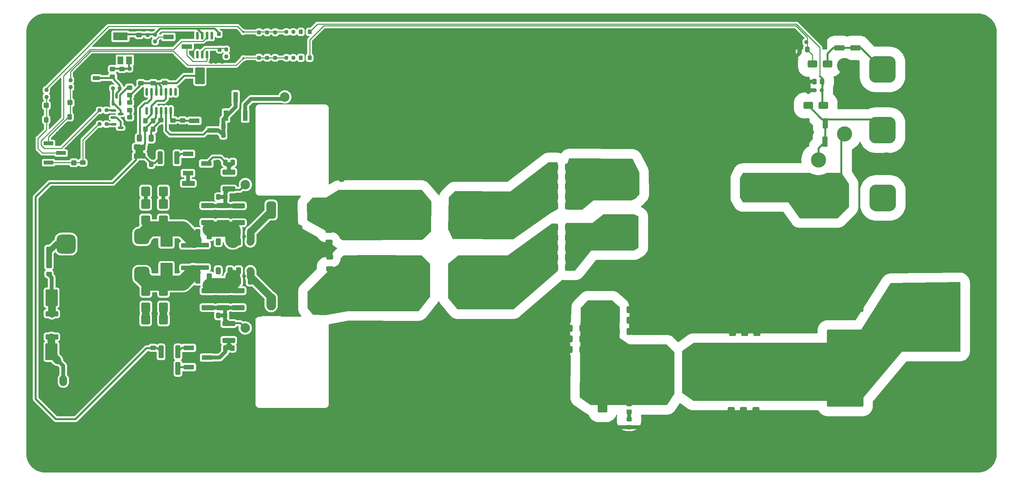
<source format=gbr>
%TF.GenerationSoftware,KiCad,Pcbnew,7.0.10*%
%TF.CreationDate,2024-05-11T12:39:29+02:00*%
%TF.ProjectId,Forte_PA_Deck,466f7274-655f-4504-915f-4465636b2e6b,1.0*%
%TF.SameCoordinates,Original*%
%TF.FileFunction,Copper,L1,Top*%
%TF.FilePolarity,Positive*%
%FSLAX46Y46*%
G04 Gerber Fmt 4.6, Leading zero omitted, Abs format (unit mm)*
G04 Created by KiCad (PCBNEW 7.0.10) date 2024-05-11 12:39:29*
%MOMM*%
%LPD*%
G01*
G04 APERTURE LIST*
G04 Aperture macros list*
%AMRoundRect*
0 Rectangle with rounded corners*
0 $1 Rounding radius*
0 $2 $3 $4 $5 $6 $7 $8 $9 X,Y pos of 4 corners*
0 Add a 4 corners polygon primitive as box body*
4,1,4,$2,$3,$4,$5,$6,$7,$8,$9,$2,$3,0*
0 Add four circle primitives for the rounded corners*
1,1,$1+$1,$2,$3*
1,1,$1+$1,$4,$5*
1,1,$1+$1,$6,$7*
1,1,$1+$1,$8,$9*
0 Add four rect primitives between the rounded corners*
20,1,$1+$1,$2,$3,$4,$5,0*
20,1,$1+$1,$4,$5,$6,$7,0*
20,1,$1+$1,$6,$7,$8,$9,0*
20,1,$1+$1,$8,$9,$2,$3,0*%
%AMFreePoly0*
4,1,25,-1.500000,1.420000,-1.360000,1.280000,-1.205000,1.155000,-1.035000,1.045000,-0.860000,0.950000,-0.675000,0.875000,-0.480000,0.820000,-0.280000,0.780000,-0.085000,0.765000,0.085000,0.765000,0.280000,0.780000,0.480000,0.820000,0.675000,0.875000,0.860000,0.950000,1.035000,1.045000,1.205000,1.155000,1.360000,1.280000,1.500000,1.420000,1.645000,1.595000,3.555000,1.595000,
3.555000,-0.755000,-3.555000,-0.755000,-3.555000,1.595000,-1.645000,1.595000,-1.500000,1.420000,-1.500000,1.420000,$1*%
G04 Aperture macros list end*
%TA.AperFunction,SMDPad,CuDef*%
%ADD10RoundRect,0.250000X0.900000X-1.000000X0.900000X1.000000X-0.900000X1.000000X-0.900000X-1.000000X0*%
%TD*%
%TA.AperFunction,SMDPad,CuDef*%
%ADD11RoundRect,0.250000X-0.337500X-0.475000X0.337500X-0.475000X0.337500X0.475000X-0.337500X0.475000X0*%
%TD*%
%TA.AperFunction,SMDPad,CuDef*%
%ADD12RoundRect,0.112500X-0.112500X0.187500X-0.112500X-0.187500X0.112500X-0.187500X0.112500X0.187500X0*%
%TD*%
%TA.AperFunction,SMDPad,CuDef*%
%ADD13RoundRect,0.250000X0.337500X0.475000X-0.337500X0.475000X-0.337500X-0.475000X0.337500X-0.475000X0*%
%TD*%
%TA.AperFunction,SMDPad,CuDef*%
%ADD14RoundRect,0.250000X-0.650000X0.412500X-0.650000X-0.412500X0.650000X-0.412500X0.650000X0.412500X0*%
%TD*%
%TA.AperFunction,SMDPad,CuDef*%
%ADD15C,4.000000*%
%TD*%
%TA.AperFunction,SMDPad,CuDef*%
%ADD16R,2.510000X1.000000*%
%TD*%
%TA.AperFunction,SMDPad,CuDef*%
%ADD17R,2.790000X1.190000*%
%TD*%
%TA.AperFunction,SMDPad,CuDef*%
%ADD18RoundRect,0.237500X-0.237500X0.300000X-0.237500X-0.300000X0.237500X-0.300000X0.237500X0.300000X0*%
%TD*%
%TA.AperFunction,SMDPad,CuDef*%
%ADD19RoundRect,1.750000X-1.750000X-1.750000X1.750000X-1.750000X1.750000X1.750000X-1.750000X1.750000X0*%
%TD*%
%TA.AperFunction,SMDPad,CuDef*%
%ADD20RoundRect,0.250000X-0.450000X0.350000X-0.450000X-0.350000X0.450000X-0.350000X0.450000X0.350000X0*%
%TD*%
%TA.AperFunction,SMDPad,CuDef*%
%ADD21RoundRect,0.249999X0.450001X1.075001X-0.450001X1.075001X-0.450001X-1.075001X0.450001X-1.075001X0*%
%TD*%
%TA.AperFunction,SMDPad,CuDef*%
%ADD22RoundRect,0.249999X1.425001X-0.450001X1.425001X0.450001X-1.425001X0.450001X-1.425001X-0.450001X0*%
%TD*%
%TA.AperFunction,SMDPad,CuDef*%
%ADD23RoundRect,0.250000X1.950000X1.000000X-1.950000X1.000000X-1.950000X-1.000000X1.950000X-1.000000X0*%
%TD*%
%TA.AperFunction,SMDPad,CuDef*%
%ADD24RoundRect,0.237500X-0.250000X-0.237500X0.250000X-0.237500X0.250000X0.237500X-0.250000X0.237500X0*%
%TD*%
%TA.AperFunction,SMDPad,CuDef*%
%ADD25RoundRect,0.250000X-1.000000X1.950000X-1.000000X-1.950000X1.000000X-1.950000X1.000000X1.950000X0*%
%TD*%
%TA.AperFunction,SMDPad,CuDef*%
%ADD26RoundRect,0.250000X-0.475000X0.337500X-0.475000X-0.337500X0.475000X-0.337500X0.475000X0.337500X0*%
%TD*%
%TA.AperFunction,SMDPad,CuDef*%
%ADD27RoundRect,0.250000X0.400000X0.450000X-0.400000X0.450000X-0.400000X-0.450000X0.400000X-0.450000X0*%
%TD*%
%TA.AperFunction,SMDPad,CuDef*%
%ADD28RoundRect,0.250000X-0.412500X-0.650000X0.412500X-0.650000X0.412500X0.650000X-0.412500X0.650000X0*%
%TD*%
%TA.AperFunction,SMDPad,CuDef*%
%ADD29RoundRect,0.250000X-1.450000X0.400000X-1.450000X-0.400000X1.450000X-0.400000X1.450000X0.400000X0*%
%TD*%
%TA.AperFunction,SMDPad,CuDef*%
%ADD30RoundRect,0.150000X0.150000X-0.825000X0.150000X0.825000X-0.150000X0.825000X-0.150000X-0.825000X0*%
%TD*%
%TA.AperFunction,ComponentPad*%
%ADD31C,4.000000*%
%TD*%
%TA.AperFunction,SMDPad,CuDef*%
%ADD32R,1.190000X2.790000*%
%TD*%
%TA.AperFunction,SMDPad,CuDef*%
%ADD33RoundRect,0.237500X0.237500X-0.250000X0.237500X0.250000X-0.237500X0.250000X-0.237500X-0.250000X0*%
%TD*%
%TA.AperFunction,SMDPad,CuDef*%
%ADD34RoundRect,0.250000X-1.000000X-0.650000X1.000000X-0.650000X1.000000X0.650000X-1.000000X0.650000X0*%
%TD*%
%TA.AperFunction,SMDPad,CuDef*%
%ADD35C,2.500000*%
%TD*%
%TA.AperFunction,ComponentPad*%
%ADD36O,1.600000X1.600000*%
%TD*%
%TA.AperFunction,SMDPad,CuDef*%
%ADD37RoundRect,0.250000X-1.350000X-1.975000X1.350000X-1.975000X1.350000X1.975000X-1.350000X1.975000X0*%
%TD*%
%TA.AperFunction,SMDPad,CuDef*%
%ADD38RoundRect,0.250000X1.450000X-0.400000X1.450000X0.400000X-1.450000X0.400000X-1.450000X-0.400000X0*%
%TD*%
%TA.AperFunction,SMDPad,CuDef*%
%ADD39R,1.500000X2.000000*%
%TD*%
%TA.AperFunction,SMDPad,CuDef*%
%ADD40R,3.800000X2.000000*%
%TD*%
%TA.AperFunction,SMDPad,CuDef*%
%ADD41RoundRect,0.250000X1.400000X2.000000X-1.400000X2.000000X-1.400000X-2.000000X1.400000X-2.000000X0*%
%TD*%
%TA.AperFunction,SMDPad,CuDef*%
%ADD42RoundRect,0.625000X0.625000X1.625000X-0.625000X1.625000X-0.625000X-1.625000X0.625000X-1.625000X0*%
%TD*%
%TA.AperFunction,ComponentPad*%
%ADD43O,2.500000X4.500000*%
%TD*%
%TA.AperFunction,SMDPad,CuDef*%
%ADD44O,2.500000X4.500000*%
%TD*%
%TA.AperFunction,SMDPad,CuDef*%
%ADD45RoundRect,0.250000X-0.400000X-1.450000X0.400000X-1.450000X0.400000X1.450000X-0.400000X1.450000X0*%
%TD*%
%TA.AperFunction,SMDPad,CuDef*%
%ADD46RoundRect,0.237500X0.237500X-0.300000X0.237500X0.300000X-0.237500X0.300000X-0.237500X-0.300000X0*%
%TD*%
%TA.AperFunction,SMDPad,CuDef*%
%ADD47RoundRect,0.250000X0.650000X-0.412500X0.650000X0.412500X-0.650000X0.412500X-0.650000X-0.412500X0*%
%TD*%
%TA.AperFunction,SMDPad,CuDef*%
%ADD48RoundRect,2.687500X-6.562500X2.687500X-6.562500X-2.687500X6.562500X-2.687500X6.562500X2.687500X0*%
%TD*%
%TA.AperFunction,SMDPad,CuDef*%
%ADD49RoundRect,2.687500X-6.812500X2.687500X-6.812500X-2.687500X6.812500X-2.687500X6.812500X2.687500X0*%
%TD*%
%TA.AperFunction,SMDPad,CuDef*%
%ADD50RoundRect,2.687500X6.562500X-2.687500X6.562500X2.687500X-6.562500X2.687500X-6.562500X-2.687500X0*%
%TD*%
%TA.AperFunction,SMDPad,CuDef*%
%ADD51RoundRect,2.687500X6.812500X-2.687500X6.812500X2.687500X-6.812500X2.687500X-6.812500X-2.687500X0*%
%TD*%
%TA.AperFunction,SMDPad,CuDef*%
%ADD52RoundRect,0.250000X0.412500X0.650000X-0.412500X0.650000X-0.412500X-0.650000X0.412500X-0.650000X0*%
%TD*%
%TA.AperFunction,SMDPad,CuDef*%
%ADD53RoundRect,1.250000X-1.250000X-1.250000X1.250000X-1.250000X1.250000X1.250000X-1.250000X1.250000X0*%
%TD*%
%TA.AperFunction,SMDPad,CuDef*%
%ADD54RoundRect,1.000000X-1.000000X-1.000000X1.000000X-1.000000X1.000000X1.000000X-1.000000X1.000000X0*%
%TD*%
%TA.AperFunction,SMDPad,CuDef*%
%ADD55RoundRect,0.250000X-0.900000X1.000000X-0.900000X-1.000000X0.900000X-1.000000X0.900000X1.000000X0*%
%TD*%
%TA.AperFunction,SMDPad,CuDef*%
%ADD56C,1.730000*%
%TD*%
%TA.AperFunction,SMDPad,CuDef*%
%ADD57FreePoly0,270.000000*%
%TD*%
%TA.AperFunction,SMDPad,CuDef*%
%ADD58FreePoly0,90.000000*%
%TD*%
%TA.AperFunction,SMDPad,CuDef*%
%ADD59RoundRect,0.237500X0.250000X0.237500X-0.250000X0.237500X-0.250000X-0.237500X0.250000X-0.237500X0*%
%TD*%
%TA.AperFunction,SMDPad,CuDef*%
%ADD60RoundRect,0.250000X1.000000X0.650000X-1.000000X0.650000X-1.000000X-0.650000X1.000000X-0.650000X0*%
%TD*%
%TA.AperFunction,SMDPad,CuDef*%
%ADD61RoundRect,0.249999X-1.075001X0.450001X-1.075001X-0.450001X1.075001X-0.450001X1.075001X0.450001X0*%
%TD*%
%TA.AperFunction,SMDPad,CuDef*%
%ADD62RoundRect,0.249999X4.550001X-4.150001X4.550001X4.150001X-4.550001X4.150001X-4.550001X-4.150001X0*%
%TD*%
%TA.AperFunction,SMDPad,CuDef*%
%ADD63RoundRect,0.250000X0.475000X-0.337500X0.475000X0.337500X-0.475000X0.337500X-0.475000X-0.337500X0*%
%TD*%
%TA.AperFunction,SMDPad,CuDef*%
%ADD64RoundRect,1.750000X-1.750000X1.750000X-1.750000X-1.750000X1.750000X-1.750000X1.750000X1.750000X0*%
%TD*%
%TA.AperFunction,SMDPad,CuDef*%
%ADD65RoundRect,0.250000X0.275000X0.350000X-0.275000X0.350000X-0.275000X-0.350000X0.275000X-0.350000X0*%
%TD*%
%TA.AperFunction,SMDPad,CuDef*%
%ADD66RoundRect,0.150000X0.150000X-0.587500X0.150000X0.587500X-0.150000X0.587500X-0.150000X-0.587500X0*%
%TD*%
%TA.AperFunction,SMDPad,CuDef*%
%ADD67RoundRect,0.250000X-0.350000X-0.450000X0.350000X-0.450000X0.350000X0.450000X-0.350000X0.450000X0*%
%TD*%
%TA.AperFunction,SMDPad,CuDef*%
%ADD68RoundRect,0.250000X-0.412500X-1.100000X0.412500X-1.100000X0.412500X1.100000X-0.412500X1.100000X0*%
%TD*%
%TA.AperFunction,SMDPad,CuDef*%
%ADD69RoundRect,0.250000X1.000000X-1.950000X1.000000X1.950000X-1.000000X1.950000X-1.000000X-1.950000X0*%
%TD*%
%TA.AperFunction,SMDPad,CuDef*%
%ADD70RoundRect,0.250000X0.400000X1.450000X-0.400000X1.450000X-0.400000X-1.450000X0.400000X-1.450000X0*%
%TD*%
%TA.AperFunction,SMDPad,CuDef*%
%ADD71RoundRect,2.000000X2.000000X2.000000X-2.000000X2.000000X-2.000000X-2.000000X2.000000X-2.000000X0*%
%TD*%
%TA.AperFunction,SMDPad,CuDef*%
%ADD72RoundRect,0.237500X-0.237500X0.250000X-0.237500X-0.250000X0.237500X-0.250000X0.237500X0.250000X0*%
%TD*%
%TA.AperFunction,SMDPad,CuDef*%
%ADD73R,1.900000X1.000000*%
%TD*%
%TA.AperFunction,SMDPad,CuDef*%
%ADD74RoundRect,0.250000X0.450000X-0.400000X0.450000X0.400000X-0.450000X0.400000X-0.450000X-0.400000X0*%
%TD*%
%TA.AperFunction,SMDPad,CuDef*%
%ADD75RoundRect,0.250000X-1.425000X0.362500X-1.425000X-0.362500X1.425000X-0.362500X1.425000X0.362500X0*%
%TD*%
%TA.AperFunction,SMDPad,CuDef*%
%ADD76RoundRect,0.625000X-0.625000X-1.625000X0.625000X-1.625000X0.625000X1.625000X-0.625000X1.625000X0*%
%TD*%
%TA.AperFunction,SMDPad,CuDef*%
%ADD77RoundRect,0.150000X-0.587500X-0.150000X0.587500X-0.150000X0.587500X0.150000X-0.587500X0.150000X0*%
%TD*%
%TA.AperFunction,SMDPad,CuDef*%
%ADD78RoundRect,0.250000X0.450000X-0.350000X0.450000X0.350000X-0.450000X0.350000X-0.450000X-0.350000X0*%
%TD*%
%TA.AperFunction,SMDPad,CuDef*%
%ADD79RoundRect,1.500000X-1.500000X-2.000000X1.500000X-2.000000X1.500000X2.000000X-1.500000X2.000000X0*%
%TD*%
%TA.AperFunction,SMDPad,CuDef*%
%ADD80RoundRect,5.000000X-5.000000X-5.000000X5.000000X-5.000000X5.000000X5.000000X-5.000000X5.000000X0*%
%TD*%
%TA.AperFunction,SMDPad,CuDef*%
%ADD81RoundRect,0.112500X0.112500X-0.187500X0.112500X0.187500X-0.112500X0.187500X-0.112500X-0.187500X0*%
%TD*%
%TA.AperFunction,SMDPad,CuDef*%
%ADD82RoundRect,0.250000X0.450000X-0.325000X0.450000X0.325000X-0.450000X0.325000X-0.450000X-0.325000X0*%
%TD*%
%TA.AperFunction,SMDPad,CuDef*%
%ADD83RoundRect,0.249999X-4.550001X4.150001X-4.550001X-4.150001X4.550001X-4.150001X4.550001X4.150001X0*%
%TD*%
%TA.AperFunction,SMDPad,CuDef*%
%ADD84RoundRect,1.750000X-3.250000X1.750000X-3.250000X-1.750000X3.250000X-1.750000X3.250000X1.750000X0*%
%TD*%
%TA.AperFunction,ViaPad*%
%ADD85C,1.750000*%
%TD*%
%TA.AperFunction,ViaPad*%
%ADD86C,1.000000*%
%TD*%
%TA.AperFunction,ViaPad*%
%ADD87C,9.000000*%
%TD*%
%TA.AperFunction,Conductor*%
%ADD88C,1.000000*%
%TD*%
%TA.AperFunction,Conductor*%
%ADD89C,0.250000*%
%TD*%
%TA.AperFunction,Conductor*%
%ADD90C,2.000000*%
%TD*%
%TA.AperFunction,Conductor*%
%ADD91C,1.500000*%
%TD*%
%TA.AperFunction,Conductor*%
%ADD92C,4.000000*%
%TD*%
%TA.AperFunction,Conductor*%
%ADD93C,0.500000*%
%TD*%
G04 APERTURE END LIST*
D10*
%TO.P,D7,1,K*%
%TO.N,/To_GateA*%
X60150000Y-86500000D03*
%TO.P,D7,2,A*%
%TO.N,Net-(D6-A)*%
X60150000Y-82200000D03*
%TD*%
D11*
%TO.P,R41,1*%
%TO.N,Net-(C66-Pad1)*%
X78462500Y-71250000D03*
%TO.P,R41,2*%
%TO.N,GND*%
X80537500Y-71250000D03*
%TD*%
D12*
%TO.P,D201,1,A1*%
%TO.N,/SWR_Meter/FWD_PWR*%
X81229200Y-36872200D03*
%TO.P,D201,2,A2*%
%TO.N,GND*%
X81229200Y-38972200D03*
%TD*%
D13*
%TO.P,C40,1*%
%TO.N,Net-(D14-K)*%
X230018500Y-41452800D03*
%TO.P,C40,2*%
%TO.N,GND*%
X227943500Y-41452800D03*
%TD*%
D14*
%TO.P,R4,1*%
%TO.N,48V_IN*%
X216450000Y-133287500D03*
%TO.P,R4,2*%
%TO.N,GND*%
X216450000Y-136412500D03*
%TD*%
D15*
%TO.P,J3,1,Pin_1*%
%TO.N,48V_IN*%
X256790000Y-106400000D03*
X256790000Y-117200000D03*
X262000000Y-106400000D03*
X262000000Y-117200000D03*
X267210000Y-106400000D03*
X267210000Y-117200000D03*
%TD*%
D16*
%TO.P,J5,1,Pin_1*%
%TO.N,GND*%
X33200000Y-73870000D03*
%TO.P,J5,2,Pin_2*%
%TO.N,/Bias_regulation/Bias_EN*%
X29890000Y-71330000D03*
%TO.P,J5,3,Pin_3*%
%TO.N,Net-(D12-A2)*%
X33200000Y-68790000D03*
%TO.P,J5,4,Pin_4*%
%TO.N,Net-(D13-A2)*%
X29890000Y-66250000D03*
%TO.P,J5,5,Pin_5*%
%TO.N,GND*%
X33200000Y-63710000D03*
%TD*%
D17*
%TO.P,RV7,1,1*%
%TO.N,Net-(R39-Pad2)*%
X66870000Y-120160000D03*
%TO.P,RV7,2,2*%
%TO.N,Net-(C67-Pad1)*%
X71700000Y-122700000D03*
%TO.P,RV7,3,3*%
%TO.N,Net-(R40-Pad1)*%
X66870000Y-125240000D03*
%TD*%
D18*
%TO.P,C49,1*%
%TO.N,Net-(U4--)*%
X75000000Y-41537500D03*
%TO.P,C49,2*%
%TO.N,GND*%
X75000000Y-43262500D03*
%TD*%
%TO.P,C203,1*%
%TO.N,/SWR_Meter/FWD_PWR*%
X89662000Y-36959200D03*
%TO.P,C203,2*%
%TO.N,GND*%
X89662000Y-38684200D03*
%TD*%
D19*
%TO.P,L7,1,1*%
%TO.N,Net-(D15-A)*%
X249850000Y-62750000D03*
%TO.P,L7,2,2*%
%TO.N,Net-(D14-A)*%
X249850000Y-46750000D03*
D15*
%TO.P,L7,3,3*%
%TO.N,GND*%
X239850000Y-45750000D03*
%TO.P,L7,4,4*%
%TO.N,/SWR_Meter/IN*%
X239850000Y-63750000D03*
%TD*%
D20*
%TO.P,R36,1*%
%TO.N,Net-(U5--)*%
X59475000Y-60150000D03*
%TO.P,R36,2*%
%TO.N,GND*%
X59475000Y-62150000D03*
%TD*%
D13*
%TO.P,C63,1*%
%TO.N,/Bias_regulation/Bias_Voltage*%
X52987500Y-67250000D03*
%TO.P,C63,2*%
%TO.N,GND*%
X50912500Y-67250000D03*
%TD*%
D21*
%TO.P,R20,1*%
%TO.N,Net-(D15-A)*%
X234650000Y-65750000D03*
%TO.P,R20,2*%
%TO.N,GND*%
X229850000Y-65750000D03*
%TD*%
D22*
%TO.P,R2,1*%
%TO.N,Net-(J1-In)*%
X30750000Y-117250000D03*
%TO.P,R2,2*%
%TO.N,Net-(C1-Pad1)*%
X30750000Y-111150000D03*
%TD*%
D23*
%TO.P,C19,1*%
%TO.N,+48V*%
X173150000Y-128000000D03*
%TO.P,C19,2*%
%TO.N,GND*%
X164750000Y-128000000D03*
%TD*%
D24*
%TO.P,R201,1*%
%TO.N,/SWR_Meter/FWD_PWR*%
X92612200Y-36856500D03*
%TO.P,R201,2*%
%TO.N,Net-(L201-Pad2)*%
X94437200Y-36856500D03*
%TD*%
D25*
%TO.P,C51,1*%
%TO.N,/Bias_regulation/Bias_DC_IN*%
X69800000Y-48400000D03*
%TO.P,C51,2*%
%TO.N,GND*%
X69800000Y-56800000D03*
%TD*%
D26*
%TO.P,C39,1*%
%TO.N,Net-(U1-VI)*%
X49250000Y-46612500D03*
%TO.P,C39,2*%
%TO.N,GND*%
X49250000Y-48687500D03*
%TD*%
D27*
%TO.P,D12,1,A1*%
%TO.N,GND*%
X32200000Y-56250000D03*
%TO.P,D12,2,A2*%
%TO.N,Net-(D12-A2)*%
X29300000Y-56250000D03*
%TD*%
D28*
%TO.P,C24,1*%
%TO.N,/ATLT_OUT*%
X163635000Y-77620000D03*
%TO.P,C24,2*%
%TO.N,Net-(C22-Pad2)*%
X166760000Y-77620000D03*
%TD*%
D29*
%TO.P,R43,1*%
%TO.N,Net-(C66-Pad1)*%
X77450000Y-73825000D03*
%TO.P,R43,2*%
%TO.N,Net-(C68-Pad1)*%
X77450000Y-78275000D03*
%TD*%
D30*
%TO.P,U5,1,NC*%
%TO.N,unconnected-(U5-NC-Pad1)*%
X55800000Y-57650000D03*
%TO.P,U5,2,ILIM*%
%TO.N,Net-(U5-ILIM)*%
X57070000Y-57650000D03*
%TO.P,U5,3,CSEN*%
%TO.N,/Bias_regulation/Bias_Voltage*%
X58340000Y-57650000D03*
%TO.P,U5,4,-*%
%TO.N,Net-(U5--)*%
X59610000Y-57650000D03*
%TO.P,U5,5,+*%
%TO.N,Net-(U5-+)*%
X60880000Y-57650000D03*
%TO.P,U5,6,VREF*%
%TO.N,Net-(U5-VREF)*%
X62150000Y-57650000D03*
%TO.P,U5,7,V-*%
%TO.N,GND*%
X63420000Y-57650000D03*
%TO.P,U5,8,NC*%
%TO.N,unconnected-(U5-NC-Pad8)*%
X63420000Y-52700000D03*
%TO.P,U5,9,VZ*%
%TO.N,unconnected-(U5-VZ-Pad9)*%
X62150000Y-52700000D03*
%TO.P,U5,10,Vout*%
%TO.N,Net-(U5-ILIM)*%
X60880000Y-52700000D03*
%TO.P,U5,11,VC*%
%TO.N,/Bias_regulation/Bias_DC_IN*%
X59610000Y-52700000D03*
%TO.P,U5,12,V+*%
X58340000Y-52700000D03*
%TO.P,U5,13,FC*%
%TO.N,Net-(U5-FC)*%
X57070000Y-52700000D03*
%TO.P,U5,14,NC*%
%TO.N,unconnected-(U5-NC-Pad14)*%
X55800000Y-52700000D03*
%TD*%
D11*
%TO.P,C59,1*%
%TO.N,Net-(U5-+)*%
X75962500Y-61750000D03*
%TO.P,C59,2*%
%TO.N,GND*%
X78037500Y-61750000D03*
%TD*%
D29*
%TO.P,R45,1*%
%TO.N,Net-(C68-Pad1)*%
X75900000Y-82675000D03*
%TO.P,R45,2*%
%TO.N,/Bias_regulation/A_MOS_G*%
X75900000Y-87125000D03*
%TD*%
D28*
%TO.P,C33,1*%
%TO.N,+48V*%
X179882500Y-110100000D03*
%TO.P,C33,2*%
%TO.N,GND*%
X183007500Y-110100000D03*
%TD*%
D13*
%TO.P,C62,1*%
%TO.N,/Bias_regulation/Bias_Voltage*%
X52950000Y-69575000D03*
%TO.P,C62,2*%
%TO.N,GND*%
X50875000Y-69575000D03*
%TD*%
D27*
%TO.P,D13,1,A1*%
%TO.N,GND*%
X38450000Y-55500000D03*
%TO.P,D13,2,A2*%
%TO.N,Net-(D13-A2)*%
X35550000Y-55500000D03*
%TD*%
D31*
%TO.P,J4,1,Pin_1*%
%TO.N,GND*%
X256790000Y-128000000D03*
X256790000Y-138800000D03*
X262000000Y-128000000D03*
X262000000Y-138800000D03*
X267210000Y-128000000D03*
X267210000Y-138800000D03*
%TD*%
D32*
%TO.P,RV5,1,1*%
%TO.N,Net-(U5-+)*%
X76660000Y-58915000D03*
%TO.P,RV5,2,2*%
X79200000Y-54085000D03*
%TO.P,RV5,3,3*%
%TO.N,Net-(RV5-Pad3)*%
X81740000Y-58915000D03*
%TD*%
D33*
%TO.P,R27,1*%
%TO.N,Net-(D14-K)*%
X76750000Y-43312500D03*
%TO.P,R27,2*%
%TO.N,Net-(U4--)*%
X76750000Y-41487500D03*
%TD*%
D17*
%TO.P,RV6,1,1*%
%TO.N,Net-(R37-Pad2)*%
X66650000Y-69020000D03*
%TO.P,RV6,2,2*%
%TO.N,Net-(C66-Pad1)*%
X71480000Y-71560000D03*
%TO.P,RV6,3,3*%
%TO.N,Net-(R38-Pad1)*%
X66650000Y-74100000D03*
%TD*%
D34*
%TO.P,D14,1,K*%
%TO.N,Net-(D14-K)*%
X231325000Y-45300000D03*
%TO.P,D14,2,A*%
%TO.N,Net-(D14-A)*%
X235325000Y-45300000D03*
%TD*%
D35*
%TO.P,TH1,1*%
%TO.N,Net-(RV5-Pad3)*%
X92210000Y-54000000D03*
D36*
%TO.P,TH1,2*%
%TO.N,GND*%
X94750000Y-54000000D03*
%TD*%
D37*
%TO.P,R3,1*%
%TO.N,Net-(C1-Pad1)*%
X30674000Y-106934000D03*
%TO.P,R3,2*%
%TO.N,GND*%
X35874000Y-106934000D03*
%TD*%
D28*
%TO.P,C25,1*%
%TO.N,/ATLT_OUT*%
X163637500Y-82750000D03*
%TO.P,C25,2*%
%TO.N,Net-(C22-Pad2)*%
X166762500Y-82750000D03*
%TD*%
D38*
%TO.P,R49,1*%
%TO.N,Net-(C69-Pad1)*%
X75900000Y-109525000D03*
%TO.P,R49,2*%
%TO.N,/Bias_regulation/B_MOS_G*%
X75900000Y-105075000D03*
%TD*%
D39*
%TO.P,U1,1,GND*%
%TO.N,GND*%
X46550000Y-44325000D03*
%TO.P,U1,2,VO*%
%TO.N,+5V*%
X48850000Y-44325000D03*
D40*
X48850000Y-38025000D03*
D39*
%TO.P,U1,3,VI*%
%TO.N,Net-(U1-VI)*%
X51150000Y-44325000D03*
%TD*%
D30*
%TO.P,U4,1,VOS*%
%TO.N,unconnected-(U4-VOS-Pad1)*%
X69140000Y-42825000D03*
%TO.P,U4,2,-*%
%TO.N,Net-(U4--)*%
X70410000Y-42825000D03*
%TO.P,U4,3,+*%
%TO.N,Net-(U4-+)*%
X71680000Y-42825000D03*
%TO.P,U4,4,V-*%
%TO.N,GND*%
X72950000Y-42825000D03*
%TO.P,U4,5,NC*%
%TO.N,unconnected-(U4-NC-Pad5)*%
X72950000Y-37875000D03*
%TO.P,U4,6*%
%TO.N,/Bias_regulation/~{HIGH_SWR}*%
X71680000Y-37875000D03*
%TO.P,U4,7,V+*%
%TO.N,+5V*%
X70410000Y-37875000D03*
%TO.P,U4,8,VOS*%
%TO.N,unconnected-(U4-VOS-Pad8)*%
X69140000Y-37875000D03*
%TD*%
D17*
%TO.P,RV4,1,1*%
%TO.N,Net-(U5-VREF)*%
X68335000Y-60300000D03*
%TO.P,RV4,2,2*%
%TO.N,Net-(U5-+)*%
X73165000Y-62840000D03*
%TO.P,RV4,3,3*%
%TO.N,GND*%
X68335000Y-65380000D03*
%TD*%
D28*
%TO.P,R10,1*%
%TO.N,/Bias_regulation/B_MOS_G*%
X79987500Y-99800000D03*
%TO.P,R10,2*%
%TO.N,Net-(Q2-G)*%
X83112500Y-99800000D03*
%TD*%
D35*
%TO.P,TH3,1*%
%TO.N,Net-(C69-Pad1)*%
X81750000Y-114900000D03*
D36*
%TO.P,TH3,2*%
%TO.N,GND*%
X81750000Y-117440000D03*
%TD*%
D10*
%TO.P,D8,1,K*%
%TO.N,Net-(D8-K)*%
X60200000Y-109450000D03*
%TO.P,D8,2,A*%
%TO.N,/To_GateB*%
X60200000Y-105150000D03*
%TD*%
D28*
%TO.P,C26,1*%
%TO.N,/ATLT_OUT*%
X163637500Y-80250000D03*
%TO.P,C26,2*%
%TO.N,Net-(C22-Pad2)*%
X166762500Y-80250000D03*
%TD*%
D41*
%TO.P,D5,1,A1*%
%TO.N,/To_GateB*%
X61000000Y-100000000D03*
%TO.P,D5,2,A2*%
%TO.N,/To_GateA*%
X61000000Y-91200000D03*
%TD*%
D28*
%TO.P,C22,1*%
%TO.N,/ATLT_OUT*%
X163637500Y-72500000D03*
%TO.P,C22,2*%
%TO.N,Net-(C22-Pad2)*%
X166762500Y-72500000D03*
%TD*%
D10*
%TO.P,D1,1,K*%
%TO.N,Net-(D1-K)*%
X55500000Y-78900000D03*
%TO.P,D1,2,A*%
%TO.N,GND*%
X55500000Y-74600000D03*
%TD*%
D42*
%TO.P,Q2,1,D*%
%TO.N,/BMOS_D*%
X99500000Y-108000000D03*
D43*
%TO.P,Q2,2,S*%
%TO.N,GND*%
X94050000Y-108000000D03*
D44*
%TO.P,Q2,3,G*%
%TO.N,Net-(Q2-G)*%
X88600000Y-108000000D03*
%TD*%
D45*
%TO.P,R37,1*%
%TO.N,/Bias_regulation/Bias_Voltage*%
X59290000Y-70060000D03*
%TO.P,R37,2*%
%TO.N,Net-(R37-Pad2)*%
X63740000Y-70060000D03*
%TD*%
D28*
%TO.P,C58,1*%
%TO.N,Net-(U5-FC)*%
X53834900Y-64897000D03*
%TO.P,C58,2*%
%TO.N,Net-(U5--)*%
X56959900Y-64897000D03*
%TD*%
D20*
%TO.P,R33,1*%
%TO.N,Net-(Q5-D)*%
X51250000Y-51550000D03*
%TO.P,R33,2*%
%TO.N,/Bias_regulation/Bias_DC_IN*%
X51250000Y-53550000D03*
%TD*%
D11*
%TO.P,C70,1*%
%TO.N,Net-(C68-Pad1)*%
X76512500Y-80375000D03*
%TO.P,C70,2*%
%TO.N,GND*%
X78587500Y-80375000D03*
%TD*%
D28*
%TO.P,R9,1*%
%TO.N,/Bias_regulation/B_MOS_G*%
X79987500Y-102550000D03*
%TO.P,R9,2*%
%TO.N,Net-(Q2-G)*%
X83112500Y-102550000D03*
%TD*%
D26*
%TO.P,C2,1*%
%TO.N,GND*%
X30000000Y-91962500D03*
%TO.P,C2,2*%
%TO.N,Net-(C1-Pad2)*%
X30000000Y-94037500D03*
%TD*%
D25*
%TO.P,C18,1*%
%TO.N,+48V*%
X176000000Y-135000000D03*
%TO.P,C18,2*%
%TO.N,GND*%
X176000000Y-143400000D03*
%TD*%
D46*
%TO.P,C204,1*%
%TO.N,/SWR_Meter/REF_PWR*%
X85369400Y-43662600D03*
%TO.P,C204,2*%
%TO.N,GND*%
X85369400Y-41937600D03*
%TD*%
D38*
%TO.P,R44,1*%
%TO.N,Net-(C67-Pad1)*%
X77400000Y-118175000D03*
%TO.P,R44,2*%
%TO.N,Net-(C69-Pad1)*%
X77400000Y-113725000D03*
%TD*%
D11*
%TO.P,C67,1*%
%TO.N,Net-(C67-Pad1)*%
X78400000Y-120200000D03*
%TO.P,C67,2*%
%TO.N,GND*%
X80475000Y-120200000D03*
%TD*%
D47*
%TO.P,C16,1*%
%TO.N,48V_IN*%
X210300000Y-119462500D03*
%TO.P,C16,2*%
%TO.N,GND*%
X210300000Y-116337500D03*
%TD*%
D46*
%TO.P,C205,1*%
%TO.N,/SWR_Meter/REF_PWR*%
X87558400Y-43662600D03*
%TO.P,C205,2*%
%TO.N,GND*%
X87558400Y-41937600D03*
%TD*%
D48*
%TO.P,T1,1,AA*%
%TO.N,/AMOS_D*%
X121000000Y-85000000D03*
D49*
%TO.P,T1,2,2*%
%TO.N,/ATLT_OUT*%
X145000000Y-85000000D03*
D50*
%TO.P,T1,3,3*%
%TO.N,/BMOS_D*%
X121000000Y-102000000D03*
D51*
%TO.P,T1,4,4*%
%TO.N,/BTLT_OUT*%
X145000000Y-102000000D03*
%TD*%
D52*
%TO.P,C32,1*%
%TO.N,+48V*%
X170562500Y-115000000D03*
%TO.P,C32,2*%
%TO.N,GND*%
X167437500Y-115000000D03*
%TD*%
D53*
%TO.P,L1,1,1*%
%TO.N,GND*%
X34500000Y-98787500D03*
D54*
X54500000Y-95787500D03*
D53*
%TO.P,L1,2,2*%
%TO.N,Net-(C1-Pad2)*%
X34500000Y-92787500D03*
D54*
%TO.P,L1,3,3*%
%TO.N,/To_GateA*%
X54500000Y-90787500D03*
%TO.P,L1,4,4*%
%TO.N,/To_GateB*%
X54500000Y-100787500D03*
%TD*%
D55*
%TO.P,D2,1,K*%
%TO.N,Net-(D1-K)*%
X55500000Y-82200000D03*
%TO.P,D2,2,A*%
%TO.N,/To_GateA*%
X55500000Y-86500000D03*
%TD*%
D46*
%TO.P,C206,1*%
%TO.N,/SWR_Meter/REF_PWR*%
X89636600Y-43686900D03*
%TO.P,C206,2*%
%TO.N,GND*%
X89636600Y-41961900D03*
%TD*%
D28*
%TO.P,R7,1*%
%TO.N,/Bias_regulation/A_MOS_G*%
X79937500Y-89550000D03*
%TO.P,R7,2*%
%TO.N,Net-(Q1-G)*%
X83062500Y-89550000D03*
%TD*%
D38*
%TO.P,R50,1*%
%TO.N,Net-(C69-Pad1)*%
X79900000Y-109525000D03*
%TO.P,R50,2*%
%TO.N,/Bias_regulation/B_MOS_G*%
X79900000Y-105075000D03*
%TD*%
D56*
%TO.P,J1,1,In*%
%TO.N,Net-(J1-In)*%
X33775000Y-129175000D03*
D57*
%TO.P,J1,2,Ext*%
%TO.N,GND*%
X30975000Y-129175000D03*
D58*
X36575000Y-129175000D03*
%TD*%
D18*
%TO.P,C202,1*%
%TO.N,/SWR_Meter/FWD_PWR*%
X87528400Y-36959200D03*
%TO.P,C202,2*%
%TO.N,GND*%
X87528400Y-38684200D03*
%TD*%
D55*
%TO.P,D9,1,K*%
%TO.N,Net-(D8-K)*%
X60200000Y-112700000D03*
%TO.P,D9,2,A*%
%TO.N,GND*%
X60200000Y-117000000D03*
%TD*%
D29*
%TO.P,R47,1*%
%TO.N,Net-(C68-Pad1)*%
X79950000Y-82700000D03*
%TO.P,R47,2*%
%TO.N,/Bias_regulation/A_MOS_G*%
X79950000Y-87150000D03*
%TD*%
D28*
%TO.P,C27,1*%
%TO.N,/BTLT_OUT*%
X163637500Y-98900000D03*
%TO.P,C27,2*%
%TO.N,Net-(C27-Pad2)*%
X166762500Y-98900000D03*
%TD*%
D20*
%TO.P,R13,1*%
%TO.N,+48V*%
X183000000Y-135000000D03*
%TO.P,R13,2*%
%TO.N,Net-(D11-A)*%
X183000000Y-137000000D03*
%TD*%
D59*
%TO.P,R19,1*%
%TO.N,Net-(D14-K)*%
X229715700Y-39547800D03*
%TO.P,R19,2*%
%TO.N,GND*%
X227890700Y-39547800D03*
%TD*%
D52*
%TO.P,C20,1*%
%TO.N,+48V*%
X170562500Y-120550000D03*
%TO.P,C20,2*%
%TO.N,GND*%
X167437500Y-120550000D03*
%TD*%
D11*
%TO.P,C61,1*%
%TO.N,/Bias_regulation/Bias_Voltage*%
X54837500Y-69500000D03*
%TO.P,C61,2*%
%TO.N,GND*%
X56912500Y-69500000D03*
%TD*%
D25*
%TO.P,C6,1*%
%TO.N,48V_IN*%
X223750000Y-131800000D03*
%TO.P,C6,2*%
%TO.N,GND*%
X223750000Y-140200000D03*
%TD*%
D60*
%TO.P,D15,1,K*%
%TO.N,Net-(D15-K)*%
X234225000Y-56250000D03*
%TO.P,D15,2,A*%
%TO.N,Net-(D15-A)*%
X230225000Y-56250000D03*
%TD*%
D18*
%TO.P,C41,1*%
%TO.N,Net-(U1-VI)*%
X51250000Y-46537500D03*
%TO.P,C41,2*%
%TO.N,GND*%
X51250000Y-48262500D03*
%TD*%
D59*
%TO.P,R22,1*%
%TO.N,Net-(D15-K)*%
X233812500Y-52200000D03*
%TO.P,R22,2*%
%TO.N,GND*%
X231987500Y-52200000D03*
%TD*%
D14*
%TO.P,C17,1*%
%TO.N,48V_IN*%
X209950000Y-133237500D03*
%TO.P,C17,2*%
%TO.N,GND*%
X209950000Y-136362500D03*
%TD*%
D61*
%TO.P,R18,1*%
%TO.N,GND*%
X238475000Y-36275000D03*
%TO.P,R18,2*%
%TO.N,Net-(D14-A)*%
X238475000Y-41075000D03*
%TD*%
D11*
%TO.P,C37,1*%
%TO.N,Net-(D12-A2)*%
X29237500Y-60000000D03*
%TO.P,C37,2*%
%TO.N,GND*%
X31312500Y-60000000D03*
%TD*%
D28*
%TO.P,C34,1*%
%TO.N,+48V*%
X179875000Y-112900000D03*
%TO.P,C34,2*%
%TO.N,GND*%
X183000000Y-112900000D03*
%TD*%
D62*
%TO.P,C3,1*%
%TO.N,48V_IN*%
X240000000Y-119750000D03*
%TO.P,C3,2*%
%TO.N,GND*%
X240000000Y-106250000D03*
%TD*%
D17*
%TO.P,RV3,1,1*%
%TO.N,Net-(R28-Pad2)*%
X61495000Y-38160000D03*
%TO.P,RV3,2,2*%
%TO.N,Net-(U4-+)*%
X66325000Y-40700000D03*
%TO.P,RV3,3,3*%
%TO.N,GND*%
X61495000Y-43240000D03*
%TD*%
D37*
%TO.P,R1,1*%
%TO.N,Net-(J1-In)*%
X30650000Y-121158000D03*
%TO.P,R1,2*%
%TO.N,GND*%
X35850000Y-121158000D03*
%TD*%
D47*
%TO.P,C13,1*%
%TO.N,48V_IN*%
X213500000Y-119467500D03*
%TO.P,C13,2*%
%TO.N,GND*%
X213500000Y-116342500D03*
%TD*%
D20*
%TO.P,R32,1*%
%TO.N,/Bias_regulation/Bias_DC_IN*%
X51250000Y-55500000D03*
%TO.P,R32,2*%
%TO.N,Net-(D16-A)*%
X51250000Y-57500000D03*
%TD*%
D63*
%TO.P,C52,1*%
%TO.N,/Bias_regulation/Bias_DC_IN*%
X54250000Y-50350000D03*
%TO.P,C52,2*%
%TO.N,GND*%
X54250000Y-48275000D03*
%TD*%
D61*
%TO.P,R17,1*%
%TO.N,GND*%
X242750000Y-36275000D03*
%TO.P,R17,2*%
%TO.N,Net-(D14-A)*%
X242750000Y-41075000D03*
%TD*%
D26*
%TO.P,C56,1*%
%TO.N,Net-(U5-VREF)*%
X62750000Y-60162500D03*
%TO.P,C56,2*%
%TO.N,GND*%
X62750000Y-62237500D03*
%TD*%
D13*
%TO.P,R42,1*%
%TO.N,Net-(C67-Pad1)*%
X76537500Y-120200000D03*
%TO.P,R42,2*%
%TO.N,GND*%
X74462500Y-120200000D03*
%TD*%
D64*
%TO.P,L8,1,1*%
%TO.N,/SWR_Meter/IN*%
X233950000Y-80600000D03*
%TO.P,L8,2,2*%
%TO.N,/SWR_Meter/OUT*%
X249950000Y-80600000D03*
D15*
%TO.P,L8,3,3*%
%TO.N,GND*%
X250950000Y-70600000D03*
%TO.P,L8,4,4*%
%TO.N,Net-(D15-A)*%
X232950000Y-70600000D03*
%TD*%
D65*
%TO.P,L202,1*%
%TO.N,Net-(D14-K)*%
X98736800Y-43689100D03*
%TO.P,L202,2*%
%TO.N,Net-(L202-Pad2)*%
X96436800Y-43689100D03*
%TD*%
D10*
%TO.P,D4,1,K*%
%TO.N,GND*%
X55500000Y-117000000D03*
%TO.P,D4,2,A*%
%TO.N,Net-(D3-A)*%
X55500000Y-112700000D03*
%TD*%
D66*
%TO.P,Q5,1,G*%
%TO.N,Net-(Q3-C)*%
X46850000Y-55537500D03*
%TO.P,Q5,2,S*%
%TO.N,+12V*%
X48750000Y-55537500D03*
%TO.P,Q5,3,D*%
%TO.N,Net-(Q5-D)*%
X47800000Y-53662500D03*
%TD*%
D13*
%TO.P,C66,1*%
%TO.N,Net-(C66-Pad1)*%
X76537500Y-71250000D03*
%TO.P,C66,2*%
%TO.N,GND*%
X74462500Y-71250000D03*
%TD*%
D47*
%TO.P,C15,1*%
%TO.N,/BMOS_D*%
X104000000Y-99312500D03*
%TO.P,C15,2*%
%TO.N,GND*%
X104000000Y-96187500D03*
%TD*%
D67*
%TO.P,R35,1*%
%TO.N,/Bias_regulation/Bias_Voltage*%
X55450000Y-62500000D03*
%TO.P,R35,2*%
%TO.N,Net-(U5--)*%
X57450000Y-62500000D03*
%TD*%
D68*
%TO.P,C8,1*%
%TO.N,/To_GateB*%
X69187500Y-101850000D03*
%TO.P,C8,2*%
%TO.N,/Bias_regulation/B_MOS_G*%
X72312500Y-101850000D03*
%TD*%
D13*
%TO.P,C42,1*%
%TO.N,Net-(D15-K)*%
X233937500Y-49950000D03*
%TO.P,C42,2*%
%TO.N,GND*%
X231862500Y-49950000D03*
%TD*%
D59*
%TO.P,R31,1*%
%TO.N,+12V*%
X48662500Y-51700000D03*
%TO.P,R31,2*%
%TO.N,Net-(Q3-C)*%
X46837500Y-51700000D03*
%TD*%
D69*
%TO.P,C5,1*%
%TO.N,48V_IN*%
X224000000Y-121200000D03*
%TO.P,C5,2*%
%TO.N,GND*%
X224000000Y-112800000D03*
%TD*%
D70*
%TO.P,R40,1*%
%TO.N,Net-(R40-Pad1)*%
X64010000Y-125550000D03*
%TO.P,R40,2*%
%TO.N,GND*%
X59560000Y-125550000D03*
%TD*%
D26*
%TO.P,C64,1*%
%TO.N,/Bias_regulation/Bias_Voltage*%
X57435000Y-120112500D03*
%TO.P,C64,2*%
%TO.N,GND*%
X57435000Y-122187500D03*
%TD*%
D21*
%TO.P,R21,1*%
%TO.N,Net-(D15-A)*%
X234725000Y-61000000D03*
%TO.P,R21,2*%
%TO.N,GND*%
X229925000Y-61000000D03*
%TD*%
D28*
%TO.P,C31,1*%
%TO.N,/BTLT_OUT*%
X163637500Y-96350000D03*
%TO.P,C31,2*%
%TO.N,Net-(C27-Pad2)*%
X166762500Y-96350000D03*
%TD*%
D68*
%TO.P,C7,1*%
%TO.N,/To_GateA*%
X69187500Y-90150000D03*
%TO.P,C7,2*%
%TO.N,/Bias_regulation/A_MOS_G*%
X72312500Y-90150000D03*
%TD*%
D71*
%TO.P,L3,1,1*%
%TO.N,48V_IN*%
X203750000Y-126000000D03*
%TO.P,L3,2,2*%
%TO.N,+48V*%
X188750000Y-126000000D03*
%TD*%
D55*
%TO.P,D3,1,K*%
%TO.N,/To_GateB*%
X55550000Y-105150000D03*
%TO.P,D3,2,A*%
%TO.N,Net-(D3-A)*%
X55550000Y-109450000D03*
%TD*%
D72*
%TO.P,R28,1*%
%TO.N,+5V*%
X58000000Y-37587500D03*
%TO.P,R28,2*%
%TO.N,Net-(R28-Pad2)*%
X58000000Y-39412500D03*
%TD*%
D47*
%TO.P,C12,1*%
%TO.N,48V_IN*%
X216700000Y-119462500D03*
%TO.P,C12,2*%
%TO.N,GND*%
X216700000Y-116337500D03*
%TD*%
D73*
%TO.P,J2,1,Pin_1*%
%TO.N,+12V*%
X42500000Y-49000000D03*
%TO.P,J2,2,Pin_2*%
%TO.N,GND*%
X39200000Y-51540000D03*
%TD*%
D63*
%TO.P,C54,1*%
%TO.N,/Bias_regulation/Bias_DC_IN*%
X60500000Y-50287500D03*
%TO.P,C54,2*%
%TO.N,GND*%
X60500000Y-48212500D03*
%TD*%
D55*
%TO.P,D6,1,K*%
%TO.N,GND*%
X60200000Y-74600000D03*
%TO.P,D6,2,A*%
%TO.N,Net-(D6-A)*%
X60200000Y-78900000D03*
%TD*%
D26*
%TO.P,C55,1*%
%TO.N,Net-(U5-VREF)*%
X65250000Y-60162500D03*
%TO.P,C55,2*%
%TO.N,GND*%
X65250000Y-62237500D03*
%TD*%
D28*
%TO.P,C28,1*%
%TO.N,/BTLT_OUT*%
X163637500Y-88400000D03*
%TO.P,C28,2*%
%TO.N,Net-(C27-Pad2)*%
X166762500Y-88400000D03*
%TD*%
D14*
%TO.P,C9,1*%
%TO.N,48V_IN*%
X213200000Y-133232500D03*
%TO.P,C9,2*%
%TO.N,GND*%
X213200000Y-136357500D03*
%TD*%
D67*
%TO.P,R34,1*%
%TO.N,Net-(U5-ILIM)*%
X55450000Y-60250000D03*
%TO.P,R34,2*%
%TO.N,/Bias_regulation/Bias_Voltage*%
X57450000Y-60250000D03*
%TD*%
D74*
%TO.P,D10,1,A1*%
%TO.N,GND*%
X36575000Y-74250000D03*
%TO.P,D10,2,A2*%
%TO.N,/Bias_regulation/Bias_EN*%
X36575000Y-71350000D03*
%TD*%
D75*
%TO.P,R5,1*%
%TO.N,/To_GateA*%
X70500000Y-93037500D03*
%TO.P,R5,2*%
%TO.N,/To_GateB*%
X70500000Y-98962500D03*
%TD*%
D76*
%TO.P,Q1,1,G*%
%TO.N,Net-(Q1-G)*%
X88600000Y-83800000D03*
D43*
%TO.P,Q1,2,S*%
%TO.N,GND*%
X94050000Y-83800000D03*
D76*
%TO.P,Q1,3,D*%
%TO.N,/AMOS_D*%
X99500000Y-83800000D03*
%TD*%
D29*
%TO.P,R46,1*%
%TO.N,Net-(C68-Pad1)*%
X71850000Y-82650000D03*
%TO.P,R46,2*%
%TO.N,/Bias_regulation/A_MOS_G*%
X71850000Y-87100000D03*
%TD*%
D28*
%TO.P,C30,1*%
%TO.N,/BTLT_OUT*%
X163637500Y-93750000D03*
%TO.P,C30,2*%
%TO.N,Net-(C27-Pad2)*%
X166762500Y-93750000D03*
%TD*%
D24*
%TO.P,R29,1*%
%TO.N,/Bias_regulation/~{HIGH_SWR}*%
X43337500Y-57500000D03*
%TO.P,R29,2*%
%TO.N,Net-(Q3-B)*%
X45162500Y-57500000D03*
%TD*%
D38*
%TO.P,R48,1*%
%TO.N,Net-(C69-Pad1)*%
X71900000Y-109525000D03*
%TO.P,R48,2*%
%TO.N,/Bias_regulation/B_MOS_G*%
X71900000Y-105075000D03*
%TD*%
D35*
%TO.P,TH2,1*%
%TO.N,Net-(C68-Pad1)*%
X81800000Y-77100000D03*
D36*
%TO.P,TH2,2*%
%TO.N,GND*%
X81800000Y-74560000D03*
%TD*%
D63*
%TO.P,C1,1*%
%TO.N,Net-(C1-Pad1)*%
X30000000Y-100637500D03*
%TO.P,C1,2*%
%TO.N,Net-(C1-Pad2)*%
X30000000Y-98562500D03*
%TD*%
D11*
%TO.P,C71,1*%
%TO.N,Net-(C69-Pad1)*%
X76462500Y-111600000D03*
%TO.P,C71,2*%
%TO.N,GND*%
X78537500Y-111600000D03*
%TD*%
D77*
%TO.P,Q4,1,B*%
%TO.N,Net-(Q4-B)*%
X47025000Y-61200000D03*
%TO.P,Q4,2,E*%
%TO.N,GND*%
X47025000Y-63100000D03*
%TO.P,Q4,3,C*%
%TO.N,Net-(Q3-E)*%
X48900000Y-62150000D03*
%TD*%
D78*
%TO.P,R16,1*%
%TO.N,+12V*%
X46750000Y-48650000D03*
%TO.P,R16,2*%
%TO.N,Net-(U1-VI)*%
X46750000Y-46650000D03*
%TD*%
D79*
%TO.P,J6,1,In*%
%TO.N,/SWR_Meter/OUT*%
X249950000Y-80650000D03*
D80*
%TO.P,J6,2,Ext*%
%TO.N,GND*%
X268950000Y-80650000D03*
%TD*%
D11*
%TO.P,C38,1*%
%TO.N,Net-(D13-A2)*%
X35462500Y-59250000D03*
%TO.P,C38,2*%
%TO.N,GND*%
X37537500Y-59250000D03*
%TD*%
D72*
%TO.P,R14,1*%
%TO.N,/SWR_Meter/FWD_PWR*%
X29325000Y-52175000D03*
%TO.P,R14,2*%
%TO.N,Net-(D12-A2)*%
X29325000Y-54000000D03*
%TD*%
D28*
%TO.P,R8,1*%
%TO.N,/Bias_regulation/A_MOS_G*%
X79950000Y-92200000D03*
%TO.P,R8,2*%
%TO.N,Net-(Q1-G)*%
X83075000Y-92200000D03*
%TD*%
D52*
%TO.P,C10,1*%
%TO.N,/Bias_regulation/A_MOS_G*%
X77762500Y-92175000D03*
%TO.P,C10,2*%
%TO.N,Net-(C10-Pad2)*%
X74637500Y-92175000D03*
%TD*%
D28*
%TO.P,C35,1*%
%TO.N,+48V*%
X179882500Y-115800000D03*
%TO.P,C35,2*%
%TO.N,GND*%
X183007500Y-115800000D03*
%TD*%
D13*
%TO.P,C68,1*%
%TO.N,Net-(C68-Pad1)*%
X74687500Y-80375000D03*
%TO.P,C68,2*%
%TO.N,GND*%
X72612500Y-80375000D03*
%TD*%
D24*
%TO.P,R30,1*%
%TO.N,/Bias_regulation/Bias_EN*%
X43337500Y-61150000D03*
%TO.P,R30,2*%
%TO.N,Net-(Q4-B)*%
X45162500Y-61150000D03*
%TD*%
D47*
%TO.P,C14,1*%
%TO.N,GND*%
X103900000Y-92312500D03*
%TO.P,C14,2*%
%TO.N,/AMOS_D*%
X103900000Y-89187500D03*
%TD*%
D11*
%TO.P,C60,1*%
%TO.N,/Bias_regulation/Bias_Voltage*%
X54850000Y-67275000D03*
%TO.P,C60,2*%
%TO.N,GND*%
X56925000Y-67275000D03*
%TD*%
D28*
%TO.P,C29,1*%
%TO.N,/BTLT_OUT*%
X163637500Y-91100000D03*
%TO.P,C29,2*%
%TO.N,Net-(C27-Pad2)*%
X166762500Y-91100000D03*
%TD*%
D18*
%TO.P,C50,1*%
%TO.N,+5V*%
X74803000Y-37440700D03*
%TO.P,C50,2*%
%TO.N,GND*%
X74803000Y-39165700D03*
%TD*%
D26*
%TO.P,C43,1*%
%TO.N,+5V*%
X53750000Y-37712500D03*
%TO.P,C43,2*%
%TO.N,GND*%
X53750000Y-39787500D03*
%TD*%
D65*
%TO.P,L201,1*%
%TO.N,Net-(D15-K)*%
X98736800Y-36856500D03*
%TO.P,L201,2*%
%TO.N,Net-(L201-Pad2)*%
X96436800Y-36856500D03*
%TD*%
D18*
%TO.P,C44,1*%
%TO.N,+5V*%
X56000000Y-37637500D03*
%TO.P,C44,2*%
%TO.N,GND*%
X56000000Y-39362500D03*
%TD*%
D63*
%TO.P,C53,1*%
%TO.N,/Bias_regulation/Bias_DC_IN*%
X57500000Y-50350000D03*
%TO.P,C53,2*%
%TO.N,GND*%
X57500000Y-48275000D03*
%TD*%
D28*
%TO.P,C23,1*%
%TO.N,/ATLT_OUT*%
X163635000Y-75000000D03*
%TO.P,C23,2*%
%TO.N,Net-(C22-Pad2)*%
X166760000Y-75000000D03*
%TD*%
D52*
%TO.P,C11,1*%
%TO.N,/Bias_regulation/B_MOS_G*%
X77762500Y-99800000D03*
%TO.P,C11,2*%
%TO.N,Net-(C11-Pad2)*%
X74637500Y-99800000D03*
%TD*%
D81*
%TO.P,D202,1,A1*%
%TO.N,/SWR_Meter/REF_PWR*%
X81229200Y-43823600D03*
%TO.P,D202,2,A2*%
%TO.N,GND*%
X81229200Y-41723600D03*
%TD*%
D77*
%TO.P,Q3,1,B*%
%TO.N,Net-(Q3-B)*%
X47000000Y-57550000D03*
%TO.P,Q3,2,E*%
%TO.N,Net-(Q3-E)*%
X47000000Y-59450000D03*
%TO.P,Q3,3,C*%
%TO.N,Net-(Q3-C)*%
X48875000Y-58500000D03*
%TD*%
D18*
%TO.P,C201,1*%
%TO.N,/SWR_Meter/FWD_PWR*%
X85394800Y-36959200D03*
%TO.P,C201,2*%
%TO.N,GND*%
X85394800Y-38684200D03*
%TD*%
D13*
%TO.P,C65,1*%
%TO.N,/Bias_regulation/Bias_Voltage*%
X56937500Y-71750000D03*
%TO.P,C65,2*%
%TO.N,GND*%
X54862500Y-71750000D03*
%TD*%
D26*
%TO.P,C36,1*%
%TO.N,/Bias_regulation/Bias_EN*%
X38925000Y-71312500D03*
%TO.P,C36,2*%
%TO.N,GND*%
X38925000Y-73387500D03*
%TD*%
D29*
%TO.P,R38,1*%
%TO.N,Net-(R38-Pad1)*%
X66750000Y-76775000D03*
%TO.P,R38,2*%
%TO.N,GND*%
X66750000Y-81225000D03*
%TD*%
D13*
%TO.P,C69,1*%
%TO.N,Net-(C69-Pad1)*%
X74637500Y-111600000D03*
%TO.P,C69,2*%
%TO.N,GND*%
X72562500Y-111600000D03*
%TD*%
D72*
%TO.P,R15,1*%
%TO.N,/SWR_Meter/REF_PWR*%
X35687500Y-49587500D03*
%TO.P,R15,2*%
%TO.N,Net-(D13-A2)*%
X35687500Y-51412500D03*
%TD*%
D82*
%TO.P,D11,1,K*%
%TO.N,GND*%
X183000000Y-141025000D03*
%TO.P,D11,2,A*%
%TO.N,Net-(D11-A)*%
X183000000Y-138975000D03*
%TD*%
D75*
%TO.P,R6,1*%
%TO.N,Net-(D2-A)*%
X66500000Y-93137500D03*
%TO.P,R6,2*%
%TO.N,Net-(D3-K)*%
X66500000Y-99062500D03*
%TD*%
D52*
%TO.P,C21,1*%
%TO.N,+48V*%
X170562500Y-117800000D03*
%TO.P,C21,2*%
%TO.N,GND*%
X167437500Y-117800000D03*
%TD*%
D24*
%TO.P,R202,1*%
%TO.N,/SWR_Meter/REF_PWR*%
X92612200Y-43689100D03*
%TO.P,R202,2*%
%TO.N,Net-(L202-Pad2)*%
X94437200Y-43689100D03*
%TD*%
D82*
%TO.P,D16,1,K*%
%TO.N,GND*%
X51250000Y-61425000D03*
%TO.P,D16,2,A*%
%TO.N,Net-(D16-A)*%
X51250000Y-59375000D03*
%TD*%
D83*
%TO.P,C4,1*%
%TO.N,48V_IN*%
X240000000Y-131250000D03*
%TO.P,C4,2*%
%TO.N,GND*%
X240000000Y-144750000D03*
%TD*%
D84*
%TO.P,L6,1,1*%
%TO.N,/SWR_Meter/IN*%
X218400000Y-77650000D03*
%TO.P,L6,2,2*%
%TO.N,Net-(C22-Pad2)*%
X180400000Y-77650000D03*
%TO.P,L6,3,3*%
%TO.N,GND*%
X218400000Y-88650000D03*
%TO.P,L6,4,4*%
%TO.N,Net-(C27-Pad2)*%
X180400000Y-88650000D03*
%TD*%
D45*
%TO.P,R39,1*%
%TO.N,/Bias_regulation/Bias_Voltage*%
X59560000Y-121200000D03*
%TO.P,R39,2*%
%TO.N,Net-(R39-Pad2)*%
X64010000Y-121200000D03*
%TD*%
D11*
%TO.P,C57,1*%
%TO.N,Net-(U5-+)*%
X75962500Y-64050000D03*
%TO.P,C57,2*%
%TO.N,GND*%
X78037500Y-64050000D03*
%TD*%
D85*
%TO.N,GND*%
X96000000Y-88500000D03*
D86*
X101828600Y-51054000D03*
X93065600Y-40335200D03*
X36550000Y-33250000D03*
X245850000Y-33250000D03*
X25000000Y-104050000D03*
X276250000Y-127700000D03*
D85*
X186750000Y-113000000D03*
D86*
X63231296Y-84974792D03*
X199500000Y-148000000D03*
X58250000Y-151500000D03*
D85*
X135166664Y-141750000D03*
X242916664Y-98250000D03*
D86*
X276250000Y-134600000D03*
D85*
X127249998Y-115750000D03*
X141583330Y-126000000D03*
D86*
X30750000Y-134750000D03*
X43000000Y-130000000D03*
X58500000Y-46750000D03*
X276250000Y-120800000D03*
X50250000Y-91050000D03*
X278750000Y-117700000D03*
X28000000Y-100550000D03*
X142350000Y-33250000D03*
X45750000Y-105550000D03*
X184550000Y-151500000D03*
X60550000Y-151500000D03*
D85*
X131583331Y-141750000D03*
X159500000Y-115750000D03*
X82000000Y-124250000D03*
D86*
X276250000Y-95500000D03*
X156150000Y-33250000D03*
X209850000Y-151500000D03*
D85*
X91500000Y-81500000D03*
X260833329Y-98250000D03*
D86*
X152000000Y-38000000D03*
D85*
X107400000Y-54600000D03*
D86*
X106000000Y-38000000D03*
X278750000Y-67450000D03*
X100507800Y-49149000D03*
X70500000Y-80750000D03*
X45750000Y-119350000D03*
D85*
X137999997Y-115750000D03*
X183583332Y-53000000D03*
D86*
X190300000Y-148000000D03*
X115750000Y-151500000D03*
X218250000Y-33250000D03*
D85*
X183333332Y-62250000D03*
X153333329Y-58750000D03*
D86*
X45750000Y-103250000D03*
D85*
X107150000Y-75600000D03*
X148749996Y-126000000D03*
D86*
X50250000Y-104850000D03*
X228250000Y-151500000D03*
X278750000Y-69750000D03*
X28000000Y-114350000D03*
D85*
X156916662Y-50000000D03*
D86*
X84407800Y-49149000D03*
X278750000Y-120000000D03*
D85*
X183749999Y-103250000D03*
D86*
X260450000Y-151500000D03*
X108850000Y-151500000D03*
X278750000Y-138400000D03*
D85*
X231416669Y-90750000D03*
D86*
X278750000Y-115400000D03*
X106800000Y-146500000D03*
X142800000Y-38000000D03*
X85850000Y-151500000D03*
D85*
X160500000Y-58750000D03*
X155916662Y-135500000D03*
X152333329Y-126000000D03*
D86*
X41000000Y-65250000D03*
D85*
X82000000Y-131750000D03*
D86*
X48750000Y-129750000D03*
D85*
X88166663Y-141750000D03*
D86*
X213650000Y-33250000D03*
X170750000Y-151500000D03*
X25000000Y-108650000D03*
X149250000Y-33250000D03*
D85*
X259000000Y-50083335D03*
D86*
X54250000Y-53000000D03*
X79200000Y-146500000D03*
X206400000Y-148000000D03*
X45750000Y-112450000D03*
X31700000Y-87750000D03*
X149700000Y-38000000D03*
D85*
X221416666Y-98250000D03*
D86*
X104500000Y-146500000D03*
X62850000Y-151500000D03*
X89450000Y-33250000D03*
D85*
X124416665Y-141750000D03*
X77416664Y-141750000D03*
X113666666Y-67250000D03*
D86*
X215950000Y-33250000D03*
D85*
X224999999Y-98250000D03*
D86*
X98207800Y-49149000D03*
X43750000Y-46000000D03*
X183400000Y-148000000D03*
X96350000Y-33250000D03*
X275750000Y-54700000D03*
X225150000Y-33250000D03*
X99900000Y-146500000D03*
X70500000Y-79250000D03*
X105550000Y-33250000D03*
X25000000Y-140850000D03*
X45750000Y-98650000D03*
D85*
X259000000Y-39333331D03*
X91500000Y-108750000D03*
D86*
X83550000Y-151500000D03*
D85*
X107150000Y-67350000D03*
D86*
X174800000Y-38000000D03*
D85*
X155916662Y-115750000D03*
D86*
X190900000Y-38000000D03*
X29750000Y-79250000D03*
X25000000Y-55750000D03*
X172250000Y-33250000D03*
X66500000Y-85500000D03*
X61515000Y-70060000D03*
X59750000Y-46750000D03*
X28000000Y-91350000D03*
D85*
X217833333Y-98250000D03*
D86*
X276250000Y-93200000D03*
X70500000Y-111250000D03*
D85*
X243450000Y-69950000D03*
D86*
X74350000Y-151500000D03*
D85*
X82000000Y-127750000D03*
D86*
X126700000Y-38000000D03*
X39000000Y-75000000D03*
D85*
X124666665Y-58750000D03*
D86*
X213300000Y-148000000D03*
X45750000Y-94050000D03*
X278750000Y-140700000D03*
D85*
X130833331Y-135500000D03*
X85000000Y-81600000D03*
D86*
X222850000Y-33250000D03*
X59000000Y-64250000D03*
D85*
X110083333Y-141750000D03*
D86*
X75666600Y-44831000D03*
X113450000Y-151500000D03*
X144650000Y-33250000D03*
X40500000Y-87700000D03*
X181450000Y-33250000D03*
X151550000Y-33250000D03*
X222500000Y-148000000D03*
X195250000Y-33250000D03*
X25000000Y-101750000D03*
X28000000Y-89050000D03*
D85*
X190916665Y-103250000D03*
D86*
X276250000Y-123100000D03*
D85*
X146166663Y-50000000D03*
D86*
X99528600Y-51054000D03*
X196050000Y-151500000D03*
X129000000Y-38000000D03*
D85*
X169000000Y-62250000D03*
D86*
X276250000Y-107000000D03*
X116000000Y-146500000D03*
X223650000Y-151500000D03*
D85*
X105750000Y-115750000D03*
X198499999Y-141250000D03*
X127999998Y-141750000D03*
D86*
X120350000Y-151500000D03*
X197800000Y-38000000D03*
X75900000Y-84900000D03*
X49500000Y-123750000D03*
D85*
X123666665Y-135500000D03*
D86*
X95300000Y-146500000D03*
X45750000Y-96350000D03*
X50250000Y-88750000D03*
D85*
X159500000Y-126000000D03*
D86*
X36500000Y-61500000D03*
X45750000Y-82550000D03*
X137750000Y-33250000D03*
D85*
X197916664Y-53000000D03*
D86*
X122650000Y-151500000D03*
X52650000Y-33250000D03*
X25000000Y-122450000D03*
D85*
X131833331Y-50000000D03*
X135416664Y-50000000D03*
D86*
X197200000Y-148000000D03*
D85*
X152333329Y-135500000D03*
X257000000Y-133500000D03*
X191333333Y-141250000D03*
X130833331Y-115750000D03*
D86*
X40500000Y-126800000D03*
X200100000Y-38000000D03*
X161750000Y-151500000D03*
D85*
X84900000Y-109500000D03*
D86*
X145650000Y-151500000D03*
D85*
X76000000Y-95750000D03*
D86*
X143600000Y-146500000D03*
X132100000Y-146500000D03*
X246650000Y-151500000D03*
X45750000Y-89450000D03*
X148200000Y-146500000D03*
X93607800Y-49149000D03*
X198350000Y-151500000D03*
X66450000Y-33250000D03*
X41250000Y-52500000D03*
D85*
X88000000Y-101300000D03*
D86*
X241250000Y-33250000D03*
D85*
X257200000Y-74450001D03*
X120083332Y-115750000D03*
D86*
X97228600Y-51054000D03*
X78828600Y-51054000D03*
D85*
X109333333Y-135500000D03*
D86*
X117050000Y-33250000D03*
X32250000Y-58250000D03*
D85*
X259000000Y-46500002D03*
X141583330Y-115750000D03*
X106750000Y-50000000D03*
D86*
X278750000Y-143000000D03*
X236000000Y-35500000D03*
X78740000Y-38963600D03*
X28000000Y-86750000D03*
D87*
X95000000Y-95750000D03*
D86*
X278750000Y-136100000D03*
X276250000Y-116200000D03*
D85*
X91500000Y-84500000D03*
D86*
X276250000Y-111600000D03*
X79950000Y-84925000D03*
X188600000Y-38000000D03*
X90328600Y-51054000D03*
X25000000Y-69550000D03*
X28000000Y-116650000D03*
X25000000Y-87950000D03*
X25000000Y-115550000D03*
D85*
X215416669Y-113000000D03*
D86*
X63250000Y-118000000D03*
X34250000Y-33250000D03*
X31250000Y-53750000D03*
D87*
X166000000Y-147000000D03*
D86*
X150500000Y-146500000D03*
X37550000Y-151500000D03*
X50250000Y-100250000D03*
X276250000Y-130000000D03*
D85*
X219166662Y-62250000D03*
X201499997Y-53000000D03*
D86*
X92750000Y-151500000D03*
X79807800Y-49149000D03*
X226000000Y-41500000D03*
X25000000Y-71850000D03*
D85*
X88000000Y-97000000D03*
D86*
X61785000Y-125550000D03*
X131850000Y-151500000D03*
X69750000Y-40750000D03*
X236000000Y-37250000D03*
D85*
X187333332Y-103250000D03*
X215999996Y-103250000D03*
D86*
X86100000Y-146500000D03*
D85*
X253666663Y-98250000D03*
D86*
X25000000Y-110950000D03*
D85*
X116499999Y-126000000D03*
D86*
X49050000Y-151500000D03*
D85*
X193916666Y-113000000D03*
D86*
X250450000Y-33250000D03*
X28000000Y-107450000D03*
D85*
X59499999Y-141750000D03*
D86*
X276250000Y-139200000D03*
X66000000Y-47000000D03*
D85*
X242166668Y-90750000D03*
D86*
X193200000Y-38000000D03*
X229750000Y-33250000D03*
X57500000Y-124000000D03*
X25000000Y-131650000D03*
X188350000Y-33250000D03*
D85*
X134416664Y-115750000D03*
D86*
X209050000Y-33250000D03*
X278750000Y-113100000D03*
D87*
X166000000Y-41000000D03*
D85*
X160500000Y-50000000D03*
D86*
X50250000Y-118650000D03*
X186300000Y-38000000D03*
X88028600Y-51054000D03*
D85*
X131583331Y-67250000D03*
D86*
X40500000Y-90000000D03*
X79500000Y-122500000D03*
X45750000Y-84850000D03*
X45750000Y-87150000D03*
X67250000Y-38000000D03*
X278750000Y-65150000D03*
X190650000Y-33250000D03*
X100950000Y-33250000D03*
X63100000Y-146500000D03*
X46250000Y-132250000D03*
X52000000Y-121250000D03*
X25000000Y-83350000D03*
D85*
X121083332Y-50000000D03*
X149499996Y-141750000D03*
X239333331Y-98250000D03*
D86*
X110600000Y-38000000D03*
X52750000Y-72750000D03*
D85*
X63083332Y-141750000D03*
D86*
X134400000Y-146500000D03*
X71900000Y-107300000D03*
X63250000Y-74000000D03*
X35250000Y-134750000D03*
X82000000Y-111250000D03*
X110150000Y-33250000D03*
X275750000Y-63900000D03*
X239750000Y-151500000D03*
X87150000Y-33250000D03*
X75250000Y-125000000D03*
X248950000Y-151500000D03*
X276250000Y-97800000D03*
X276250000Y-113900000D03*
X40750000Y-137750000D03*
D85*
X187166665Y-53000000D03*
X198383333Y-83000000D03*
D86*
X276250000Y-104700000D03*
X25000000Y-113250000D03*
X226000000Y-39750000D03*
X140500000Y-38000000D03*
X49750000Y-50250000D03*
X153850000Y-33250000D03*
X41250000Y-51250000D03*
X40500000Y-92300000D03*
X102200000Y-146500000D03*
X80000000Y-112000000D03*
D85*
X194499998Y-103250000D03*
D86*
X76750000Y-36750000D03*
X43000000Y-63000000D03*
X40500000Y-101500000D03*
D85*
X190499998Y-62250000D03*
D86*
X28000000Y-102850000D03*
X211350000Y-33250000D03*
X80500000Y-80250000D03*
X248150000Y-33250000D03*
X90765600Y-40335200D03*
D85*
X219583329Y-103250000D03*
X214250000Y-98250000D03*
D86*
X40500000Y-110700000D03*
X278750000Y-101600000D03*
X83800000Y-146500000D03*
X86165600Y-40335200D03*
X185700000Y-148000000D03*
D85*
X138999997Y-58750000D03*
D86*
X226000000Y-43799503D03*
D85*
X137999997Y-126000000D03*
X134416664Y-135500000D03*
X226750000Y-103250000D03*
X120833332Y-67250000D03*
D86*
X45750000Y-110150000D03*
X36000000Y-114300000D03*
D85*
X209249998Y-141250000D03*
X138749997Y-67250000D03*
X155916662Y-126000000D03*
D86*
X31500000Y-78250000D03*
X207000000Y-38000000D03*
X28000000Y-125850000D03*
X50250000Y-95650000D03*
X73350000Y-33250000D03*
D85*
X153083329Y-67250000D03*
D86*
X221350000Y-151500000D03*
X42150000Y-151500000D03*
D85*
X116499999Y-115750000D03*
X120833332Y-141750000D03*
X124416665Y-67250000D03*
D86*
X78765400Y-36750000D03*
D85*
X131833331Y-58750000D03*
D86*
X37000000Y-53250000D03*
X227100000Y-148000000D03*
D85*
X176166666Y-62250000D03*
D86*
X113700000Y-146500000D03*
X104851200Y-40741600D03*
D85*
X145166663Y-126000000D03*
D86*
X150250000Y-151500000D03*
X72766600Y-44831000D03*
X40500000Y-103800000D03*
X98650000Y-33250000D03*
X278750000Y-126900000D03*
D85*
X176583333Y-103250000D03*
X259000000Y-68000000D03*
D86*
X59000000Y-43250000D03*
X220800000Y-38000000D03*
X200650000Y-151500000D03*
D85*
X145166663Y-135500000D03*
D86*
X95000000Y-111250000D03*
D85*
X201249997Y-62250000D03*
D86*
X163050000Y-33250000D03*
X235150000Y-151500000D03*
X165350000Y-33250000D03*
X278750000Y-51350000D03*
D85*
X243450000Y-73533333D03*
X127249998Y-126000000D03*
D86*
X48050000Y-33250000D03*
D85*
X259149999Y-145600000D03*
D86*
X88400000Y-146500000D03*
X25000000Y-124750000D03*
D85*
X166900000Y-106400000D03*
X105750000Y-126000000D03*
D86*
X278750000Y-133800000D03*
X278750000Y-58250000D03*
X34000000Y-87750000D03*
D85*
X250083330Y-98250000D03*
X205549999Y-83000000D03*
D86*
X43450000Y-33250000D03*
D85*
X70249998Y-141750000D03*
D86*
X135900000Y-38000000D03*
X91307800Y-49149000D03*
X126250000Y-33250000D03*
D85*
X194916666Y-141250000D03*
X55916666Y-141750000D03*
X145916663Y-141750000D03*
D86*
X79900000Y-107300000D03*
X179400000Y-38000000D03*
D85*
X145916663Y-67250000D03*
X259000000Y-57250001D03*
D86*
X125200000Y-146500000D03*
X63250000Y-116500000D03*
X227750000Y-67000000D03*
X66750000Y-79000000D03*
X197550000Y-33250000D03*
D85*
X117249999Y-141750000D03*
D86*
X83865600Y-40335200D03*
X278750000Y-37550000D03*
X40500000Y-113000000D03*
D85*
X223000000Y-53000000D03*
D86*
X50250000Y-116350000D03*
X278750000Y-60550000D03*
X45750000Y-117050000D03*
X35250000Y-140750000D03*
X195500000Y-38000000D03*
D85*
X84583330Y-141750000D03*
D86*
X237450000Y-151500000D03*
X25000000Y-120150000D03*
D85*
X251983333Y-145600000D03*
X130833331Y-126000000D03*
D86*
X65500000Y-65500000D03*
X158900000Y-38000000D03*
X191450000Y-151500000D03*
X97600000Y-146500000D03*
X209300000Y-38000000D03*
X119800000Y-38000000D03*
X177650000Y-151500000D03*
X36250000Y-66750000D03*
D85*
X95333329Y-141750000D03*
D86*
X118300000Y-146500000D03*
D85*
X264166666Y-133500000D03*
X127999998Y-67250000D03*
X82600000Y-71200000D03*
D87*
X271000000Y-147000000D03*
D85*
X197666664Y-62250000D03*
D86*
X172500000Y-38000000D03*
X232850000Y-151500000D03*
X127250000Y-151500000D03*
X104250000Y-151500000D03*
X72050000Y-151500000D03*
X66000000Y-50000000D03*
X40500000Y-94600000D03*
X50350000Y-33250000D03*
X40500000Y-78500000D03*
X174550000Y-33250000D03*
X181700000Y-38000000D03*
X227450000Y-33250000D03*
D85*
X153083329Y-141750000D03*
D86*
X63750000Y-92000000D03*
X44450000Y-151500000D03*
X70000000Y-146500000D03*
X232050000Y-33250000D03*
X186850000Y-151500000D03*
D85*
X91000000Y-103100000D03*
D86*
X88465600Y-40335200D03*
X38000000Y-134750000D03*
X50250000Y-86450000D03*
D85*
X242883333Y-56050000D03*
D86*
X25000000Y-127050000D03*
D85*
X88000000Y-89800000D03*
X73000000Y-95750000D03*
D86*
X69700000Y-52500000D03*
X117500000Y-38000000D03*
X65150000Y-151500000D03*
D85*
X239300000Y-56050000D03*
D86*
X30750000Y-58250000D03*
D85*
X208833330Y-103250000D03*
X116499999Y-135500000D03*
D86*
X178800000Y-148000000D03*
D85*
X257200000Y-78033334D03*
X180166666Y-103250000D03*
D86*
X77400000Y-115950000D03*
D85*
X148749996Y-135500000D03*
D86*
X112450000Y-33250000D03*
D85*
X107400000Y-58850000D03*
D86*
X40500000Y-124500000D03*
X101950000Y-151500000D03*
X112900000Y-38000000D03*
D85*
X162100000Y-112200000D03*
D86*
X81500000Y-146500000D03*
X64150000Y-33250000D03*
X45000000Y-56000000D03*
X82550000Y-33250000D03*
D85*
X246499997Y-98250000D03*
D86*
X275750000Y-66200000D03*
X25000000Y-90250000D03*
X278750000Y-44450000D03*
X176850000Y-33250000D03*
D85*
X208249998Y-113000000D03*
D86*
X50250000Y-97950000D03*
X89500000Y-53000000D03*
X234350000Y-33250000D03*
X63750000Y-99750000D03*
X127500000Y-146500000D03*
X40500000Y-115300000D03*
X25000000Y-74150000D03*
X38250000Y-140000000D03*
X51500000Y-40000000D03*
D85*
X141583330Y-135500000D03*
D86*
X265050000Y-151500000D03*
X229400000Y-148000000D03*
X108300000Y-38000000D03*
D85*
X91500000Y-106500000D03*
D86*
X25000000Y-81050000D03*
X208700000Y-148000000D03*
X40500000Y-99200000D03*
X189150000Y-151500000D03*
X28000000Y-123550000D03*
X25000000Y-44250000D03*
X45250000Y-59250000D03*
D85*
X179749999Y-62250000D03*
D86*
X45750000Y-114750000D03*
D85*
X95500000Y-103000000D03*
D86*
X83000000Y-80500000D03*
X79000000Y-59800000D03*
D85*
X142583330Y-50000000D03*
D86*
X278750000Y-103900000D03*
D85*
X187750000Y-141250000D03*
D86*
X202150000Y-33250000D03*
X28000000Y-118950000D03*
X50250000Y-79550000D03*
X40500000Y-122200000D03*
X74000000Y-51000000D03*
X173050000Y-151500000D03*
X38850000Y-33250000D03*
X136450000Y-151500000D03*
D85*
X197499999Y-113000000D03*
D86*
X176500000Y-148000000D03*
X59000000Y-66000000D03*
D85*
X138749997Y-141750000D03*
D86*
X129800000Y-146500000D03*
X83000000Y-86750000D03*
X158450000Y-33250000D03*
X91750000Y-33250000D03*
X278750000Y-99300000D03*
X40500000Y-119900000D03*
X122100000Y-38000000D03*
X57750000Y-76000000D03*
X51250000Y-127250000D03*
X275750000Y-52400000D03*
X25000000Y-94850000D03*
D85*
X135416664Y-58750000D03*
D86*
X95050000Y-151500000D03*
X45750000Y-123950000D03*
X227750000Y-65250000D03*
X111400000Y-146500000D03*
X81500000Y-101250000D03*
X45750000Y-91750000D03*
D85*
X268000000Y-98250000D03*
X82600000Y-62200000D03*
D86*
X80500000Y-69250000D03*
X276250000Y-141500000D03*
X77507800Y-49149000D03*
X72500000Y-125000000D03*
X109100000Y-146500000D03*
X41250000Y-75000000D03*
X216200000Y-38000000D03*
D85*
X172583333Y-62250000D03*
D86*
X278750000Y-49050000D03*
X220550000Y-33250000D03*
D85*
X113916666Y-58750000D03*
D86*
X25000000Y-92550000D03*
X37500000Y-78250000D03*
X218500000Y-38000000D03*
D85*
X156916662Y-58750000D03*
X201083332Y-113000000D03*
D86*
X92250000Y-111250000D03*
X76650000Y-151500000D03*
X264250000Y-33250000D03*
D85*
X153333329Y-50000000D03*
D86*
X43750000Y-78250000D03*
X71050000Y-33250000D03*
X202400000Y-38000000D03*
X60800000Y-146500000D03*
X252750000Y-33250000D03*
D85*
X120083332Y-126000000D03*
D86*
X179150000Y-33250000D03*
X25000000Y-51150000D03*
X40500000Y-85400000D03*
D85*
X190333333Y-113000000D03*
D86*
X68750000Y-87250000D03*
D85*
X190749998Y-53000000D03*
X205666665Y-141250000D03*
D86*
X25000000Y-76450000D03*
X49250000Y-68750000D03*
D85*
X127249998Y-135500000D03*
D86*
X74600000Y-146500000D03*
X278750000Y-39850000D03*
X57750000Y-115000000D03*
D85*
X124666665Y-50000000D03*
D86*
X53000000Y-46750000D03*
D85*
X159500000Y-135500000D03*
D86*
X278750000Y-106200000D03*
D85*
X84750000Y-97000000D03*
X205083330Y-53000000D03*
D86*
X25000000Y-99450000D03*
X67700000Y-146500000D03*
X43750000Y-134500000D03*
X169950000Y-33250000D03*
D85*
X149749996Y-58750000D03*
D86*
X225400000Y-38000000D03*
D85*
X123666665Y-115750000D03*
X259000000Y-60833334D03*
X194800000Y-83000000D03*
D86*
X75650000Y-33250000D03*
D85*
X223166662Y-103250000D03*
X103900000Y-94200000D03*
X149499996Y-67250000D03*
D86*
X111150000Y-151500000D03*
D85*
X257200000Y-81616667D03*
D86*
X120600000Y-146500000D03*
X25000000Y-78750000D03*
X57750000Y-73750000D03*
X77950000Y-33250000D03*
D85*
X216416669Y-141250000D03*
D86*
X238950000Y-33250000D03*
X130850000Y-33250000D03*
X154300000Y-38000000D03*
X278750000Y-124600000D03*
X56250000Y-124000000D03*
D85*
X160250000Y-141750000D03*
X82600000Y-65000000D03*
D86*
X77750000Y-66000000D03*
X25000000Y-46550000D03*
D85*
X232166665Y-98250000D03*
D86*
X43750000Y-44000000D03*
X141300000Y-146500000D03*
X28000000Y-128150000D03*
D85*
X215833329Y-53000000D03*
D86*
X204450000Y-33250000D03*
X124950000Y-151500000D03*
X33000000Y-134750000D03*
X28000000Y-84450000D03*
X244350000Y-151500000D03*
X204700000Y-38000000D03*
X152550000Y-151500000D03*
D85*
X228583332Y-98250000D03*
D86*
X212150000Y-151500000D03*
X36000000Y-116600000D03*
D85*
X198383333Y-73400000D03*
X227833331Y-90750000D03*
D86*
X141050000Y-151500000D03*
X202950000Y-151500000D03*
X225950000Y-151500000D03*
X46250000Y-75000000D03*
X52500000Y-63250000D03*
D85*
X105750000Y-130750000D03*
D86*
X40250000Y-68000000D03*
D85*
X88000000Y-94500000D03*
D86*
X278750000Y-55950000D03*
D85*
X164500000Y-109300000D03*
D86*
X50250000Y-107150000D03*
X204100000Y-148000000D03*
X227700000Y-38000000D03*
X44000000Y-75000000D03*
X276250000Y-100100000D03*
D85*
X205549999Y-73400000D03*
D86*
X76581000Y-39014400D03*
X217900000Y-148000000D03*
X275750000Y-50100000D03*
X107850000Y-33250000D03*
D85*
X248400000Y-145600000D03*
D86*
X216750000Y-151500000D03*
X57750000Y-117000000D03*
X53650000Y-151500000D03*
X50250000Y-111750000D03*
X102666800Y-45237400D03*
X38750000Y-63750000D03*
D85*
X113666666Y-141750000D03*
X112916666Y-135500000D03*
X257200000Y-85200000D03*
X142333330Y-141750000D03*
D86*
X72750000Y-120750000D03*
X74500000Y-73250000D03*
X257350000Y-33250000D03*
D85*
X80999997Y-141750000D03*
D86*
X278750000Y-94700000D03*
X93000000Y-146500000D03*
X56500000Y-46750000D03*
X86707800Y-49149000D03*
X253550000Y-151500000D03*
X28000000Y-105150000D03*
D85*
X121083332Y-58750000D03*
D86*
X51000000Y-74500000D03*
D85*
X219416662Y-53000000D03*
D86*
X45750000Y-100950000D03*
X70250000Y-62250000D03*
D85*
X235000002Y-90750000D03*
D86*
X45750000Y-33250000D03*
X131300000Y-38000000D03*
D85*
X101300000Y-95900000D03*
D86*
X25000000Y-85650000D03*
X227750000Y-60000000D03*
X213900000Y-38000000D03*
X45750000Y-80250000D03*
X76500000Y-51000000D03*
X276250000Y-132300000D03*
X242050000Y-151500000D03*
X160750000Y-33250000D03*
D85*
X201966666Y-73400000D03*
D86*
X122900000Y-146500000D03*
D85*
X52333333Y-141750000D03*
D86*
X95326200Y-40360600D03*
X83600000Y-57600000D03*
D85*
X123666665Y-126000000D03*
D86*
X45750000Y-121650000D03*
D85*
X242900000Y-49850000D03*
D86*
X275750000Y-61600000D03*
X63500000Y-55250000D03*
X230250000Y-49750000D03*
D85*
X128249998Y-50000000D03*
D86*
X25000000Y-67250000D03*
X49250000Y-67000000D03*
X28500000Y-140750000D03*
X245500000Y-37500000D03*
X278750000Y-42150000D03*
X97350000Y-151500000D03*
X262750000Y-151500000D03*
X245500000Y-35750000D03*
X97500000Y-53250000D03*
X43250000Y-56000000D03*
X276250000Y-136900000D03*
X25000000Y-64950000D03*
X219050000Y-151500000D03*
X83000000Y-105250000D03*
X50750000Y-63250000D03*
X255850000Y-151500000D03*
X50250000Y-102550000D03*
X28000000Y-109750000D03*
X192950000Y-33250000D03*
X94928600Y-51054000D03*
X49750000Y-71500000D03*
X143350000Y-151500000D03*
X68750000Y-33250000D03*
X25000000Y-106350000D03*
X74000000Y-48500000D03*
X133150000Y-33250000D03*
X121650000Y-33250000D03*
X186050000Y-33250000D03*
X134150000Y-151500000D03*
X278750000Y-108500000D03*
X45250000Y-128000000D03*
X53000000Y-55750000D03*
X188000000Y-148000000D03*
D85*
X73833331Y-141750000D03*
D86*
X61850000Y-33250000D03*
X106550000Y-151500000D03*
X224800000Y-148000000D03*
X40500000Y-108400000D03*
X251250000Y-151500000D03*
X25000000Y-133950000D03*
D85*
X135166664Y-67250000D03*
D86*
X227750000Y-62250000D03*
X28000000Y-132750000D03*
X275750000Y-47800000D03*
X58000000Y-92000000D03*
X211600000Y-38000000D03*
X77250000Y-123750000D03*
X278750000Y-46750000D03*
X181100000Y-148000000D03*
X36000000Y-112000000D03*
X47500000Y-125750000D03*
X50250000Y-114050000D03*
X206750000Y-33250000D03*
X278750000Y-53650000D03*
D85*
X259000000Y-53666668D03*
D86*
X119350000Y-33250000D03*
D85*
X91200000Y-88500000D03*
X179999999Y-53000000D03*
D86*
X76900000Y-146500000D03*
X220200000Y-148000000D03*
X70500000Y-112500000D03*
X55250000Y-46750000D03*
D85*
X145166663Y-115750000D03*
D86*
X103759000Y-43205400D03*
X167650000Y-33250000D03*
D85*
X110333333Y-50000000D03*
D86*
X276250000Y-109300000D03*
D85*
X82000000Y-135500000D03*
D86*
X147400000Y-38000000D03*
D85*
X260583333Y-133500000D03*
D86*
X58500000Y-146500000D03*
X53250000Y-43250000D03*
X61750000Y-40250000D03*
X139000000Y-146500000D03*
X47000000Y-78250000D03*
X138750000Y-151500000D03*
D85*
X173000000Y-103250000D03*
D86*
X25000000Y-129350000D03*
X205250000Y-151500000D03*
X136700000Y-146500000D03*
X67250000Y-62250000D03*
X182250000Y-151500000D03*
D85*
X102500000Y-141750000D03*
D86*
X278750000Y-97000000D03*
X90700000Y-146500000D03*
D87*
X199000000Y-96000000D03*
D86*
X28000000Y-130450000D03*
D85*
X212416663Y-103250000D03*
D86*
X50250000Y-93350000D03*
D85*
X215583329Y-62250000D03*
D86*
X82107800Y-49149000D03*
X25000000Y-60350000D03*
X140050000Y-33250000D03*
D85*
X91749996Y-141750000D03*
D86*
X50250000Y-81850000D03*
D85*
X238583335Y-90750000D03*
X194800000Y-73400000D03*
D86*
X85728600Y-51054000D03*
D85*
X142583330Y-58750000D03*
D86*
X83286600Y-42443400D03*
X214450000Y-151500000D03*
X72750000Y-119500000D03*
X43750000Y-40000000D03*
X39500000Y-133000000D03*
X32250000Y-65500000D03*
D85*
X222750000Y-62250000D03*
X264416662Y-98250000D03*
D86*
X43250000Y-59250000D03*
X276250000Y-102400000D03*
X82000000Y-121250000D03*
D85*
X117499999Y-50000000D03*
D86*
X207550000Y-151500000D03*
X34750000Y-61500000D03*
X89007800Y-49149000D03*
X28000000Y-112050000D03*
D85*
X201966666Y-83000000D03*
D86*
X275750000Y-57000000D03*
X40500000Y-96900000D03*
D87*
X271000000Y-41000000D03*
D86*
X192600000Y-148000000D03*
D85*
X194083331Y-62250000D03*
D86*
X275750000Y-59300000D03*
X129550000Y-151500000D03*
D85*
X211999996Y-62250000D03*
D86*
X75900000Y-107300000D03*
D85*
X211833331Y-113000000D03*
D86*
X231700000Y-148000000D03*
X81128600Y-51054000D03*
X177100000Y-38000000D03*
X32000000Y-140750000D03*
X81250000Y-151500000D03*
X115200000Y-38000000D03*
X211000000Y-148000000D03*
X40500000Y-106100000D03*
X145900000Y-146500000D03*
X25000000Y-136250000D03*
X147950000Y-151500000D03*
X25000000Y-97150000D03*
X183750000Y-33250000D03*
X28000000Y-121250000D03*
X25000000Y-48850000D03*
D85*
X82600000Y-68000000D03*
X201666664Y-103250000D03*
X105750000Y-135500000D03*
D86*
X65400000Y-146500000D03*
D85*
X204666665Y-113000000D03*
D86*
X193750000Y-151500000D03*
X90450000Y-151500000D03*
X157150000Y-151500000D03*
X114750000Y-33250000D03*
D85*
X68600000Y-95800000D03*
D86*
X48250000Y-73250000D03*
X215600000Y-148000000D03*
D85*
X249333334Y-90750000D03*
D86*
X84850000Y-33250000D03*
D85*
X256500000Y-90750000D03*
D86*
X275750000Y-45500000D03*
D85*
X172833333Y-53000000D03*
X259000000Y-64416667D03*
D86*
X67450000Y-151500000D03*
D85*
X156666662Y-141750000D03*
D86*
X83464400Y-38125400D03*
X278750000Y-122300000D03*
D85*
X63250000Y-95750000D03*
D86*
X159450000Y-151500000D03*
X85500000Y-53000000D03*
X276250000Y-125400000D03*
X34500000Y-78250000D03*
D85*
X105750000Y-120750000D03*
D86*
X82000000Y-120000000D03*
X83428600Y-51054000D03*
D85*
X169600000Y-104000000D03*
D86*
X70750000Y-65500000D03*
D85*
X186916665Y-62250000D03*
X268000000Y-62149999D03*
D86*
X50250000Y-109450000D03*
D85*
X109333333Y-115750000D03*
D86*
X146950000Y-33250000D03*
X230250000Y-52750000D03*
X73000000Y-39750000D03*
D85*
X128249998Y-58750000D03*
D86*
X59750000Y-40250000D03*
D85*
X208666663Y-53000000D03*
D86*
X99650000Y-151500000D03*
X128550000Y-33250000D03*
X73750000Y-56750000D03*
X65250000Y-58250000D03*
X199850000Y-33250000D03*
X28000000Y-81000000D03*
X25000000Y-138550000D03*
D85*
X239316667Y-49850000D03*
X268000000Y-54983333D03*
D86*
X25000000Y-58050000D03*
X275750000Y-68500000D03*
D85*
X149749996Y-50000000D03*
X112916666Y-115750000D03*
X204833330Y-62250000D03*
D86*
X145100000Y-38000000D03*
X39850000Y-151500000D03*
D85*
X137999997Y-135500000D03*
X198083331Y-103250000D03*
D86*
X45750000Y-107850000D03*
D85*
X81750000Y-95750000D03*
X257249996Y-98250000D03*
D86*
X66250000Y-106500000D03*
X28000000Y-93650000D03*
D85*
X66666665Y-141750000D03*
D86*
X69750000Y-151500000D03*
X45000000Y-63000000D03*
D85*
X268000000Y-51400000D03*
D86*
X278750000Y-110800000D03*
D85*
X109333333Y-126000000D03*
X113916666Y-50000000D03*
X107150000Y-63350000D03*
X156666662Y-67250000D03*
D86*
X83000000Y-83750000D03*
X55950000Y-151500000D03*
D85*
X117249999Y-67250000D03*
D86*
X276250000Y-118500000D03*
X25000000Y-62650000D03*
X258150000Y-151500000D03*
D85*
X205249997Y-103250000D03*
D86*
X80250000Y-33250000D03*
D85*
X202083332Y-141250000D03*
D86*
X57750000Y-100000000D03*
X68500000Y-105000000D03*
D85*
X106500000Y-141750000D03*
X148749996Y-115750000D03*
D86*
X63750000Y-106750000D03*
X278750000Y-62850000D03*
D85*
X120083332Y-135500000D03*
D86*
X103250000Y-33250000D03*
X138200000Y-38000000D03*
X123950000Y-33250000D03*
X53750000Y-125250000D03*
X81700994Y-53200000D03*
X57250000Y-33250000D03*
X133600000Y-38000000D03*
X40500000Y-129100000D03*
X278750000Y-131500000D03*
X62000000Y-55250000D03*
X154850000Y-151500000D03*
X40500000Y-117600000D03*
D85*
X252916667Y-90750000D03*
D86*
X81500000Y-90750000D03*
X61500000Y-46750000D03*
X95907800Y-49149000D03*
X28000000Y-98250000D03*
X83000000Y-108000000D03*
D85*
X208416663Y-62250000D03*
D86*
X71850000Y-84875000D03*
X92628600Y-51054000D03*
X73966600Y-44831000D03*
X59550000Y-33250000D03*
D85*
X134416664Y-126000000D03*
X152333329Y-115750000D03*
D86*
X184000000Y-38000000D03*
D85*
X268000000Y-58566666D03*
D86*
X41150000Y-33250000D03*
X201800000Y-148000000D03*
X194900000Y-148000000D03*
X230250000Y-51250000D03*
X124400000Y-38000000D03*
D85*
X267749999Y-133500000D03*
X245750001Y-90750000D03*
D86*
X72300000Y-146500000D03*
X223100000Y-38000000D03*
D87*
X31000000Y-41000000D03*
D86*
X179950000Y-151500000D03*
X175350000Y-151500000D03*
X54950000Y-33250000D03*
D85*
X212249996Y-53000000D03*
X259000000Y-42916669D03*
X79000000Y-95750000D03*
D86*
X94050000Y-33250000D03*
X77450000Y-76050000D03*
X78950000Y-151500000D03*
D85*
X235749998Y-98250000D03*
X160250000Y-67250000D03*
X84750000Y-94500000D03*
X142333330Y-67250000D03*
X98916662Y-141750000D03*
X194333331Y-53000000D03*
X112916666Y-126000000D03*
X255566666Y-145600000D03*
D86*
X52500000Y-50000000D03*
D87*
X31000000Y-147000000D03*
D86*
X230550000Y-151500000D03*
X51350000Y-151500000D03*
X33500000Y-65500000D03*
D85*
X212833331Y-141250000D03*
D86*
X40500000Y-80800000D03*
X29400000Y-74000000D03*
D85*
X117499999Y-58750000D03*
X107150000Y-71850000D03*
D86*
X278750000Y-129200000D03*
X135450000Y-33250000D03*
X118050000Y-151500000D03*
X28000000Y-95950000D03*
X88150000Y-151500000D03*
D85*
X169250000Y-53000000D03*
D86*
X50250000Y-84150000D03*
X46750000Y-151500000D03*
X25000000Y-53450000D03*
X32750000Y-50500000D03*
X25000000Y-117850000D03*
D85*
X146166663Y-58750000D03*
D86*
X50250000Y-77250000D03*
X259650000Y-33250000D03*
D85*
X101300000Y-92800000D03*
D86*
X261950000Y-33250000D03*
D85*
X59000000Y-95750000D03*
D86*
X36300000Y-87750000D03*
X40500000Y-83100000D03*
D85*
X176416666Y-53000000D03*
D86*
X101625400Y-47218600D03*
D85*
X48750000Y-141750000D03*
X138999997Y-50000000D03*
D86*
X156600000Y-38000000D03*
X255050000Y-33250000D03*
X243550000Y-33250000D03*
X236650000Y-33250000D03*
X63250000Y-75750000D03*
%TD*%
D88*
%TO.N,GND*%
X227943500Y-41856003D02*
X227943500Y-42439500D01*
X227943500Y-42439500D02*
X226583497Y-43799503D01*
X226583497Y-43799503D02*
X226000000Y-43799503D01*
D89*
X227943500Y-41452800D02*
X227943500Y-41856003D01*
D90*
%TO.N,Net-(C1-Pad1)*%
X30750000Y-111150000D02*
X30750000Y-107600000D01*
D88*
X30750000Y-107600000D02*
X30700000Y-107550000D01*
X30700000Y-101587500D02*
X29750000Y-100637500D01*
X30700000Y-107550000D02*
X30700000Y-101587500D01*
%TO.N,Net-(C1-Pad2)*%
X32262500Y-92787500D02*
X34000000Y-92787500D01*
D91*
X30000000Y-94750000D02*
X31962500Y-92787500D01*
X30000000Y-98312500D02*
X30000000Y-94750000D01*
X31962500Y-92787500D02*
X34500000Y-92787500D01*
D88*
%TO.N,GND*%
X183000000Y-141025000D02*
X178375000Y-141025000D01*
X230800000Y-52200000D02*
X230250000Y-52750000D01*
X183000000Y-141025000D02*
X187525000Y-141025000D01*
X187525000Y-141025000D02*
X187750000Y-141250000D01*
X230450000Y-49950000D02*
X230250000Y-49750000D01*
X178375000Y-141025000D02*
X176000000Y-143400000D01*
X231862500Y-49950000D02*
X230450000Y-49950000D01*
X231987500Y-52200000D02*
X230800000Y-52200000D01*
D92*
%TO.N,Net-(D2-A)*%
X65250000Y-88750000D02*
X68250000Y-91750000D01*
X56537500Y-88750000D02*
X65250000Y-88750000D01*
X54500000Y-90787500D02*
X56537500Y-88750000D01*
%TO.N,/Bias_regulation/A_MOS_G*%
X72450000Y-88775000D02*
X72500000Y-88825000D01*
X78275000Y-88825000D02*
X78475000Y-89025000D01*
X72500000Y-88825000D02*
X78275000Y-88825000D01*
X78475000Y-89025000D02*
X78475000Y-91775000D01*
%TO.N,Net-(D3-K)*%
X56212500Y-103000000D02*
X65250000Y-103000000D01*
X54500000Y-100787500D02*
X54500000Y-101287500D01*
X65250000Y-103000000D02*
X68000000Y-100250000D01*
X54500000Y-101287500D02*
X56212500Y-103000000D01*
%TO.N,/Bias_regulation/B_MOS_G*%
X78500000Y-102750000D02*
X78500000Y-101500000D01*
X77550000Y-103700000D02*
X78500000Y-102750000D01*
X72450000Y-103700000D02*
X77550000Y-103700000D01*
D88*
%TO.N,+48V*%
X179882500Y-117000000D02*
X179882500Y-111000000D01*
D89*
%TO.N,Net-(D12-A2)*%
X27075000Y-64925000D02*
X27075000Y-67625000D01*
X29325000Y-54000000D02*
X29325000Y-62675000D01*
X29325000Y-62675000D02*
X27075000Y-64925000D01*
X27075000Y-67625000D02*
X28240000Y-68790000D01*
X28240000Y-68790000D02*
X33200000Y-68790000D01*
%TO.N,Net-(D13-A2)*%
X29890000Y-64510000D02*
X35150000Y-59250000D01*
X35587500Y-59250000D02*
X35587500Y-51512500D01*
X35587500Y-51512500D02*
X35687500Y-51412500D01*
X35150000Y-59250000D02*
X35587500Y-59250000D01*
X29890000Y-66250000D02*
X29890000Y-64510000D01*
D93*
%TO.N,Net-(U1-VI)*%
X51100000Y-44375000D02*
X51150000Y-44325000D01*
X51100000Y-46537500D02*
X47212500Y-46537500D01*
X47212500Y-46537500D02*
X47100000Y-46650000D01*
X51100000Y-46537500D02*
X51100000Y-44375000D01*
D89*
%TO.N,Net-(D14-K)*%
X98736800Y-38982000D02*
X98736800Y-43689100D01*
X231325000Y-45300000D02*
X231325000Y-42887500D01*
X231325000Y-42887500D02*
X230000000Y-41562500D01*
X76750000Y-43550000D02*
X76750000Y-43312500D01*
X226988604Y-35250000D02*
X102468800Y-35250000D01*
X230000000Y-41562500D02*
X230000000Y-38261396D01*
X230000000Y-38261396D02*
X226988604Y-35250000D01*
X102468800Y-35250000D02*
X98736800Y-38982000D01*
D93*
%TO.N,Net-(D15-K)*%
X233350000Y-48525000D02*
X234037500Y-49212500D01*
X234225000Y-56250000D02*
X234000000Y-56025000D01*
D89*
X233350000Y-48525000D02*
X233350000Y-40975000D01*
D93*
X234000000Y-56025000D02*
X234000000Y-51037500D01*
D89*
X233350000Y-40975000D02*
X227175000Y-34800000D01*
X100793300Y-34800000D02*
X98736800Y-36856500D01*
D93*
X234037500Y-49212500D02*
X234037500Y-51000000D01*
D89*
X227175000Y-34800000D02*
X100793300Y-34800000D01*
D93*
X234000000Y-51037500D02*
X234037500Y-51000000D01*
%TO.N,+5V*%
X57837500Y-37500000D02*
X59337500Y-36000000D01*
X74625000Y-36900000D02*
X74625000Y-37450000D01*
X68725000Y-36000000D02*
X69088528Y-36000000D01*
X74625000Y-37450000D02*
X74750000Y-37450000D01*
X49375000Y-37500000D02*
X57837500Y-37500000D01*
X70410000Y-37321472D02*
X70410000Y-37875000D01*
X68725000Y-36000000D02*
X73725000Y-36000000D01*
X59337500Y-36000000D02*
X68725000Y-36000000D01*
X69088528Y-36000000D02*
X70410000Y-37321472D01*
X73725000Y-36000000D02*
X74625000Y-36900000D01*
D89*
%TO.N,Net-(U4--)*%
X71225000Y-41175000D02*
X76437500Y-41175000D01*
X70410000Y-41990000D02*
X71225000Y-41175000D01*
X70410000Y-42825000D02*
X70410000Y-41990000D01*
D93*
%TO.N,/Bias_regulation/Bias_DC_IN*%
X65675000Y-48400000D02*
X70800000Y-48400000D01*
X58200000Y-50337500D02*
X63737500Y-50337500D01*
X51500000Y-53600000D02*
X51450000Y-53550000D01*
X51500000Y-55500000D02*
X51500000Y-53600000D01*
X59610000Y-51260000D02*
X58687500Y-50337500D01*
X58200000Y-50337500D02*
X53902500Y-50337500D01*
X58687500Y-50337500D02*
X58200000Y-50337500D01*
X59610000Y-52700000D02*
X59610000Y-51260000D01*
X58200000Y-50337500D02*
X58340000Y-50477500D01*
X53890000Y-50350000D02*
X53890000Y-51110000D01*
X53902500Y-50337500D02*
X53890000Y-50350000D01*
X63737500Y-50337500D02*
X65675000Y-48400000D01*
X53890000Y-51110000D02*
X51450000Y-53550000D01*
X58340000Y-50477500D02*
X58340000Y-52700000D01*
%TO.N,Net-(U5-VREF)*%
X64800000Y-60162500D02*
X62550000Y-60162500D01*
X62150000Y-59762500D02*
X62550000Y-60162500D01*
X67750000Y-60300000D02*
X64937500Y-60300000D01*
X64937500Y-60300000D02*
X64800000Y-60162500D01*
X62150000Y-57650000D02*
X62150000Y-59762500D01*
%TO.N,Net-(U5-+)*%
X60880000Y-62880000D02*
X61950000Y-63950000D01*
D88*
X73165000Y-62840000D02*
X74752500Y-62840000D01*
D93*
X61950000Y-63950000D02*
X70725000Y-63950000D01*
D88*
X75962500Y-59872500D02*
X75962500Y-64050000D01*
X74752500Y-62840000D02*
X75962500Y-64050000D01*
D93*
X70725000Y-63950000D02*
X71835000Y-62840000D01*
D88*
X79200000Y-56635000D02*
X75962500Y-59872500D01*
D93*
X60880000Y-57650000D02*
X60880000Y-62880000D01*
D88*
X79200000Y-53985000D02*
X79200000Y-56635000D01*
D93*
%TO.N,Net-(U5-FC)*%
X55375000Y-55625000D02*
X54000000Y-57000000D01*
X54000000Y-64437500D02*
X53837500Y-64600000D01*
X55950000Y-55625000D02*
X55375000Y-55625000D01*
X57070000Y-54505000D02*
X55950000Y-55625000D01*
X57070000Y-52700000D02*
X57070000Y-54505000D01*
X54000000Y-57000000D02*
X54000000Y-64437500D01*
%TO.N,Net-(U5--)*%
X57450000Y-62300000D02*
X57450000Y-62250000D01*
X57450000Y-62250000D02*
X59550000Y-60150000D01*
X56962500Y-64600000D02*
X56962500Y-62787500D01*
X56962500Y-62787500D02*
X57450000Y-62300000D01*
X59550000Y-57710000D02*
X59610000Y-57650000D01*
X59550000Y-60150000D02*
X59550000Y-57710000D01*
%TO.N,/Bias_regulation/Bias_Voltage*%
X26500000Y-80375000D02*
X26500000Y-133600000D01*
X58472500Y-120112500D02*
X59560000Y-121200000D01*
X46850000Y-76675000D02*
X30200000Y-76675000D01*
X30200000Y-76675000D02*
X26500000Y-80375000D01*
X57450000Y-60250000D02*
X58225000Y-59475000D01*
X56937500Y-71425000D02*
X57925000Y-71425000D01*
X55425000Y-62325000D02*
X55450000Y-62300000D01*
X31825000Y-138925000D02*
X37000000Y-138925000D01*
X57435000Y-120112500D02*
X58472500Y-120112500D01*
X58225000Y-59475000D02*
X58225000Y-57765000D01*
X57450000Y-60300000D02*
X55450000Y-62300000D01*
X55675000Y-120250000D02*
X57297500Y-120250000D01*
X52950000Y-70575000D02*
X46850000Y-76675000D01*
X52950000Y-69300000D02*
X52950000Y-70575000D01*
X55375000Y-62375000D02*
X55375000Y-66500000D01*
D90*
X53771800Y-67487800D02*
X53825000Y-67541000D01*
D93*
X54837500Y-69325000D02*
X56937500Y-71425000D01*
X37000000Y-138925000D02*
X55675000Y-120250000D01*
X55450000Y-62300000D02*
X55375000Y-62375000D01*
X58225000Y-57765000D02*
X58340000Y-57650000D01*
X54837500Y-69225000D02*
X54837500Y-69325000D01*
X26500000Y-133600000D02*
X31825000Y-138925000D01*
X57450000Y-60250000D02*
X57450000Y-60300000D01*
X55375000Y-66500000D02*
X54837500Y-67037500D01*
D90*
X53825000Y-67541000D02*
X53825000Y-69225000D01*
D93*
X57925000Y-71425000D02*
X59290000Y-70060000D01*
%TO.N,Net-(C66-Pad1)*%
X77450000Y-73825000D02*
X77450000Y-72325000D01*
X75300000Y-69950000D02*
X76637500Y-71287500D01*
X78075000Y-71750000D02*
X78100000Y-71775000D01*
D88*
X78100000Y-71775000D02*
X77450000Y-72425000D01*
D93*
X76637500Y-71775000D02*
X76662500Y-71750000D01*
D88*
X77450000Y-72325000D02*
X76900000Y-71775000D01*
X76662500Y-71750000D02*
X78075000Y-71750000D01*
D93*
X71480000Y-71560000D02*
X71590000Y-71560000D01*
X71590000Y-71560000D02*
X73200000Y-69950000D01*
X76900000Y-71775000D02*
X76637500Y-71775000D01*
D88*
X77450000Y-72425000D02*
X77450000Y-73825000D01*
D93*
X76637500Y-71287500D02*
X76637500Y-71775000D01*
X73200000Y-69950000D02*
X75300000Y-69950000D01*
D88*
%TO.N,Net-(C67-Pad1)*%
X71700000Y-122700000D02*
X75000000Y-122700000D01*
X78400000Y-120200000D02*
X76537500Y-120200000D01*
X76537500Y-121162500D02*
X76537500Y-120200000D01*
X77400000Y-118175000D02*
X77400000Y-119337500D01*
X77400000Y-118175000D02*
X77400000Y-119200000D01*
X77400000Y-119200000D02*
X78400000Y-120200000D01*
X77400000Y-119337500D02*
X76537500Y-120200000D01*
X75000000Y-122700000D02*
X76537500Y-121162500D01*
%TO.N,Net-(C68-Pad1)*%
X79950000Y-82700000D02*
X71900000Y-82700000D01*
D93*
X81800000Y-77100000D02*
X80425000Y-78475000D01*
D88*
X76512500Y-80375000D02*
X76512500Y-82062500D01*
D93*
X77650000Y-78475000D02*
X77450000Y-78275000D01*
D88*
X76512500Y-80375000D02*
X76512500Y-79212500D01*
X71900000Y-82700000D02*
X71850000Y-82650000D01*
D93*
X80425000Y-78475000D02*
X77650000Y-78475000D01*
D88*
X76512500Y-79212500D02*
X77450000Y-78275000D01*
X74687500Y-80375000D02*
X76512500Y-80375000D01*
X76512500Y-82062500D02*
X75900000Y-82675000D01*
%TO.N,Net-(C69-Pad1)*%
X74637500Y-111600000D02*
X76462500Y-111600000D01*
X79900000Y-109525000D02*
X71900000Y-109525000D01*
X76462500Y-111600000D02*
X76462500Y-110087500D01*
X77400000Y-113725000D02*
X76462500Y-112787500D01*
D93*
X80475000Y-113625000D02*
X77500000Y-113625000D01*
X81750000Y-114900000D02*
X80475000Y-113625000D01*
D88*
X76462500Y-112787500D02*
X76462500Y-111600000D01*
X76462500Y-110087500D02*
X75900000Y-109525000D01*
D93*
X77500000Y-113625000D02*
X77400000Y-113725000D01*
D88*
%TO.N,Net-(D1-K)*%
X55500000Y-78900000D02*
X55500000Y-82200000D01*
D90*
%TO.N,Net-(D3-A)*%
X55500000Y-112700000D02*
X55500000Y-109500000D01*
D88*
%TO.N,Net-(D6-A)*%
X60200000Y-78900000D02*
X60200000Y-82150000D01*
D90*
%TO.N,Net-(D8-K)*%
X60200000Y-112700000D02*
X60200000Y-109450000D01*
D88*
%TO.N,Net-(D11-A)*%
X183000000Y-138975000D02*
X183000000Y-137000000D01*
D93*
%TO.N,Net-(D14-A)*%
X242085000Y-41075000D02*
X238475000Y-41075000D01*
X238475000Y-41075000D02*
X236875000Y-41075000D01*
X249850000Y-46750000D02*
X244175000Y-41075000D01*
X236875000Y-41075000D02*
X235325000Y-42625000D01*
X244175000Y-41075000D02*
X242085000Y-41075000D01*
X235325000Y-42625000D02*
X235325000Y-45300000D01*
%TO.N,Net-(D15-A)*%
X230225000Y-56250000D02*
X233925000Y-59950000D01*
X234725000Y-59950000D02*
X234725000Y-65775000D01*
X233925000Y-59950000D02*
X234725000Y-59950000D01*
X247050000Y-59950000D02*
X234725000Y-59950000D01*
X232950000Y-67550000D02*
X232950000Y-70600000D01*
X234725000Y-65775000D02*
X232950000Y-67550000D01*
X249850000Y-62750000D02*
X247050000Y-59950000D01*
%TO.N,Net-(D16-A)*%
X51500000Y-59375000D02*
X51500000Y-57500000D01*
D88*
%TO.N,Net-(J1-In)*%
X33775000Y-124925000D02*
X30650000Y-121800000D01*
X30650000Y-121800000D02*
X30650000Y-120850000D01*
D90*
X31700000Y-122850000D02*
X32262500Y-123412500D01*
X33775000Y-129175000D02*
X33775000Y-128375000D01*
D88*
X33775000Y-129175000D02*
X33775000Y-124925000D01*
D90*
X30650000Y-120850000D02*
X30650000Y-117350000D01*
D93*
%TO.N,+12V*%
X48662500Y-52237500D02*
X48662500Y-51700000D01*
X47800000Y-53662500D02*
X47800000Y-53100000D01*
X50700000Y-51550000D02*
X48750000Y-53500000D01*
X51450000Y-51550000D02*
X50700000Y-51550000D01*
X42500000Y-49000000D02*
X46750000Y-49000000D01*
X47100000Y-48650000D02*
X47100000Y-49375000D01*
X47100000Y-49375000D02*
X48662500Y-50937500D01*
X48662500Y-50937500D02*
X48662500Y-51700000D01*
X48750000Y-53500000D02*
X48750000Y-55537500D01*
X47800000Y-53100000D02*
X48662500Y-52237500D01*
%TO.N,/SWR_Meter/IN*%
X239000000Y-64600000D02*
X239000000Y-75550000D01*
X239850000Y-63750000D02*
X239000000Y-64600000D01*
X239000000Y-75550000D02*
X233950000Y-80600000D01*
D90*
%TO.N,Net-(Q2-G)*%
X83200000Y-99887500D02*
X83112500Y-99800000D01*
X88550000Y-106800000D02*
X83200000Y-101450000D01*
X83200000Y-101450000D02*
X83200000Y-99887500D01*
X88550000Y-107250000D02*
X88550000Y-106800000D01*
%TO.N,Net-(Q1-G)*%
X88700000Y-84100000D02*
X83200000Y-89600000D01*
X83200000Y-89600000D02*
X83200000Y-92075000D01*
X83200000Y-92075000D02*
X83075000Y-92200000D01*
X88700000Y-83750000D02*
X88700000Y-84100000D01*
D93*
%TO.N,Net-(Q3-E)*%
X47800000Y-59450000D02*
X47000000Y-59450000D01*
X48900000Y-62150000D02*
X48900000Y-60550000D01*
X48900000Y-60550000D02*
X47800000Y-59450000D01*
%TO.N,Net-(Q3-C)*%
X48875000Y-58500000D02*
X48875000Y-57562500D01*
X46837500Y-51700000D02*
X46837500Y-55525000D01*
X48875000Y-57562500D02*
X46850000Y-55537500D01*
X46837500Y-55525000D02*
X46850000Y-55537500D01*
%TO.N,Net-(Q4-B)*%
X45212500Y-61200000D02*
X45162500Y-61150000D01*
X47025000Y-61200000D02*
X45212500Y-61200000D01*
%TO.N,Net-(Q3-B)*%
X45162500Y-57500000D02*
X46950000Y-57500000D01*
X46950000Y-57500000D02*
X47000000Y-57550000D01*
D89*
%TO.N,/Bias_regulation/Bias_EN*%
X38925000Y-71312500D02*
X38925000Y-65350000D01*
X43125000Y-61150000D02*
X43337500Y-61150000D01*
X38925000Y-65350000D02*
X43125000Y-61150000D01*
X38925000Y-71312500D02*
X38907500Y-71330000D01*
X38907500Y-71330000D02*
X29890000Y-71330000D01*
%TO.N,/SWR_Meter/FWD_PWR*%
X92596500Y-36872200D02*
X92612200Y-36856500D01*
X79746900Y-35425000D02*
X45675000Y-35425000D01*
X81229200Y-36872200D02*
X92596500Y-36872200D01*
X81330800Y-37008900D02*
X79746900Y-35425000D01*
X45675000Y-35425000D02*
X29325000Y-51775000D01*
%TO.N,/SWR_Meter/REF_PWR*%
X81363700Y-43689100D02*
X81229200Y-43823600D01*
X79396800Y-45656000D02*
X81229200Y-43823600D01*
X66581000Y-45656000D02*
X79396800Y-45656000D01*
X92612200Y-43689100D02*
X81363700Y-43689100D01*
X35687500Y-47223896D02*
X41011396Y-41900000D01*
X35687500Y-49587500D02*
X35687500Y-47223896D01*
X62825000Y-41900000D02*
X66581000Y-45656000D01*
X41011396Y-41900000D02*
X62825000Y-41900000D01*
%TO.N,Net-(R28-Pad2)*%
X57825000Y-39337500D02*
X59002500Y-38160000D01*
X59002500Y-38160000D02*
X61495000Y-38160000D01*
%TO.N,/Bias_regulation/~{HIGH_SWR}*%
X40825000Y-41450000D02*
X35275000Y-47000000D01*
X70581751Y-39350000D02*
X64975000Y-39350000D01*
X33850000Y-48400000D02*
X33850000Y-59650000D01*
X33250000Y-67550000D02*
X43300000Y-57500000D01*
X64975000Y-39350000D02*
X62875000Y-41450000D01*
X71680000Y-37875000D02*
X71680000Y-38251751D01*
X28785000Y-67550000D02*
X33250000Y-67550000D01*
X71680000Y-38251751D02*
X70581751Y-39350000D01*
X43300000Y-57500000D02*
X43337500Y-57500000D01*
X35275000Y-47000000D02*
X35250000Y-47000000D01*
X35250000Y-47000000D02*
X33850000Y-48400000D01*
X33850000Y-59650000D02*
X27925000Y-65575000D01*
X27925000Y-66690000D02*
X28785000Y-67550000D01*
X62875000Y-41450000D02*
X40825000Y-41450000D01*
X27925000Y-65575000D02*
X27925000Y-66690000D01*
D93*
%TO.N,Net-(U5-ILIM)*%
X60325000Y-55025000D02*
X60880000Y-54470000D01*
X57070000Y-58630000D02*
X55450000Y-60250000D01*
X57070000Y-57650000D02*
X57070000Y-56380000D01*
X58425000Y-55025000D02*
X60325000Y-55025000D01*
X60880000Y-54470000D02*
X60880000Y-52700000D01*
X57070000Y-56380000D02*
X58425000Y-55025000D01*
X57070000Y-57650000D02*
X57070000Y-58630000D01*
%TO.N,Net-(R39-Pad2)*%
X66870000Y-120160000D02*
X65050000Y-120160000D01*
X65050000Y-120160000D02*
X64010000Y-121200000D01*
%TO.N,Net-(R40-Pad1)*%
X64320000Y-125240000D02*
X64010000Y-125550000D01*
X66870000Y-125240000D02*
X64320000Y-125240000D01*
%TO.N,Net-(R37-Pad2)*%
X66650000Y-69020000D02*
X64780000Y-69020000D01*
X64780000Y-69020000D02*
X63740000Y-70060000D01*
D88*
%TO.N,Net-(R38-Pad1)*%
X66650000Y-76675000D02*
X66650000Y-74100000D01*
D89*
%TO.N,Net-(U4-+)*%
X66325000Y-43000000D02*
X66325000Y-40700000D01*
X71680000Y-42825000D02*
X71680000Y-44345000D01*
X67925000Y-44600000D02*
X66325000Y-43000000D01*
X71425000Y-44600000D02*
X67925000Y-44600000D01*
X71680000Y-44345000D02*
X71425000Y-44600000D01*
D88*
%TO.N,Net-(RV5-Pad3)*%
X83300000Y-54500000D02*
X91960000Y-54500000D01*
X81740000Y-58815000D02*
X81740000Y-56060000D01*
X91960000Y-54500000D02*
X92210000Y-54250000D01*
X81740000Y-56060000D02*
X83300000Y-54500000D01*
%TD*%
%TA.AperFunction,Conductor*%
%TO.N,48V_IN*%
G36*
X270285389Y-102820953D02*
G01*
X270355227Y-102875416D01*
X270394518Y-102954786D01*
X270400000Y-103001174D01*
X270400000Y-121001000D01*
X270380293Y-121087343D01*
X270325074Y-121156584D01*
X270245282Y-121195011D01*
X270201000Y-121200000D01*
X255000000Y-121200000D01*
X244159623Y-134029437D01*
X244088844Y-134082669D01*
X244007620Y-134100000D01*
X199964485Y-134100000D01*
X199878142Y-134080293D01*
X199847770Y-134062178D01*
X197082285Y-132059585D01*
X197023910Y-131992983D01*
X197000215Y-131907648D01*
X197000000Y-131898407D01*
X197000000Y-121100841D01*
X197019707Y-121014498D01*
X197074926Y-120945257D01*
X197081319Y-120940366D01*
X199947466Y-118838525D01*
X200028747Y-118803357D01*
X200065147Y-118800000D01*
X241999999Y-118800000D01*
X242000000Y-118800000D01*
X251942162Y-103091383D01*
X252004987Y-103028969D01*
X252088676Y-102999991D01*
X252108137Y-102998824D01*
X270198839Y-102802186D01*
X270285389Y-102820953D01*
G37*
%TD.AperFunction*%
%TD*%
%TA.AperFunction,Conductor*%
%TO.N,/AMOS_D*%
G36*
X128279631Y-78479673D02*
G01*
X128307196Y-78503760D01*
X130823909Y-81464599D01*
X130852329Y-81528427D01*
X130853419Y-81546457D01*
X130754638Y-89448880D01*
X130734117Y-89515668D01*
X130717520Y-89535814D01*
X128791939Y-91426314D01*
X128760521Y-91448739D01*
X128295989Y-91681005D01*
X128240941Y-91694095D01*
X107528398Y-91761893D01*
X107467692Y-91746245D01*
X106776601Y-91361633D01*
X106727594Y-91311832D01*
X106719102Y-91292002D01*
X106640984Y-91054284D01*
X106571771Y-90911436D01*
X106509606Y-90783133D01*
X106509603Y-90783128D01*
X106343256Y-90531906D01*
X106144906Y-90305093D01*
X105918093Y-90106743D01*
X105666871Y-89940396D01*
X105666866Y-89940393D01*
X105395720Y-89809018D01*
X105395716Y-89809016D01*
X105395712Y-89809014D01*
X105395708Y-89809013D01*
X105109479Y-89714952D01*
X105109469Y-89714950D01*
X104813233Y-89659876D01*
X104636021Y-89649500D01*
X103732334Y-89649500D01*
X103672034Y-89633851D01*
X98200136Y-86588580D01*
X98151129Y-86538779D01*
X98136465Y-86482905D01*
X98045065Y-82249353D01*
X98063298Y-82181905D01*
X98077141Y-82163422D01*
X99531454Y-80558334D01*
X99591053Y-80521873D01*
X99622424Y-80517598D01*
X103092000Y-80492000D01*
X106396567Y-78503708D01*
X106460347Y-78485959D01*
X128212569Y-78460068D01*
X128279631Y-78479673D01*
G37*
%TD.AperFunction*%
%TD*%
%TA.AperFunction,Conductor*%
%TO.N,/SWR_Meter/IN*%
G36*
X230870472Y-74017642D02*
G01*
X231061899Y-74132379D01*
X231061902Y-74132380D01*
X231061903Y-74132381D01*
X231417228Y-74300438D01*
X231787316Y-74432857D01*
X232168600Y-74528364D01*
X232557409Y-74586038D01*
X232950000Y-74605325D01*
X233342591Y-74586038D01*
X233731400Y-74528364D01*
X234112684Y-74432857D01*
X234482772Y-74300438D01*
X234838097Y-74132381D01*
X234944599Y-74068546D01*
X235029528Y-74017642D01*
X235093277Y-74000000D01*
X238933637Y-74000000D01*
X239000676Y-74019685D01*
X239036811Y-74055217D01*
X240979174Y-76968761D01*
X240999982Y-77035460D01*
X241000000Y-77037544D01*
X241000000Y-82948638D01*
X240980315Y-83015677D01*
X240963681Y-83036319D01*
X238036319Y-85963681D01*
X237974996Y-85997166D01*
X237948638Y-86000000D01*
X228064252Y-86000000D01*
X227997213Y-85980315D01*
X227962948Y-85947509D01*
X225000000Y-81750000D01*
X213070207Y-81750000D01*
X213003168Y-81730315D01*
X212963878Y-81689797D01*
X212267671Y-80529451D01*
X212250000Y-80465654D01*
X212250000Y-75529272D01*
X212263091Y-75473818D01*
X212849782Y-74300437D01*
X212933811Y-74132379D01*
X212965727Y-74068546D01*
X213013314Y-74017387D01*
X213076636Y-74000000D01*
X230806723Y-74000000D01*
X230870472Y-74017642D01*
G37*
%TD.AperFunction*%
%TD*%
%TA.AperFunction,Conductor*%
%TO.N,GND*%
G36*
X58549500Y-113750001D02*
G01*
X58549501Y-113750018D01*
X58560000Y-113852796D01*
X58560001Y-113852799D01*
X58579335Y-113911143D01*
X58615186Y-114019334D01*
X58707288Y-114168656D01*
X58831344Y-114292712D01*
X58980666Y-114384814D01*
X59147203Y-114439999D01*
X59249991Y-114450500D01*
X61150008Y-114450499D01*
X61252797Y-114439999D01*
X61419334Y-114384814D01*
X61568656Y-114292712D01*
X61692712Y-114168656D01*
X61784814Y-114019334D01*
X61839999Y-113852797D01*
X61850500Y-113750009D01*
X61850499Y-111750000D01*
X73549500Y-111750000D01*
X73549500Y-112125001D01*
X73549501Y-112125019D01*
X73560000Y-112227796D01*
X73560001Y-112227799D01*
X73591267Y-112322152D01*
X73615186Y-112394334D01*
X73707288Y-112543656D01*
X73831344Y-112667712D01*
X73980666Y-112759814D01*
X74147203Y-112814999D01*
X74249991Y-112825500D01*
X75025008Y-112825499D01*
X75025016Y-112825498D01*
X75025019Y-112825498D01*
X75081302Y-112819748D01*
X75127797Y-112814999D01*
X75127798Y-112814998D01*
X75134422Y-112813581D01*
X75134858Y-112815619D01*
X75194712Y-112813552D01*
X75254759Y-112849274D01*
X75285961Y-112911789D01*
X75278412Y-112981250D01*
X75269447Y-112998758D01*
X75265188Y-113005663D01*
X75265185Y-113005668D01*
X75243486Y-113071153D01*
X75210001Y-113172203D01*
X75210001Y-113172204D01*
X75210000Y-113172204D01*
X75199500Y-113274983D01*
X75199500Y-114175001D01*
X75199501Y-114175019D01*
X75210000Y-114277796D01*
X75210001Y-114277799D01*
X75265185Y-114444331D01*
X75265187Y-114444336D01*
X75268989Y-114450500D01*
X75357288Y-114593656D01*
X75481344Y-114717712D01*
X75630666Y-114809814D01*
X75797203Y-114864999D01*
X75899991Y-114875500D01*
X78900008Y-114875499D01*
X79002797Y-114864999D01*
X79169334Y-114809814D01*
X79318656Y-114717712D01*
X79442712Y-114593656D01*
X79534814Y-114444334D01*
X79534815Y-114444331D01*
X79538605Y-114438187D01*
X79540399Y-114439293D01*
X79579687Y-114394663D01*
X79645908Y-114375500D01*
X79918706Y-114375500D01*
X79985745Y-114395185D01*
X80031500Y-114447989D01*
X80041444Y-114517147D01*
X80039599Y-114527080D01*
X80024404Y-114593656D01*
X80014196Y-114638378D01*
X80014196Y-114638379D01*
X79994592Y-114899995D01*
X79994592Y-114900004D01*
X80014196Y-115161620D01*
X80014197Y-115161625D01*
X80072576Y-115417402D01*
X80072578Y-115417411D01*
X80072580Y-115417416D01*
X80168432Y-115661643D01*
X80299614Y-115888857D01*
X80300868Y-115890429D01*
X80463198Y-116093985D01*
X80585311Y-116207288D01*
X80655521Y-116272433D01*
X80872296Y-116420228D01*
X80872301Y-116420230D01*
X80872302Y-116420231D01*
X80872303Y-116420232D01*
X80997795Y-116480665D01*
X81108673Y-116534061D01*
X81108674Y-116534061D01*
X81108677Y-116534063D01*
X81359385Y-116611396D01*
X81618818Y-116650500D01*
X81881182Y-116650500D01*
X82140615Y-116611396D01*
X82391323Y-116534063D01*
X82627704Y-116420228D01*
X82844479Y-116272433D01*
X82993733Y-116133945D01*
X83036801Y-116093985D01*
X83036801Y-116093983D01*
X83036805Y-116093981D01*
X83200386Y-115888857D01*
X83331568Y-115661643D01*
X83427420Y-115417416D01*
X83485802Y-115161630D01*
X83505408Y-114900000D01*
X83485802Y-114638370D01*
X83427420Y-114382584D01*
X83331568Y-114138357D01*
X83200386Y-113911143D01*
X83036805Y-113706019D01*
X83036804Y-113706018D01*
X83036801Y-113706014D01*
X82844479Y-113527567D01*
X82627704Y-113379772D01*
X82627700Y-113379770D01*
X82627697Y-113379768D01*
X82627696Y-113379767D01*
X82391325Y-113265938D01*
X82391327Y-113265938D01*
X82140623Y-113188606D01*
X82140619Y-113188605D01*
X82140615Y-113188604D01*
X82015823Y-113169794D01*
X81881187Y-113149500D01*
X81881182Y-113149500D01*
X81618818Y-113149500D01*
X81618812Y-113149500D01*
X81457247Y-113173853D01*
X81359385Y-113188604D01*
X81359382Y-113188605D01*
X81359376Y-113188606D01*
X81232524Y-113227735D01*
X81162660Y-113228685D01*
X81108293Y-113196925D01*
X81050729Y-113139361D01*
X81038949Y-113125730D01*
X81024610Y-113106470D01*
X80986651Y-113074619D01*
X80978686Y-113067318D01*
X80974780Y-113063411D01*
X80950443Y-113044168D01*
X80947647Y-113041890D01*
X80890214Y-112993698D01*
X80884180Y-112989729D01*
X80884212Y-112989680D01*
X80877853Y-112985628D01*
X80877822Y-112985679D01*
X80871680Y-112981891D01*
X80871678Y-112981890D01*
X80871677Y-112981889D01*
X80803688Y-112950184D01*
X80800447Y-112948615D01*
X80769530Y-112933088D01*
X80733433Y-112914960D01*
X80733431Y-112914959D01*
X80733430Y-112914959D01*
X80726645Y-112912489D01*
X80726665Y-112912433D01*
X80719549Y-112909959D01*
X80719531Y-112910015D01*
X80712674Y-112907743D01*
X80639210Y-112892573D01*
X80635693Y-112891793D01*
X80562718Y-112874499D01*
X80555547Y-112873661D01*
X80555553Y-112873601D01*
X80548055Y-112872835D01*
X80548050Y-112872895D01*
X80540860Y-112872265D01*
X80465870Y-112874448D01*
X80462263Y-112874500D01*
X79512231Y-112874500D01*
X79445192Y-112854815D01*
X79424550Y-112838182D01*
X79399920Y-112813552D01*
X79318656Y-112732288D01*
X79186056Y-112650500D01*
X79169336Y-112640187D01*
X79169331Y-112640185D01*
X79167862Y-112639698D01*
X79002797Y-112585001D01*
X79002795Y-112585000D01*
X78900016Y-112574500D01*
X78900009Y-112574500D01*
X77715782Y-112574500D01*
X77648743Y-112554815D01*
X77628101Y-112538181D01*
X77538757Y-112448837D01*
X77505272Y-112387514D01*
X77508731Y-112322154D01*
X77539999Y-112227797D01*
X77550500Y-112125009D01*
X77550500Y-111750000D01*
X84500000Y-111750000D01*
X84500000Y-112737987D01*
X84478053Y-112862461D01*
X84478053Y-130000000D01*
X53000000Y-130000000D01*
X41000000Y-141750000D01*
X24000500Y-141750000D01*
X24000500Y-131000000D01*
X25749500Y-131000000D01*
X25749500Y-133536294D01*
X25748191Y-133554263D01*
X25744710Y-133578025D01*
X25749028Y-133627368D01*
X25749500Y-133638176D01*
X25749500Y-133643711D01*
X25753098Y-133674495D01*
X25753464Y-133678083D01*
X25760000Y-133752791D01*
X25761461Y-133759867D01*
X25761403Y-133759878D01*
X25763034Y-133767237D01*
X25763092Y-133767224D01*
X25764757Y-133774249D01*
X25790400Y-133844705D01*
X25791582Y-133848107D01*
X25815182Y-133919326D01*
X25818236Y-133925874D01*
X25818182Y-133925898D01*
X25821470Y-133932688D01*
X25821521Y-133932663D01*
X25824761Y-133939114D01*
X25865979Y-134001784D01*
X25867889Y-134004782D01*
X25898972Y-134055174D01*
X25907289Y-134068658D01*
X25911766Y-134074319D01*
X25911719Y-134074356D01*
X25916482Y-134080202D01*
X25916528Y-134080164D01*
X25921173Y-134085699D01*
X25975708Y-134137150D01*
X25978296Y-134139664D01*
X31249267Y-139410634D01*
X31261048Y-139424266D01*
X31275390Y-139443530D01*
X31313343Y-139475376D01*
X31321319Y-139482686D01*
X31325219Y-139486587D01*
X31349544Y-139505821D01*
X31352340Y-139508099D01*
X31380062Y-139531360D01*
X31409786Y-139556302D01*
X31409794Y-139556306D01*
X31415824Y-139560273D01*
X31415790Y-139560323D01*
X31422137Y-139564366D01*
X31422169Y-139564316D01*
X31428321Y-139568110D01*
X31496294Y-139599806D01*
X31499510Y-139601362D01*
X31566567Y-139635040D01*
X31566576Y-139635042D01*
X31573355Y-139637510D01*
X31573334Y-139637567D01*
X31580451Y-139640040D01*
X31580470Y-139639984D01*
X31587324Y-139642255D01*
X31587325Y-139642255D01*
X31587327Y-139642256D01*
X31660848Y-139657436D01*
X31664209Y-139658181D01*
X31737279Y-139675500D01*
X31737285Y-139675500D01*
X31744452Y-139676338D01*
X31744445Y-139676397D01*
X31751946Y-139677163D01*
X31751952Y-139677104D01*
X31759141Y-139677733D01*
X31759143Y-139677732D01*
X31759144Y-139677733D01*
X31834111Y-139675552D01*
X31837717Y-139675500D01*
X36936295Y-139675500D01*
X36954265Y-139676809D01*
X36978023Y-139680289D01*
X37027369Y-139675971D01*
X37038176Y-139675500D01*
X37043704Y-139675500D01*
X37043709Y-139675500D01*
X37074556Y-139671893D01*
X37078030Y-139671539D01*
X37152797Y-139664999D01*
X37152805Y-139664996D01*
X37159866Y-139663539D01*
X37159878Y-139663598D01*
X37167243Y-139661965D01*
X37167229Y-139661906D01*
X37174249Y-139660241D01*
X37174255Y-139660241D01*
X37244779Y-139634572D01*
X37248117Y-139633412D01*
X37319334Y-139609814D01*
X37319342Y-139609808D01*
X37325882Y-139606760D01*
X37325908Y-139606816D01*
X37332690Y-139603532D01*
X37332663Y-139603478D01*
X37339113Y-139600238D01*
X37339117Y-139600237D01*
X37401837Y-139558984D01*
X37404732Y-139557140D01*
X37468656Y-139517712D01*
X37468662Y-139517705D01*
X37474325Y-139513229D01*
X37474363Y-139513277D01*
X37480195Y-139508526D01*
X37480156Y-139508479D01*
X37485694Y-139503831D01*
X37485693Y-139503831D01*
X37485696Y-139503830D01*
X37537184Y-139449254D01*
X37539632Y-139446733D01*
X49936365Y-127050001D01*
X62859500Y-127050001D01*
X62859501Y-127050018D01*
X62870000Y-127152796D01*
X62870001Y-127152799D01*
X62902967Y-127252283D01*
X62925186Y-127319334D01*
X63017288Y-127468656D01*
X63141344Y-127592712D01*
X63290666Y-127684814D01*
X63457203Y-127739999D01*
X63559991Y-127750500D01*
X64460008Y-127750499D01*
X64460016Y-127750498D01*
X64460019Y-127750498D01*
X64516302Y-127744748D01*
X64562797Y-127739999D01*
X64729334Y-127684814D01*
X64878656Y-127592712D01*
X65002712Y-127468656D01*
X65094814Y-127319334D01*
X65149999Y-127152797D01*
X65160500Y-127050009D01*
X65160499Y-126430470D01*
X65180183Y-126363432D01*
X65232987Y-126317677D01*
X65302146Y-126307733D01*
X65327832Y-126314289D01*
X65342271Y-126319674D01*
X65367516Y-126329091D01*
X65374444Y-126329835D01*
X65427127Y-126335500D01*
X68312872Y-126335499D01*
X68372483Y-126329091D01*
X68507331Y-126278796D01*
X68622546Y-126192546D01*
X68708796Y-126077331D01*
X68759091Y-125942483D01*
X68765500Y-125882873D01*
X68765499Y-124597128D01*
X68759091Y-124537517D01*
X68743209Y-124494936D01*
X68708797Y-124402671D01*
X68708793Y-124402664D01*
X68622547Y-124287455D01*
X68622544Y-124287452D01*
X68507335Y-124201206D01*
X68507328Y-124201202D01*
X68372482Y-124150908D01*
X68372483Y-124150908D01*
X68312883Y-124144501D01*
X68312881Y-124144500D01*
X68312873Y-124144500D01*
X68312864Y-124144500D01*
X65427129Y-124144500D01*
X65427123Y-124144501D01*
X65367515Y-124150909D01*
X65327831Y-124165710D01*
X65258140Y-124170694D01*
X65196817Y-124137208D01*
X65163333Y-124075885D01*
X65160886Y-124053129D01*
X65160659Y-124053141D01*
X65160498Y-124049981D01*
X65149999Y-123947203D01*
X65149998Y-123947200D01*
X65128890Y-123883500D01*
X65094814Y-123780666D01*
X65002712Y-123631344D01*
X64878656Y-123507288D01*
X64878655Y-123507287D01*
X64858411Y-123494800D01*
X64835287Y-123480538D01*
X64788563Y-123428592D01*
X64777340Y-123359630D01*
X64784622Y-123342870D01*
X69804500Y-123342870D01*
X69804501Y-123342876D01*
X69810908Y-123402483D01*
X69861202Y-123537328D01*
X69861206Y-123537335D01*
X69947452Y-123652544D01*
X69947455Y-123652547D01*
X70062664Y-123738793D01*
X70062671Y-123738797D01*
X70197517Y-123789091D01*
X70197516Y-123789091D01*
X70204444Y-123789835D01*
X70257127Y-123795500D01*
X73142872Y-123795499D01*
X73202483Y-123789091D01*
X73337331Y-123738796D01*
X73355449Y-123725233D01*
X73420914Y-123700816D01*
X73429760Y-123700500D01*
X74985721Y-123700500D01*
X74988863Y-123700540D01*
X75076358Y-123702757D01*
X75076358Y-123702756D01*
X75076363Y-123702757D01*
X75134425Y-123692349D01*
X75143754Y-123691041D01*
X75202438Y-123685074D01*
X75231471Y-123675964D01*
X75246700Y-123672226D01*
X75276653Y-123666858D01*
X75276657Y-123666856D01*
X75276659Y-123666856D01*
X75331423Y-123644980D01*
X75340292Y-123641821D01*
X75396588Y-123624159D01*
X75423200Y-123609387D01*
X75437362Y-123602662D01*
X75465617Y-123591377D01*
X75514879Y-123558909D01*
X75522910Y-123554043D01*
X75574502Y-123525409D01*
X75574509Y-123525402D01*
X75574512Y-123525401D01*
X75597583Y-123505594D01*
X75610125Y-123496137D01*
X75635519Y-123479402D01*
X75677237Y-123437682D01*
X75684122Y-123431301D01*
X75728895Y-123392866D01*
X75747520Y-123368802D01*
X75757880Y-123357039D01*
X77234909Y-121880010D01*
X77237078Y-121877895D01*
X77300553Y-121817559D01*
X77334250Y-121769144D01*
X77339917Y-121761626D01*
X77377198Y-121715907D01*
X77391288Y-121688930D01*
X77399409Y-121675526D01*
X77416795Y-121650549D01*
X77440063Y-121596325D01*
X77444082Y-121587861D01*
X77471409Y-121535549D01*
X77479775Y-121506308D01*
X77485044Y-121491509D01*
X77497038Y-121463562D01*
X77497040Y-121463558D01*
X77507965Y-121410388D01*
X77540737Y-121348687D01*
X77601670Y-121314495D01*
X77671414Y-121318674D01*
X77694523Y-121329811D01*
X77743157Y-121359809D01*
X77743160Y-121359810D01*
X77743166Y-121359814D01*
X77909703Y-121414999D01*
X78012491Y-121425500D01*
X78787508Y-121425499D01*
X78787516Y-121425498D01*
X78787519Y-121425498D01*
X78843802Y-121419748D01*
X78890297Y-121414999D01*
X79056834Y-121359814D01*
X79206156Y-121267712D01*
X79330212Y-121143656D01*
X79422314Y-120994334D01*
X79477499Y-120827797D01*
X79488000Y-120725009D01*
X79487999Y-119674992D01*
X79487134Y-119666528D01*
X79477499Y-119572203D01*
X79477498Y-119572200D01*
X79467358Y-119541600D01*
X79422314Y-119405666D01*
X79343460Y-119277822D01*
X79325021Y-119210433D01*
X79345943Y-119143770D01*
X79361309Y-119125058D01*
X79442712Y-119043656D01*
X79534814Y-118894334D01*
X79589999Y-118727797D01*
X79600500Y-118625009D01*
X79600499Y-117724992D01*
X79589999Y-117622203D01*
X79534814Y-117455666D01*
X79442712Y-117306344D01*
X79318656Y-117182288D01*
X79169334Y-117090186D01*
X79002797Y-117035001D01*
X79002795Y-117035000D01*
X78900010Y-117024500D01*
X75899998Y-117024500D01*
X75899981Y-117024501D01*
X75797203Y-117035000D01*
X75797200Y-117035001D01*
X75630668Y-117090185D01*
X75630663Y-117090187D01*
X75481342Y-117182289D01*
X75357289Y-117306342D01*
X75265187Y-117455663D01*
X75265186Y-117455666D01*
X75210001Y-117622203D01*
X75210001Y-117622204D01*
X75210000Y-117622204D01*
X75199500Y-117724983D01*
X75199500Y-118625001D01*
X75199501Y-118625019D01*
X75210000Y-118727796D01*
X75210001Y-118727799D01*
X75265185Y-118894331D01*
X75265186Y-118894334D01*
X75357288Y-119043656D01*
X75481344Y-119167712D01*
X75506643Y-119183316D01*
X75553365Y-119235260D01*
X75564589Y-119304222D01*
X75547085Y-119353948D01*
X75515188Y-119405661D01*
X75515185Y-119405668D01*
X75498004Y-119457517D01*
X75460001Y-119572203D01*
X75460001Y-119572204D01*
X75460000Y-119572204D01*
X75449500Y-119674983D01*
X75449500Y-120725001D01*
X75449501Y-120725017D01*
X75453761Y-120766711D01*
X75440991Y-120835404D01*
X75418084Y-120866994D01*
X74621899Y-121663181D01*
X74560576Y-121696666D01*
X74534218Y-121699500D01*
X73429760Y-121699500D01*
X73362721Y-121679815D01*
X73355449Y-121674767D01*
X73337331Y-121661204D01*
X73337328Y-121661202D01*
X73202482Y-121610908D01*
X73202483Y-121610908D01*
X73142883Y-121604501D01*
X73142881Y-121604500D01*
X73142873Y-121604500D01*
X73142864Y-121604500D01*
X70257129Y-121604500D01*
X70257123Y-121604501D01*
X70197516Y-121610908D01*
X70062671Y-121661202D01*
X70062664Y-121661206D01*
X69947455Y-121747452D01*
X69947452Y-121747455D01*
X69861206Y-121862664D01*
X69861202Y-121862671D01*
X69810908Y-121997517D01*
X69804501Y-122057116D01*
X69804500Y-122057135D01*
X69804500Y-123342870D01*
X64784622Y-123342870D01*
X64805183Y-123295547D01*
X64835286Y-123269462D01*
X64878656Y-123242712D01*
X65002712Y-123118656D01*
X65094814Y-122969334D01*
X65149999Y-122802797D01*
X65160500Y-122700009D01*
X65160499Y-121350470D01*
X65180184Y-121283432D01*
X65232987Y-121237677D01*
X65302146Y-121227733D01*
X65327832Y-121234289D01*
X65342271Y-121239674D01*
X65367516Y-121249091D01*
X65374444Y-121249835D01*
X65427127Y-121255500D01*
X68312872Y-121255499D01*
X68372483Y-121249091D01*
X68507331Y-121198796D01*
X68622546Y-121112546D01*
X68708796Y-120997331D01*
X68759091Y-120862483D01*
X68765500Y-120802873D01*
X68765499Y-119517128D01*
X68759091Y-119457517D01*
X68752780Y-119440597D01*
X68708797Y-119322671D01*
X68708793Y-119322664D01*
X68622547Y-119207455D01*
X68622544Y-119207452D01*
X68507335Y-119121206D01*
X68507328Y-119121202D01*
X68372482Y-119070908D01*
X68372483Y-119070908D01*
X68312883Y-119064501D01*
X68312881Y-119064500D01*
X68312873Y-119064500D01*
X68312864Y-119064500D01*
X65427129Y-119064500D01*
X65427123Y-119064501D01*
X65367516Y-119070908D01*
X65232671Y-119121202D01*
X65232664Y-119121206D01*
X65117455Y-119207452D01*
X65111183Y-119213725D01*
X65108612Y-119211154D01*
X65066419Y-119242681D01*
X64996723Y-119247602D01*
X64935509Y-119214141D01*
X64878657Y-119157289D01*
X64878656Y-119157288D01*
X64729334Y-119065186D01*
X64562797Y-119010001D01*
X64562795Y-119010000D01*
X64460010Y-118999500D01*
X63559998Y-118999500D01*
X63559980Y-118999501D01*
X63457203Y-119010000D01*
X63457200Y-119010001D01*
X63290668Y-119065185D01*
X63290663Y-119065187D01*
X63141342Y-119157289D01*
X63017289Y-119281342D01*
X62925187Y-119430663D01*
X62925185Y-119430668D01*
X62902810Y-119498191D01*
X62870001Y-119597203D01*
X62870001Y-119597204D01*
X62870000Y-119597204D01*
X62859500Y-119699983D01*
X62859500Y-122700001D01*
X62859501Y-122700018D01*
X62870000Y-122802796D01*
X62870001Y-122802799D01*
X62925185Y-122969331D01*
X62925186Y-122969334D01*
X63017288Y-123118656D01*
X63141344Y-123242712D01*
X63184712Y-123269461D01*
X63231436Y-123321409D01*
X63242659Y-123390372D01*
X63214815Y-123454454D01*
X63184713Y-123480537D01*
X63159423Y-123496137D01*
X63141342Y-123507289D01*
X63017289Y-123631342D01*
X62925187Y-123780663D01*
X62925186Y-123780666D01*
X62870001Y-123947203D01*
X62870001Y-123947204D01*
X62870000Y-123947204D01*
X62859500Y-124049983D01*
X62859500Y-127050001D01*
X49936365Y-127050001D01*
X55949548Y-121036819D01*
X56010871Y-121003334D01*
X56037229Y-121000500D01*
X56397770Y-121000500D01*
X56464809Y-121020185D01*
X56485451Y-121036819D01*
X56491344Y-121042712D01*
X56640666Y-121134814D01*
X56807203Y-121189999D01*
X56909991Y-121200500D01*
X57960008Y-121200499D01*
X57960016Y-121200498D01*
X57960019Y-121200498D01*
X58016302Y-121194748D01*
X58062797Y-121189999D01*
X58229334Y-121134814D01*
X58229340Y-121134809D01*
X58233097Y-121133059D01*
X58235924Y-121132629D01*
X58236189Y-121132542D01*
X58236203Y-121132587D01*
X58302175Y-121122568D01*
X58365958Y-121151089D01*
X58404197Y-121209567D01*
X58409500Y-121245442D01*
X58409500Y-122700001D01*
X58409501Y-122700018D01*
X58420000Y-122802796D01*
X58420001Y-122802799D01*
X58475185Y-122969331D01*
X58475186Y-122969334D01*
X58567288Y-123118656D01*
X58691344Y-123242712D01*
X58840666Y-123334814D01*
X59007203Y-123389999D01*
X59109991Y-123400500D01*
X60010008Y-123400499D01*
X60010016Y-123400498D01*
X60010019Y-123400498D01*
X60066302Y-123394748D01*
X60112797Y-123389999D01*
X60279334Y-123334814D01*
X60428656Y-123242712D01*
X60552712Y-123118656D01*
X60644814Y-122969334D01*
X60699999Y-122802797D01*
X60710500Y-122700009D01*
X60710499Y-119699992D01*
X60706136Y-119657285D01*
X60699999Y-119597203D01*
X60699998Y-119597200D01*
X60689390Y-119565188D01*
X60644814Y-119430666D01*
X60552712Y-119281344D01*
X60428656Y-119157288D01*
X60279334Y-119065186D01*
X60112797Y-119010001D01*
X60112795Y-119010000D01*
X60010010Y-118999500D01*
X59109998Y-118999500D01*
X59109980Y-118999501D01*
X59007203Y-119010000D01*
X59007200Y-119010001D01*
X58840668Y-119065185D01*
X58840663Y-119065187D01*
X58691342Y-119157289D01*
X58610179Y-119238451D01*
X58548856Y-119271936D01*
X58479164Y-119266950D01*
X58434818Y-119238450D01*
X58378657Y-119182289D01*
X58378656Y-119182288D01*
X58279626Y-119121206D01*
X58229336Y-119090187D01*
X58229331Y-119090185D01*
X58227862Y-119089698D01*
X58062797Y-119035001D01*
X58062795Y-119035000D01*
X57960010Y-119024500D01*
X56909998Y-119024500D01*
X56909980Y-119024501D01*
X56807203Y-119035000D01*
X56807200Y-119035001D01*
X56640668Y-119090185D01*
X56640663Y-119090187D01*
X56491342Y-119182289D01*
X56367289Y-119306342D01*
X56284481Y-119440597D01*
X56232533Y-119487321D01*
X56178942Y-119499500D01*
X55738705Y-119499500D01*
X55720735Y-119498191D01*
X55696972Y-119494710D01*
X55650642Y-119498764D01*
X55647632Y-119499028D01*
X55636826Y-119499500D01*
X55631282Y-119499500D01*
X55600488Y-119503099D01*
X55596905Y-119503465D01*
X55522200Y-119510001D01*
X55515134Y-119511461D01*
X55515122Y-119511404D01*
X55507753Y-119513038D01*
X55507767Y-119513095D01*
X55500743Y-119514759D01*
X55430245Y-119540417D01*
X55426845Y-119541598D01*
X55355665Y-119565186D01*
X55355663Y-119565186D01*
X55355660Y-119565188D01*
X55349123Y-119568236D01*
X55349098Y-119568184D01*
X55342310Y-119571470D01*
X55342336Y-119571521D01*
X55335884Y-119574761D01*
X55273236Y-119615965D01*
X55270196Y-119617902D01*
X55206347Y-119657285D01*
X55200682Y-119661765D01*
X55200646Y-119661719D01*
X55194798Y-119666484D01*
X55194835Y-119666528D01*
X55189310Y-119671164D01*
X55189304Y-119671169D01*
X55189304Y-119671170D01*
X55162122Y-119699981D01*
X55137848Y-119725709D01*
X55135336Y-119728294D01*
X36725451Y-138138181D01*
X36664128Y-138171666D01*
X36637770Y-138174500D01*
X32187230Y-138174500D01*
X32120191Y-138154815D01*
X32099549Y-138138181D01*
X27286819Y-133325451D01*
X27253334Y-133264128D01*
X27250500Y-133237770D01*
X27250500Y-131000000D01*
X28000000Y-131000000D01*
X33000000Y-136000000D01*
X36000000Y-136000000D01*
X54000000Y-117000000D01*
X54000000Y-114156840D01*
X54007288Y-114168656D01*
X54131344Y-114292712D01*
X54280666Y-114384814D01*
X54447203Y-114439999D01*
X54549991Y-114450500D01*
X56450008Y-114450499D01*
X56552797Y-114439999D01*
X56719334Y-114384814D01*
X56868656Y-114292712D01*
X56992712Y-114168656D01*
X57084814Y-114019334D01*
X57139999Y-113852797D01*
X57150500Y-113750009D01*
X57150499Y-111750000D01*
X58549500Y-111750000D01*
X58549500Y-113750001D01*
G37*
%TD.AperFunction*%
%TD*%
%TA.AperFunction,Conductor*%
%TO.N,GND*%
G36*
X53849500Y-78841764D02*
G01*
X53849500Y-79950001D01*
X53849501Y-79950018D01*
X53860000Y-80052796D01*
X53860001Y-80052799D01*
X53915185Y-80219331D01*
X53915187Y-80219336D01*
X54007289Y-80368657D01*
X54100951Y-80462319D01*
X54134436Y-80523642D01*
X54129452Y-80593334D01*
X54100951Y-80637681D01*
X54007289Y-80731342D01*
X53915187Y-80880663D01*
X53915185Y-80880668D01*
X53908776Y-80900009D01*
X53860001Y-81047203D01*
X53860001Y-81047204D01*
X53860000Y-81047204D01*
X53849500Y-81149983D01*
X53849500Y-83250001D01*
X53849501Y-83250018D01*
X53860000Y-83352796D01*
X53860001Y-83352799D01*
X53914961Y-83518656D01*
X53915186Y-83519334D01*
X54007288Y-83668656D01*
X54131344Y-83792712D01*
X54280666Y-83884814D01*
X54447203Y-83939999D01*
X54549991Y-83950500D01*
X56450008Y-83950499D01*
X56552797Y-83939999D01*
X56719334Y-83884814D01*
X56868656Y-83792712D01*
X56992712Y-83668656D01*
X57084814Y-83519334D01*
X57139999Y-83352797D01*
X57150500Y-83250009D01*
X57150499Y-81149992D01*
X57139999Y-81047203D01*
X57084814Y-80880666D01*
X56992712Y-80731344D01*
X56899049Y-80637681D01*
X56865564Y-80576358D01*
X56870548Y-80506666D01*
X56899049Y-80462319D01*
X56924049Y-80437319D01*
X56992712Y-80368656D01*
X57084814Y-80219334D01*
X57139999Y-80052797D01*
X57150500Y-79950009D01*
X57150499Y-78855021D01*
X58549500Y-78860640D01*
X58549500Y-79950001D01*
X58549501Y-79950018D01*
X58560000Y-80052796D01*
X58560001Y-80052799D01*
X58615185Y-80219331D01*
X58615187Y-80219336D01*
X58707289Y-80368657D01*
X58775951Y-80437319D01*
X58809436Y-80498642D01*
X58804452Y-80568334D01*
X58775951Y-80612681D01*
X58657289Y-80731342D01*
X58565187Y-80880663D01*
X58565185Y-80880668D01*
X58558776Y-80900009D01*
X58510001Y-81047203D01*
X58510001Y-81047204D01*
X58510000Y-81047204D01*
X58499500Y-81149983D01*
X58499500Y-83250001D01*
X58499501Y-83250018D01*
X58510000Y-83352796D01*
X58510001Y-83352799D01*
X58564961Y-83518656D01*
X58565186Y-83519334D01*
X58657288Y-83668656D01*
X58781344Y-83792712D01*
X58930666Y-83884814D01*
X59097203Y-83939999D01*
X59199991Y-83950500D01*
X61100008Y-83950499D01*
X61202797Y-83939999D01*
X61369334Y-83884814D01*
X61518656Y-83792712D01*
X61642712Y-83668656D01*
X61734814Y-83519334D01*
X61789999Y-83352797D01*
X61800500Y-83250009D01*
X61800499Y-81149992D01*
X61789999Y-81047203D01*
X61734814Y-80880666D01*
X61642712Y-80731344D01*
X61574049Y-80662681D01*
X61540564Y-80601358D01*
X61545548Y-80531666D01*
X61574049Y-80487319D01*
X61624049Y-80437319D01*
X61692712Y-80368656D01*
X61784814Y-80219334D01*
X61839999Y-80052797D01*
X61850500Y-79950009D01*
X61850499Y-78873897D01*
X75293166Y-78927882D01*
X75315186Y-78994334D01*
X75315187Y-78994337D01*
X75316637Y-78998710D01*
X75319039Y-79068539D01*
X75283307Y-79128581D01*
X75220787Y-79159774D01*
X75184686Y-79159171D01*
X75184531Y-79160689D01*
X75175966Y-79159814D01*
X75146073Y-79156760D01*
X75075010Y-79149500D01*
X74299998Y-79149500D01*
X74299980Y-79149501D01*
X74197203Y-79160000D01*
X74197200Y-79160001D01*
X74030668Y-79215185D01*
X74030663Y-79215187D01*
X73881342Y-79307289D01*
X73757289Y-79431342D01*
X73665187Y-79580663D01*
X73665185Y-79580668D01*
X73644707Y-79642466D01*
X73610001Y-79747203D01*
X73610001Y-79747204D01*
X73610000Y-79747204D01*
X73599500Y-79849983D01*
X73599500Y-80900001D01*
X73599501Y-80900019D01*
X73610000Y-81002796D01*
X73610001Y-81002799D01*
X73665185Y-81169331D01*
X73665187Y-81169336D01*
X73673416Y-81182677D01*
X73747729Y-81303159D01*
X73757289Y-81318657D01*
X73872546Y-81433914D01*
X73906031Y-81495237D01*
X73901047Y-81564929D01*
X73859175Y-81620862D01*
X73793711Y-81645279D01*
X73725438Y-81630427D01*
X73719769Y-81627134D01*
X73619340Y-81565189D01*
X73619335Y-81565187D01*
X73619334Y-81565186D01*
X73452797Y-81510001D01*
X73452795Y-81510000D01*
X73350010Y-81499500D01*
X70349998Y-81499500D01*
X70349981Y-81499501D01*
X70247203Y-81510000D01*
X70247200Y-81510001D01*
X70080668Y-81565185D01*
X70080663Y-81565187D01*
X69931342Y-81657289D01*
X69807289Y-81781342D01*
X69715187Y-81930663D01*
X69715185Y-81930668D01*
X69698617Y-81980668D01*
X69660001Y-82097203D01*
X69660001Y-82097204D01*
X69660000Y-82097204D01*
X69649500Y-82199983D01*
X69649500Y-83100001D01*
X69649501Y-83100019D01*
X69660000Y-83202796D01*
X69660001Y-83202799D01*
X69709706Y-83352796D01*
X69715186Y-83369334D01*
X69807288Y-83518656D01*
X69931344Y-83642712D01*
X70080666Y-83734814D01*
X70247203Y-83789999D01*
X70349991Y-83800500D01*
X73350008Y-83800499D01*
X73452797Y-83789999D01*
X73619334Y-83734814D01*
X73645036Y-83718960D01*
X73710132Y-83700500D01*
X73999336Y-83700500D01*
X74064432Y-83718961D01*
X74130659Y-83759810D01*
X74130660Y-83759810D01*
X74130666Y-83759814D01*
X74297203Y-83814999D01*
X74399991Y-83825500D01*
X77400008Y-83825499D01*
X77502797Y-83814999D01*
X77669334Y-83759814D01*
X77735568Y-83718961D01*
X77800664Y-83700500D01*
X78008804Y-83700500D01*
X78073900Y-83718961D01*
X78180659Y-83784810D01*
X78180660Y-83784810D01*
X78180666Y-83784814D01*
X78347203Y-83839999D01*
X78449991Y-83850500D01*
X81450008Y-83850499D01*
X81552797Y-83839999D01*
X81719334Y-83784814D01*
X81868656Y-83692712D01*
X81992712Y-83568656D01*
X82084814Y-83419334D01*
X82139999Y-83252797D01*
X82150500Y-83150009D01*
X82150499Y-82249992D01*
X82139999Y-82147203D01*
X82084814Y-81980666D01*
X81992712Y-81831344D01*
X81868656Y-81707288D01*
X81738705Y-81627134D01*
X81719336Y-81615187D01*
X81719331Y-81615185D01*
X81717862Y-81614698D01*
X81552797Y-81560001D01*
X81552795Y-81560000D01*
X81450010Y-81549500D01*
X78449998Y-81549500D01*
X78449981Y-81549501D01*
X78347203Y-81560000D01*
X78347200Y-81560001D01*
X78180668Y-81615185D01*
X78180659Y-81615189D01*
X78073900Y-81681039D01*
X78008804Y-81699500D01*
X77881727Y-81699500D01*
X77816631Y-81681039D01*
X77669334Y-81590186D01*
X77669332Y-81590185D01*
X77669330Y-81590184D01*
X77669329Y-81590183D01*
X77597995Y-81566545D01*
X77540550Y-81526772D01*
X77513728Y-81462256D01*
X77513000Y-81448840D01*
X77513000Y-81239866D01*
X77531462Y-81174768D01*
X77534814Y-81169334D01*
X77589999Y-81002797D01*
X77600500Y-80900009D01*
X77600499Y-79849992D01*
X77589999Y-79747203D01*
X77564955Y-79671624D01*
X77562553Y-79601795D01*
X77594977Y-79544942D01*
X77678104Y-79461815D01*
X77739426Y-79428333D01*
X77765783Y-79425499D01*
X78950002Y-79425499D01*
X78950008Y-79425499D01*
X79052797Y-79414999D01*
X79219334Y-79359814D01*
X79368656Y-79267712D01*
X79374549Y-79261819D01*
X79435872Y-79228334D01*
X79462230Y-79225500D01*
X80361295Y-79225500D01*
X80379265Y-79226809D01*
X80403023Y-79230289D01*
X80452369Y-79225971D01*
X80463176Y-79225500D01*
X80468704Y-79225500D01*
X80468709Y-79225500D01*
X80499556Y-79221893D01*
X80503030Y-79221539D01*
X80577797Y-79214999D01*
X80577805Y-79214996D01*
X80584866Y-79213539D01*
X80584878Y-79213598D01*
X80592243Y-79211965D01*
X80592229Y-79211906D01*
X80599249Y-79210241D01*
X80599255Y-79210241D01*
X80669779Y-79184572D01*
X80673117Y-79183412D01*
X80744334Y-79159814D01*
X80744342Y-79159808D01*
X80750882Y-79156760D01*
X80750908Y-79156816D01*
X80757690Y-79153532D01*
X80757663Y-79153478D01*
X80764113Y-79150238D01*
X80764117Y-79150237D01*
X80826837Y-79108984D01*
X80829732Y-79107140D01*
X80893656Y-79067712D01*
X80893662Y-79067705D01*
X80899325Y-79063229D01*
X80899362Y-79063277D01*
X80905204Y-79058518D01*
X80905164Y-79058471D01*
X80910686Y-79053835D01*
X80910696Y-79053830D01*
X80962185Y-78999253D01*
X80964632Y-78996734D01*
X81010521Y-78950845D01*
X84499500Y-78964856D01*
X84499500Y-79087534D01*
X84529898Y-79259937D01*
X84589775Y-79424446D01*
X84677309Y-79576057D01*
X84789836Y-79710163D01*
X84923942Y-79822690D01*
X84923943Y-79822691D01*
X84923945Y-79822692D01*
X85075555Y-79910225D01*
X85240062Y-79970101D01*
X85412468Y-80000500D01*
X85412472Y-80000500D01*
X93250000Y-80000500D01*
X93250000Y-87250000D01*
X94750000Y-87250000D01*
X94750000Y-104500000D01*
X92500000Y-104500000D01*
X92500000Y-111750000D01*
X77550500Y-111750000D01*
X77550499Y-111547204D01*
X77550499Y-111074998D01*
X77550498Y-111074980D01*
X77539999Y-110972203D01*
X77539998Y-110972200D01*
X77524208Y-110924549D01*
X77484814Y-110805666D01*
X77484812Y-110805664D01*
X77483596Y-110801992D01*
X77481194Y-110732164D01*
X77516926Y-110672122D01*
X77562296Y-110645282D01*
X77669334Y-110609814D01*
X77776100Y-110543961D01*
X77841196Y-110525500D01*
X77958804Y-110525500D01*
X78023900Y-110543961D01*
X78130659Y-110609810D01*
X78130660Y-110609810D01*
X78130666Y-110609814D01*
X78297203Y-110664999D01*
X78399991Y-110675500D01*
X81400008Y-110675499D01*
X81502797Y-110664999D01*
X81669334Y-110609814D01*
X81818656Y-110517712D01*
X81942712Y-110393656D01*
X82034814Y-110244334D01*
X82089999Y-110077797D01*
X82100500Y-109975009D01*
X82100499Y-109074992D01*
X82099151Y-109061799D01*
X82089999Y-108972203D01*
X82089998Y-108972200D01*
X82085624Y-108959001D01*
X82034814Y-108805666D01*
X81942712Y-108656344D01*
X81818656Y-108532288D01*
X81669334Y-108440186D01*
X81502797Y-108385001D01*
X81502795Y-108385000D01*
X81400010Y-108374500D01*
X78399998Y-108374500D01*
X78399981Y-108374501D01*
X78297203Y-108385000D01*
X78297200Y-108385001D01*
X78130668Y-108440185D01*
X78130659Y-108440189D01*
X78023900Y-108506039D01*
X77958804Y-108524500D01*
X77841196Y-108524500D01*
X77776100Y-108506039D01*
X77669340Y-108440189D01*
X77669335Y-108440187D01*
X77669334Y-108440186D01*
X77502797Y-108385001D01*
X77502795Y-108385000D01*
X77400010Y-108374500D01*
X74399998Y-108374500D01*
X74399981Y-108374501D01*
X74297203Y-108385000D01*
X74297200Y-108385001D01*
X74130668Y-108440185D01*
X74130659Y-108440189D01*
X74023900Y-108506039D01*
X73958804Y-108524500D01*
X73841196Y-108524500D01*
X73776100Y-108506039D01*
X73669340Y-108440189D01*
X73669335Y-108440187D01*
X73669334Y-108440186D01*
X73502797Y-108385001D01*
X73502795Y-108385000D01*
X73400010Y-108374500D01*
X70399998Y-108374500D01*
X70399981Y-108374501D01*
X70297203Y-108385000D01*
X70297200Y-108385001D01*
X70130668Y-108440185D01*
X70130663Y-108440187D01*
X69981342Y-108532289D01*
X69857289Y-108656342D01*
X69765187Y-108805663D01*
X69765186Y-108805666D01*
X69710001Y-108972203D01*
X69710001Y-108972204D01*
X69710000Y-108972204D01*
X69699500Y-109074983D01*
X69699500Y-109975001D01*
X69699501Y-109975019D01*
X69710000Y-110077796D01*
X69710001Y-110077799D01*
X69765185Y-110244331D01*
X69765186Y-110244334D01*
X69857288Y-110393656D01*
X69981344Y-110517712D01*
X70130666Y-110609814D01*
X70297203Y-110664999D01*
X70399991Y-110675500D01*
X73400008Y-110675499D01*
X73476811Y-110667653D01*
X73545501Y-110680422D01*
X73596386Y-110728303D01*
X73613307Y-110796092D01*
X73607117Y-110830014D01*
X73560001Y-110972200D01*
X73560000Y-110972204D01*
X73549500Y-111074983D01*
X73549500Y-111074991D01*
X73549500Y-111547204D01*
X73549501Y-111750000D01*
X61850499Y-111750000D01*
X61850499Y-111649992D01*
X61839999Y-111547203D01*
X61784814Y-111380666D01*
X61718961Y-111273900D01*
X61700500Y-111208804D01*
X61700500Y-110941195D01*
X61718960Y-110876099D01*
X61784814Y-110769334D01*
X61839999Y-110602797D01*
X61850500Y-110500009D01*
X61850499Y-108399992D01*
X61839999Y-108297203D01*
X61784814Y-108130666D01*
X61692712Y-107981344D01*
X61568656Y-107857288D01*
X61419334Y-107765186D01*
X61252797Y-107710001D01*
X61252795Y-107710000D01*
X61150010Y-107699500D01*
X59249998Y-107699500D01*
X59249981Y-107699501D01*
X59147203Y-107710000D01*
X59147200Y-107710001D01*
X58980668Y-107765185D01*
X58980663Y-107765187D01*
X58831342Y-107857289D01*
X58707289Y-107981342D01*
X58615187Y-108130663D01*
X58615186Y-108130666D01*
X58560001Y-108297203D01*
X58560001Y-108297204D01*
X58560000Y-108297204D01*
X58549500Y-108399983D01*
X58549500Y-110500001D01*
X58549501Y-110500018D01*
X58560000Y-110602796D01*
X58560001Y-110602799D01*
X58602869Y-110732164D01*
X58615186Y-110769334D01*
X58681039Y-110876099D01*
X58699500Y-110941195D01*
X58699500Y-111208804D01*
X58681039Y-111273900D01*
X58615189Y-111380659D01*
X58615186Y-111380666D01*
X58560001Y-111547203D01*
X58560001Y-111547204D01*
X58560000Y-111547204D01*
X58549500Y-111649983D01*
X58549500Y-111750000D01*
X57150499Y-111750000D01*
X57150499Y-111649992D01*
X57139999Y-111547203D01*
X57084814Y-111380666D01*
X57018961Y-111273900D01*
X57000500Y-111208804D01*
X57000500Y-111012230D01*
X57020185Y-110945191D01*
X57036819Y-110924549D01*
X57042712Y-110918656D01*
X57134814Y-110769334D01*
X57189999Y-110602797D01*
X57200500Y-110500009D01*
X57200499Y-108399992D01*
X57189999Y-108297203D01*
X57134814Y-108130666D01*
X57042712Y-107981344D01*
X56918656Y-107857288D01*
X56769334Y-107765186D01*
X56602797Y-107710001D01*
X56602795Y-107710000D01*
X56500010Y-107699500D01*
X54599998Y-107699500D01*
X54599981Y-107699501D01*
X54497203Y-107710000D01*
X54497200Y-107710001D01*
X54330668Y-107765185D01*
X54330663Y-107765187D01*
X54181342Y-107857289D01*
X54057289Y-107981342D01*
X53965187Y-108130663D01*
X53965186Y-108130666D01*
X53910001Y-108297203D01*
X53910001Y-108297204D01*
X53910000Y-108297204D01*
X53899500Y-108399983D01*
X53899500Y-110500001D01*
X53899501Y-110500018D01*
X53910000Y-110602796D01*
X53910001Y-110602799D01*
X53952869Y-110732164D01*
X53965186Y-110769334D01*
X53981039Y-110795036D01*
X53999500Y-110860132D01*
X53999500Y-111208804D01*
X53981039Y-111273900D01*
X53915189Y-111380659D01*
X53915186Y-111380666D01*
X53860001Y-111547203D01*
X53860001Y-111547204D01*
X53860000Y-111547204D01*
X53849500Y-111649983D01*
X53849500Y-113750001D01*
X53849501Y-113750018D01*
X53860000Y-113852796D01*
X53860001Y-113852799D01*
X53879335Y-113911143D01*
X53915186Y-114019334D01*
X54000000Y-114156840D01*
X54000000Y-117000000D01*
X36000000Y-136000000D01*
X33000000Y-136000000D01*
X28000000Y-131000000D01*
X28000000Y-123183001D01*
X28549500Y-123183001D01*
X28549501Y-123183018D01*
X28560000Y-123285796D01*
X28560001Y-123285799D01*
X28615185Y-123452331D01*
X28615187Y-123452336D01*
X28643920Y-123498919D01*
X28707288Y-123601656D01*
X28831344Y-123725712D01*
X28980666Y-123817814D01*
X29147203Y-123872999D01*
X29249991Y-123883500D01*
X30560108Y-123883499D01*
X30627147Y-123903184D01*
X30647789Y-123919818D01*
X31245365Y-124517394D01*
X31245371Y-124517399D01*
X31245374Y-124517402D01*
X31387606Y-124637866D01*
X31601226Y-124765156D01*
X31832886Y-124855549D01*
X32076263Y-124906580D01*
X32304768Y-124916031D01*
X32370935Y-124938469D01*
X32387323Y-124952244D01*
X32738181Y-125303102D01*
X32771666Y-125364425D01*
X32774500Y-125390783D01*
X32774500Y-127197971D01*
X32754815Y-127265010D01*
X32741730Y-127281953D01*
X32586836Y-127450214D01*
X32450826Y-127658393D01*
X32350936Y-127886118D01*
X32289892Y-128127175D01*
X32289890Y-128127186D01*
X32274500Y-128312922D01*
X32274500Y-129237077D01*
X32289890Y-129422813D01*
X32289892Y-129422824D01*
X32350936Y-129663881D01*
X32450826Y-129891606D01*
X32586833Y-130099782D01*
X32586836Y-130099785D01*
X32755256Y-130282738D01*
X32951491Y-130435474D01*
X33170190Y-130553828D01*
X33405386Y-130634571D01*
X33650665Y-130675500D01*
X33899335Y-130675500D01*
X34144614Y-130634571D01*
X34379810Y-130553828D01*
X34598509Y-130435474D01*
X34794744Y-130282738D01*
X34963164Y-130099785D01*
X35099173Y-129891607D01*
X35199063Y-129663881D01*
X35260108Y-129422821D01*
X35275500Y-129237067D01*
X35275500Y-128312933D01*
X35260108Y-128127179D01*
X35199063Y-127886119D01*
X35187606Y-127860000D01*
X35099173Y-127658393D01*
X34963163Y-127450214D01*
X34808270Y-127281953D01*
X34777348Y-127219299D01*
X34775500Y-127197971D01*
X34775500Y-124939237D01*
X34775540Y-124936095D01*
X34777756Y-124848642D01*
X34777755Y-124848641D01*
X34777756Y-124848636D01*
X34767345Y-124790554D01*
X34766042Y-124781260D01*
X34760074Y-124722562D01*
X34758396Y-124717214D01*
X34750967Y-124693536D01*
X34747224Y-124678287D01*
X34741858Y-124648348D01*
X34721398Y-124597128D01*
X34719974Y-124593562D01*
X34716822Y-124584709D01*
X34699159Y-124528412D01*
X34699158Y-124528411D01*
X34699157Y-124528406D01*
X34684396Y-124501814D01*
X34677659Y-124487629D01*
X34666378Y-124459385D01*
X34666375Y-124459380D01*
X34633918Y-124410131D01*
X34629036Y-124402074D01*
X34600409Y-124350498D01*
X34580588Y-124327410D01*
X34571144Y-124314885D01*
X34554402Y-124289481D01*
X34512692Y-124247771D01*
X34506300Y-124240875D01*
X34467866Y-124196105D01*
X34443804Y-124177479D01*
X34432026Y-124167105D01*
X33802244Y-123537323D01*
X33768759Y-123476000D01*
X33766031Y-123454772D01*
X33756580Y-123226263D01*
X33705549Y-122982886D01*
X33615156Y-122751226D01*
X33487866Y-122537606D01*
X33367402Y-122395374D01*
X33367399Y-122395371D01*
X33367394Y-122395365D01*
X32786818Y-121814789D01*
X32753333Y-121753466D01*
X32750499Y-121727108D01*
X32750499Y-119132998D01*
X32750498Y-119132981D01*
X32739999Y-119030203D01*
X32739998Y-119030200D01*
X32694976Y-118894334D01*
X32684814Y-118863666D01*
X32592712Y-118714344D01*
X32468656Y-118590288D01*
X32463549Y-118585181D01*
X32465387Y-118583342D01*
X32432031Y-118536224D01*
X32428898Y-118466425D01*
X32464000Y-118406012D01*
X32488599Y-118389272D01*
X32488188Y-118388605D01*
X32494333Y-118384814D01*
X32494335Y-118384814D01*
X32643656Y-118292712D01*
X32767712Y-118168656D01*
X32859814Y-118019335D01*
X32914999Y-117852798D01*
X32925500Y-117750010D01*
X32925500Y-116749990D01*
X32914999Y-116647202D01*
X32859814Y-116480665D01*
X32767712Y-116331344D01*
X32643656Y-116207288D01*
X32494335Y-116115186D01*
X32327798Y-116060001D01*
X32327796Y-116060000D01*
X32225017Y-116049500D01*
X32225010Y-116049500D01*
X31430949Y-116049500D01*
X31371931Y-116034555D01*
X31254811Y-115971172D01*
X31254802Y-115971169D01*
X31019616Y-115890429D01*
X30774335Y-115849500D01*
X30525665Y-115849500D01*
X30280383Y-115890429D01*
X30045197Y-115971169D01*
X30045188Y-115971172D01*
X29928069Y-116034555D01*
X29869051Y-116049500D01*
X29274982Y-116049500D01*
X29172203Y-116060000D01*
X29172202Y-116060001D01*
X29089669Y-116087349D01*
X29005667Y-116115185D01*
X29005662Y-116115187D01*
X28856342Y-116207289D01*
X28732289Y-116331342D01*
X28640187Y-116480662D01*
X28640185Y-116480667D01*
X28612349Y-116564669D01*
X28585001Y-116647202D01*
X28585001Y-116647203D01*
X28585000Y-116647203D01*
X28574500Y-116749982D01*
X28574500Y-117750017D01*
X28585000Y-117852796D01*
X28640185Y-118019332D01*
X28640187Y-118019337D01*
X28732289Y-118168657D01*
X28856343Y-118292711D01*
X28856347Y-118292714D01*
X28913962Y-118328252D01*
X28960687Y-118380200D01*
X28971908Y-118449162D01*
X28944065Y-118513244D01*
X28913962Y-118539329D01*
X28831342Y-118590289D01*
X28707289Y-118714342D01*
X28615187Y-118863663D01*
X28615185Y-118863668D01*
X28587349Y-118947670D01*
X28560001Y-119030203D01*
X28560001Y-119030204D01*
X28560000Y-119030204D01*
X28549500Y-119132983D01*
X28549500Y-123183001D01*
X28000000Y-123183001D01*
X28000000Y-108959001D01*
X28573500Y-108959001D01*
X28573501Y-108959018D01*
X28584000Y-109061796D01*
X28584001Y-109061799D01*
X28588373Y-109074992D01*
X28639186Y-109228334D01*
X28731288Y-109377656D01*
X28855344Y-109501712D01*
X29004666Y-109593814D01*
X29164504Y-109646779D01*
X29221949Y-109686552D01*
X29248772Y-109751068D01*
X29249500Y-109764485D01*
X29249500Y-109844846D01*
X29229815Y-109911885D01*
X29177011Y-109957640D01*
X29164504Y-109962552D01*
X29005667Y-110015185D01*
X29005662Y-110015187D01*
X28856342Y-110107289D01*
X28732289Y-110231342D01*
X28640187Y-110380662D01*
X28640186Y-110380665D01*
X28585001Y-110547202D01*
X28585001Y-110547203D01*
X28585000Y-110547203D01*
X28574500Y-110649982D01*
X28574500Y-111650017D01*
X28585000Y-111752796D01*
X28640185Y-111919332D01*
X28640187Y-111919337D01*
X28659389Y-111950468D01*
X28732288Y-112068656D01*
X28856344Y-112192712D01*
X29005665Y-112284814D01*
X29172202Y-112339999D01*
X29274990Y-112350500D01*
X29806866Y-112350500D01*
X29873905Y-112370185D01*
X29883028Y-112376646D01*
X29904520Y-112393373D01*
X29926491Y-112410474D01*
X30145190Y-112528828D01*
X30380386Y-112609571D01*
X30625665Y-112650500D01*
X30874335Y-112650500D01*
X31119614Y-112609571D01*
X31354810Y-112528828D01*
X31573509Y-112410474D01*
X31605584Y-112385508D01*
X31616972Y-112376646D01*
X31681967Y-112351004D01*
X31693134Y-112350500D01*
X32225005Y-112350500D01*
X32225010Y-112350500D01*
X32327798Y-112339999D01*
X32494335Y-112284814D01*
X32643656Y-112192712D01*
X32767712Y-112068656D01*
X32859814Y-111919335D01*
X32914999Y-111752798D01*
X32925500Y-111650010D01*
X32925500Y-110649990D01*
X32914999Y-110547202D01*
X32859814Y-110380665D01*
X32767712Y-110231344D01*
X32643656Y-110107288D01*
X32494335Y-110015186D01*
X32335495Y-109962551D01*
X32278051Y-109922779D01*
X32251228Y-109858263D01*
X32250500Y-109844846D01*
X32250500Y-109714116D01*
X32270185Y-109647077D01*
X32322989Y-109601322D01*
X32335481Y-109596416D01*
X32343334Y-109593814D01*
X32492656Y-109501712D01*
X32616712Y-109377656D01*
X32708814Y-109228334D01*
X32763999Y-109061797D01*
X32774500Y-108959009D01*
X32774499Y-104908992D01*
X32763999Y-104806203D01*
X32708814Y-104639666D01*
X32616712Y-104490344D01*
X32492656Y-104366288D01*
X32343334Y-104274186D01*
X32176797Y-104219001D01*
X32176795Y-104219000D01*
X32074016Y-104208500D01*
X32074009Y-104208500D01*
X31824500Y-104208500D01*
X31757461Y-104188815D01*
X31711706Y-104136011D01*
X31700500Y-104084500D01*
X31700500Y-101601777D01*
X31700540Y-101598635D01*
X31702757Y-101511141D01*
X31702756Y-101511140D01*
X31702757Y-101511137D01*
X31692349Y-101453073D01*
X31691041Y-101443742D01*
X31685074Y-101385062D01*
X31679156Y-101366200D01*
X51995793Y-101366200D01*
X51998950Y-101399597D01*
X51999500Y-101411264D01*
X51999500Y-101870350D01*
X52005918Y-101973735D01*
X52005919Y-101973738D01*
X52056950Y-102217115D01*
X52056953Y-102217125D01*
X52147342Y-102448769D01*
X52274639Y-102662402D01*
X52435348Y-102852149D01*
X52435350Y-102852151D01*
X52625097Y-103012860D01*
X52625103Y-103012863D01*
X52625106Y-103012866D01*
X52770241Y-103099347D01*
X52794448Y-103118189D01*
X53863181Y-104186922D01*
X53896666Y-104248245D01*
X53899500Y-104274603D01*
X53899500Y-106200001D01*
X53899501Y-106200018D01*
X53910000Y-106302796D01*
X53910001Y-106302799D01*
X53965185Y-106469331D01*
X53965187Y-106469336D01*
X54000069Y-106525888D01*
X54057288Y-106618656D01*
X54181344Y-106742712D01*
X54330666Y-106834814D01*
X54497203Y-106889999D01*
X54599991Y-106900500D01*
X56500008Y-106900499D01*
X56602797Y-106889999D01*
X56769334Y-106834814D01*
X56918656Y-106742712D01*
X57042712Y-106618656D01*
X57134814Y-106469334D01*
X57189999Y-106302797D01*
X57200500Y-106200009D01*
X57200500Y-105624500D01*
X57220185Y-105557461D01*
X57272989Y-105511706D01*
X57324500Y-105500500D01*
X58425501Y-105500500D01*
X58492540Y-105520185D01*
X58538295Y-105572989D01*
X58549501Y-105624500D01*
X58549501Y-106200018D01*
X58560000Y-106302796D01*
X58560001Y-106302799D01*
X58615185Y-106469331D01*
X58615187Y-106469336D01*
X58650069Y-106525888D01*
X58707288Y-106618656D01*
X58831344Y-106742712D01*
X58980666Y-106834814D01*
X59147203Y-106889999D01*
X59249991Y-106900500D01*
X61150008Y-106900499D01*
X61252797Y-106889999D01*
X61419334Y-106834814D01*
X61568656Y-106742712D01*
X61692712Y-106618656D01*
X61784814Y-106469334D01*
X61839999Y-106302797D01*
X61850500Y-106200009D01*
X61850500Y-105624500D01*
X61870185Y-105557461D01*
X61922989Y-105511706D01*
X61974500Y-105500500D01*
X65208774Y-105500500D01*
X65212668Y-105500561D01*
X65217611Y-105500716D01*
X65328698Y-105504207D01*
X65444292Y-105493279D01*
X65448151Y-105492976D01*
X65564015Y-105485688D01*
X65596975Y-105479399D01*
X65608524Y-105477755D01*
X65641938Y-105474598D01*
X65641942Y-105474597D01*
X65641943Y-105474597D01*
X65755235Y-105449273D01*
X65759028Y-105448486D01*
X65873079Y-105426731D01*
X65905003Y-105416357D01*
X65916235Y-105413284D01*
X65948996Y-105405962D01*
X66058304Y-105366607D01*
X66061817Y-105365405D01*
X66172315Y-105329503D01*
X66202671Y-105315218D01*
X66213459Y-105310749D01*
X66245032Y-105299383D01*
X66348507Y-105246658D01*
X66351929Y-105244981D01*
X66457007Y-105195537D01*
X66485337Y-105177557D01*
X66495471Y-105171776D01*
X66525375Y-105156541D01*
X66621420Y-105091268D01*
X66624612Y-105089170D01*
X66722663Y-105026947D01*
X66748521Y-105005553D01*
X66757841Y-104998556D01*
X66785605Y-104979689D01*
X66872700Y-104902902D01*
X66875621Y-104900407D01*
X66965094Y-104826390D01*
X67044598Y-104741725D01*
X67047247Y-104738992D01*
X68198165Y-103588074D01*
X68259486Y-103554591D01*
X68329178Y-103559575D01*
X68350937Y-103570217D01*
X68400032Y-103600498D01*
X68455657Y-103634809D01*
X68455660Y-103634810D01*
X68455666Y-103634814D01*
X68622203Y-103689999D01*
X68724991Y-103700500D01*
X69650008Y-103700499D01*
X69650016Y-103700498D01*
X69650019Y-103700498D01*
X69706302Y-103694748D01*
X69752797Y-103689999D01*
X69752800Y-103689997D01*
X69752804Y-103689997D01*
X69786495Y-103678833D01*
X69856323Y-103676430D01*
X69916365Y-103712161D01*
X69947558Y-103774681D01*
X69949500Y-103796538D01*
X69949500Y-103857329D01*
X69970690Y-104025059D01*
X69959563Y-104094037D01*
X69935350Y-104128280D01*
X69857291Y-104206340D01*
X69857289Y-104206342D01*
X69857288Y-104206344D01*
X69821813Y-104263857D01*
X69765187Y-104355663D01*
X69765186Y-104355666D01*
X69710001Y-104522203D01*
X69710001Y-104522204D01*
X69710000Y-104522204D01*
X69699500Y-104624983D01*
X69699500Y-105525001D01*
X69699501Y-105525019D01*
X69710000Y-105627796D01*
X69710001Y-105627799D01*
X69765185Y-105794331D01*
X69765186Y-105794334D01*
X69857288Y-105943656D01*
X69981344Y-106067712D01*
X70130666Y-106159814D01*
X70297203Y-106214999D01*
X70399991Y-106225500D01*
X73400008Y-106225499D01*
X73502797Y-106214999D01*
X73527558Y-106206793D01*
X73566562Y-106200500D01*
X74233438Y-106200500D01*
X74272441Y-106206794D01*
X74296766Y-106214854D01*
X74297203Y-106214999D01*
X74399991Y-106225500D01*
X77400008Y-106225499D01*
X77502797Y-106214999D01*
X77522555Y-106208451D01*
X77565449Y-106202219D01*
X77628698Y-106204207D01*
X77744292Y-106193279D01*
X77748151Y-106192976D01*
X77864015Y-106185688D01*
X77896975Y-106179399D01*
X77908524Y-106177755D01*
X77941938Y-106174598D01*
X78049747Y-106150499D01*
X78119465Y-106155085D01*
X78129200Y-106159130D01*
X78130662Y-106159811D01*
X78130666Y-106159814D01*
X78297203Y-106214999D01*
X78399991Y-106225500D01*
X81400008Y-106225499D01*
X81502797Y-106214999D01*
X81669334Y-106159814D01*
X81818656Y-106067712D01*
X81942712Y-105943656D01*
X82034814Y-105794334D01*
X82089999Y-105627797D01*
X82100500Y-105525009D01*
X82100499Y-104624992D01*
X82089999Y-104522203D01*
X82034814Y-104355666D01*
X81942712Y-104206344D01*
X81818656Y-104082288D01*
X81669334Y-103990186D01*
X81502797Y-103935001D01*
X81502795Y-103935000D01*
X81400016Y-103924500D01*
X81400009Y-103924500D01*
X81036230Y-103924500D01*
X80969191Y-103904815D01*
X80923436Y-103852011D01*
X80913492Y-103782853D01*
X80942517Y-103719297D01*
X80948549Y-103712819D01*
X80960870Y-103700498D01*
X80992712Y-103668656D01*
X81084814Y-103519334D01*
X81139999Y-103352797D01*
X81150500Y-103250009D01*
X81150499Y-101849992D01*
X81139999Y-101747203D01*
X81084814Y-101580666D01*
X81018349Y-101472908D01*
X81000134Y-101415600D01*
X80985689Y-101185995D01*
X80985688Y-101185988D01*
X80985688Y-101185985D01*
X80956289Y-101031870D01*
X80963063Y-100962332D01*
X80990418Y-100920950D01*
X80992710Y-100918658D01*
X80992710Y-100918657D01*
X80992712Y-100918656D01*
X81084814Y-100769334D01*
X81139999Y-100602797D01*
X81150500Y-100500009D01*
X81150499Y-99737779D01*
X81608143Y-99737779D01*
X81618418Y-99986234D01*
X81669451Y-100229616D01*
X81669452Y-100229618D01*
X81691017Y-100284882D01*
X81699500Y-100329958D01*
X81699500Y-101349136D01*
X81698548Y-101364472D01*
X81695643Y-101387779D01*
X81699394Y-101478472D01*
X81699500Y-101483596D01*
X81699500Y-101512065D01*
X81701851Y-101540448D01*
X81702168Y-101545558D01*
X81705918Y-101636232D01*
X81710738Y-101659220D01*
X81712952Y-101674421D01*
X81714891Y-101697817D01*
X81714891Y-101697822D01*
X81737171Y-101785803D01*
X81738325Y-101790793D01*
X81756949Y-101879607D01*
X81756952Y-101879616D01*
X81765485Y-101901487D01*
X81770170Y-101916113D01*
X81775935Y-101938877D01*
X81812393Y-102021995D01*
X81814353Y-102026727D01*
X81847344Y-102111275D01*
X81859364Y-102131447D01*
X81866396Y-102145109D01*
X81875824Y-102166604D01*
X81925457Y-102242573D01*
X81928164Y-102246909D01*
X81932016Y-102253372D01*
X81949500Y-102316857D01*
X81949500Y-103250001D01*
X81949501Y-103250019D01*
X81960000Y-103352796D01*
X81960001Y-103352799D01*
X82015185Y-103519331D01*
X82015187Y-103519336D01*
X82040007Y-103559575D01*
X82107288Y-103668656D01*
X82231344Y-103792712D01*
X82380666Y-103884814D01*
X82547203Y-103939999D01*
X82649991Y-103950500D01*
X83527109Y-103950499D01*
X83594148Y-103970183D01*
X83614790Y-103986818D01*
X86813181Y-107185208D01*
X86846666Y-107246531D01*
X86849500Y-107272889D01*
X86849500Y-109065515D01*
X86864196Y-109261620D01*
X86864197Y-109261625D01*
X86922576Y-109517402D01*
X86922578Y-109517411D01*
X86922580Y-109517416D01*
X87018432Y-109761643D01*
X87149614Y-109988857D01*
X87281736Y-110154533D01*
X87313198Y-110193985D01*
X87494753Y-110362441D01*
X87505521Y-110372433D01*
X87722296Y-110520228D01*
X87722301Y-110520230D01*
X87722302Y-110520231D01*
X87722303Y-110520232D01*
X87847843Y-110580688D01*
X87958673Y-110634061D01*
X87958674Y-110634061D01*
X87958677Y-110634063D01*
X88209385Y-110711396D01*
X88468818Y-110750500D01*
X88731182Y-110750500D01*
X88990615Y-110711396D01*
X89241323Y-110634063D01*
X89477704Y-110520228D01*
X89694479Y-110372433D01*
X89886805Y-110193981D01*
X90050386Y-109988857D01*
X90181568Y-109761643D01*
X90277420Y-109517416D01*
X90335802Y-109261630D01*
X90338297Y-109228334D01*
X90350499Y-109065515D01*
X90350500Y-109065492D01*
X90350500Y-106934507D01*
X90350499Y-106934484D01*
X90335803Y-106738379D01*
X90335802Y-106738374D01*
X90335802Y-106738370D01*
X90277420Y-106482584D01*
X90181568Y-106238357D01*
X90050386Y-106011143D01*
X89886805Y-105806019D01*
X89886804Y-105806018D01*
X89886801Y-105806014D01*
X89694479Y-105627567D01*
X89614428Y-105572989D01*
X89477704Y-105479772D01*
X89477701Y-105479771D01*
X89477699Y-105479769D01*
X89253824Y-105371957D01*
X89219945Y-105347918D01*
X84736819Y-100864791D01*
X84703334Y-100803468D01*
X84700500Y-100777110D01*
X84700500Y-99988363D01*
X84701452Y-99973026D01*
X84704357Y-99949719D01*
X84700606Y-99859026D01*
X84700500Y-99853902D01*
X84700500Y-99825434D01*
X84700500Y-99825433D01*
X84698148Y-99797060D01*
X84697831Y-99791949D01*
X84694258Y-99705541D01*
X84694081Y-99701263D01*
X84690373Y-99683583D01*
X84689262Y-99678280D01*
X84687047Y-99663074D01*
X84685109Y-99639688D01*
X84685108Y-99639684D01*
X84685108Y-99639679D01*
X84662827Y-99551693D01*
X84661675Y-99546713D01*
X84651338Y-99497414D01*
X84643050Y-99457886D01*
X84634509Y-99436001D01*
X84629825Y-99421377D01*
X84624063Y-99398619D01*
X84587603Y-99315499D01*
X84585642Y-99310764D01*
X84562980Y-99252687D01*
X84552656Y-99226227D01*
X84540633Y-99206049D01*
X84533606Y-99192397D01*
X84524174Y-99170895D01*
X84524169Y-99170887D01*
X84474529Y-99094906D01*
X84471827Y-99090578D01*
X84425366Y-99012606D01*
X84410189Y-98994687D01*
X84401002Y-98982365D01*
X84388166Y-98962718D01*
X84388165Y-98962717D01*
X84388164Y-98962715D01*
X84326693Y-98895940D01*
X84323322Y-98892123D01*
X84304902Y-98870374D01*
X84304894Y-98870366D01*
X84304889Y-98870360D01*
X84284772Y-98850244D01*
X84281222Y-98846544D01*
X84219747Y-98779765D01*
X84219742Y-98779760D01*
X84201211Y-98765337D01*
X84189693Y-98755165D01*
X84129775Y-98695247D01*
X84120190Y-98684477D01*
X84117715Y-98681347D01*
X84086351Y-98649983D01*
X83993656Y-98557288D01*
X83844334Y-98465186D01*
X83682670Y-98411615D01*
X83676601Y-98409427D01*
X83542123Y-98356953D01*
X83542116Y-98356951D01*
X83298734Y-98305918D01*
X83050282Y-98295643D01*
X83050281Y-98295643D01*
X83050279Y-98295643D01*
X82865209Y-98318711D01*
X82803518Y-98326401D01*
X82565188Y-98397355D01*
X82530250Y-98414434D01*
X82514800Y-98420736D01*
X82380668Y-98465184D01*
X82231345Y-98557287D01*
X82107282Y-98681349D01*
X82104814Y-98684471D01*
X82095235Y-98695235D01*
X81963567Y-98826904D01*
X81819070Y-99029284D01*
X81819066Y-99029291D01*
X81709856Y-99252684D01*
X81638901Y-99491018D01*
X81608143Y-99737779D01*
X81150499Y-99737779D01*
X81150499Y-99099992D01*
X81149979Y-99094906D01*
X81139999Y-98997203D01*
X81139998Y-98997200D01*
X81111963Y-98912597D01*
X81084814Y-98830666D01*
X80992712Y-98681344D01*
X80868656Y-98557288D01*
X80719334Y-98465186D01*
X80552797Y-98410001D01*
X80552795Y-98410000D01*
X80450010Y-98399500D01*
X79524998Y-98399500D01*
X79524980Y-98399501D01*
X79422203Y-98410000D01*
X79422200Y-98410001D01*
X79255668Y-98465185D01*
X79255663Y-98465187D01*
X79106342Y-98557289D01*
X78982285Y-98681346D01*
X78980537Y-98684182D01*
X78978829Y-98685717D01*
X78977807Y-98687011D01*
X78977585Y-98686836D01*
X78928589Y-98730905D01*
X78859626Y-98742126D01*
X78795544Y-98714282D01*
X78769463Y-98684182D01*
X78767714Y-98681346D01*
X78643657Y-98557289D01*
X78643656Y-98557288D01*
X78494334Y-98465186D01*
X78327797Y-98410001D01*
X78327795Y-98410000D01*
X78225010Y-98399500D01*
X77299998Y-98399500D01*
X77299980Y-98399501D01*
X77197203Y-98410000D01*
X77197200Y-98410001D01*
X77030668Y-98465185D01*
X77030663Y-98465187D01*
X76881342Y-98557289D01*
X76757289Y-98681342D01*
X76665187Y-98830663D01*
X76665185Y-98830668D01*
X76658698Y-98850244D01*
X76610001Y-98997203D01*
X76610001Y-98997204D01*
X76610000Y-98997204D01*
X76599500Y-99099983D01*
X76599500Y-99829845D01*
X76579815Y-99896884D01*
X76571044Y-99908885D01*
X76473053Y-100027335D01*
X76473051Y-100027338D01*
X76304464Y-100292990D01*
X76304461Y-100292996D01*
X76170499Y-100577678D01*
X76170497Y-100577683D01*
X76097135Y-100803468D01*
X76073269Y-100876921D01*
X76030956Y-101098736D01*
X75999058Y-101160899D01*
X75938615Y-101195949D01*
X75909152Y-101199500D01*
X75661230Y-101199500D01*
X75594191Y-101179815D01*
X75548436Y-101127011D01*
X75538492Y-101057853D01*
X75567517Y-100994297D01*
X75573549Y-100987819D01*
X75599036Y-100962332D01*
X75642712Y-100918656D01*
X75734814Y-100769334D01*
X75789999Y-100602797D01*
X75800500Y-100500009D01*
X75800499Y-99099992D01*
X75799979Y-99094906D01*
X75789999Y-98997203D01*
X75789998Y-98997200D01*
X75761963Y-98912597D01*
X75734814Y-98830666D01*
X75642712Y-98681344D01*
X75518656Y-98557288D01*
X75369334Y-98465186D01*
X75202797Y-98410001D01*
X75202795Y-98410000D01*
X75100010Y-98399500D01*
X74174998Y-98399500D01*
X74174980Y-98399501D01*
X74072203Y-98410000D01*
X74072200Y-98410001D01*
X73905668Y-98465185D01*
X73905663Y-98465187D01*
X73756342Y-98557289D01*
X73632289Y-98681342D01*
X73540187Y-98830663D01*
X73540185Y-98830668D01*
X73533698Y-98850244D01*
X73485001Y-98997203D01*
X73485001Y-98997204D01*
X73485000Y-98997204D01*
X73474500Y-99099983D01*
X73474500Y-100138770D01*
X73454815Y-100205809D01*
X73402011Y-100251564D01*
X73332853Y-100261508D01*
X73269297Y-100232483D01*
X73262819Y-100226451D01*
X73193657Y-100157289D01*
X73193656Y-100157288D01*
X73092969Y-100095184D01*
X73044336Y-100065187D01*
X73044331Y-100065185D01*
X73004339Y-100051933D01*
X72877797Y-100010001D01*
X72877795Y-100010000D01*
X72775016Y-99999500D01*
X72775009Y-99999500D01*
X72611077Y-99999500D01*
X72544038Y-99979815D01*
X72498283Y-99927011D01*
X72488339Y-99857853D01*
X72513812Y-99798587D01*
X72517704Y-99793663D01*
X72517712Y-99793656D01*
X72609814Y-99644334D01*
X72664999Y-99477797D01*
X72675500Y-99375009D01*
X72675499Y-98549992D01*
X72664999Y-98447203D01*
X72609814Y-98280666D01*
X72517712Y-98131344D01*
X72393656Y-98007288D01*
X72244334Y-97915186D01*
X72077797Y-97860001D01*
X72077795Y-97860000D01*
X71975010Y-97849500D01*
X69024998Y-97849500D01*
X69024981Y-97849501D01*
X68922204Y-97860000D01*
X68871903Y-97876668D01*
X68802074Y-97879068D01*
X68798307Y-97878038D01*
X68546539Y-97804894D01*
X68235790Y-97755675D01*
X67921305Y-97745793D01*
X67921302Y-97745793D01*
X67608060Y-97775402D01*
X67301003Y-97844038D01*
X67028434Y-97942169D01*
X66986431Y-97949500D01*
X65024998Y-97949500D01*
X65024981Y-97949501D01*
X64922203Y-97960000D01*
X64922200Y-97960001D01*
X64755668Y-98015185D01*
X64755663Y-98015187D01*
X64606342Y-98107289D01*
X64482289Y-98231342D01*
X64390187Y-98380663D01*
X64390185Y-98380668D01*
X64375479Y-98425049D01*
X64335001Y-98547203D01*
X64335001Y-98547204D01*
X64335000Y-98547204D01*
X64324500Y-98649983D01*
X64324500Y-99475001D01*
X64324501Y-99475019D01*
X64335000Y-99577796D01*
X64335001Y-99577799D01*
X64390185Y-99744331D01*
X64390187Y-99744336D01*
X64482289Y-99893657D01*
X64563514Y-99974882D01*
X64596999Y-100036205D01*
X64592015Y-100105897D01*
X64563514Y-100150244D01*
X64250578Y-100463181D01*
X64189255Y-100496666D01*
X64162897Y-100499500D01*
X63274500Y-100499500D01*
X63207461Y-100479815D01*
X63161706Y-100427011D01*
X63150500Y-100375500D01*
X63150499Y-97949998D01*
X63150498Y-97949981D01*
X63139999Y-97847203D01*
X63139998Y-97847200D01*
X63116206Y-97775402D01*
X63084814Y-97680666D01*
X62992712Y-97531344D01*
X62868656Y-97407288D01*
X62719334Y-97315186D01*
X62552797Y-97260001D01*
X62552795Y-97260000D01*
X62450010Y-97249500D01*
X59549998Y-97249500D01*
X59549981Y-97249501D01*
X59447203Y-97260000D01*
X59447200Y-97260001D01*
X59280668Y-97315185D01*
X59280663Y-97315187D01*
X59131342Y-97407289D01*
X59007289Y-97531342D01*
X58915187Y-97680663D01*
X58915186Y-97680666D01*
X58860001Y-97847203D01*
X58860001Y-97847204D01*
X58860000Y-97847204D01*
X58849500Y-97949983D01*
X58849500Y-97949991D01*
X58849500Y-99219336D01*
X58849501Y-100375500D01*
X58829816Y-100442539D01*
X58777013Y-100488294D01*
X58725501Y-100499500D01*
X57299603Y-100499500D01*
X57232564Y-100479815D01*
X57211922Y-100463181D01*
X57036819Y-100288078D01*
X57003334Y-100226755D01*
X57000500Y-100200397D01*
X57000500Y-99704668D01*
X57000500Y-99704658D01*
X56994081Y-99601263D01*
X56943050Y-99357886D01*
X56943048Y-99357881D01*
X56943046Y-99357874D01*
X56852657Y-99126230D01*
X56852656Y-99126227D01*
X56725366Y-98912606D01*
X56725363Y-98912603D01*
X56725360Y-98912597D01*
X56564651Y-98722850D01*
X56564649Y-98722848D01*
X56374902Y-98562139D01*
X56366761Y-98557288D01*
X56161273Y-98434844D01*
X56161271Y-98434843D01*
X56161269Y-98434842D01*
X55929625Y-98344453D01*
X55929615Y-98344450D01*
X55686238Y-98293419D01*
X55686235Y-98293418D01*
X55582850Y-98287000D01*
X55582842Y-98287000D01*
X53417158Y-98287000D01*
X53417149Y-98287000D01*
X53313764Y-98293418D01*
X53313761Y-98293419D01*
X53070384Y-98344450D01*
X53070374Y-98344453D01*
X52838730Y-98434842D01*
X52625097Y-98562139D01*
X52435350Y-98722848D01*
X52435348Y-98722850D01*
X52274639Y-98912597D01*
X52147342Y-99126230D01*
X52056953Y-99357874D01*
X52056950Y-99357884D01*
X52005919Y-99601261D01*
X52005918Y-99601264D01*
X51999500Y-99704649D01*
X51999500Y-101246273D01*
X51999439Y-101250167D01*
X51995793Y-101366194D01*
X51995793Y-101366200D01*
X31679156Y-101366200D01*
X31675963Y-101356024D01*
X31672226Y-101340801D01*
X31666858Y-101310847D01*
X31644974Y-101256062D01*
X31641822Y-101247209D01*
X31624159Y-101190912D01*
X31624158Y-101190911D01*
X31624157Y-101190906D01*
X31609396Y-101164314D01*
X31602659Y-101150129D01*
X31591378Y-101121885D01*
X31591375Y-101121880D01*
X31558918Y-101072631D01*
X31554036Y-101064574D01*
X31525409Y-101012998D01*
X31505588Y-100989910D01*
X31496146Y-100977388D01*
X31479402Y-100951981D01*
X31437693Y-100910272D01*
X31431288Y-100903362D01*
X31408626Y-100876964D01*
X31392866Y-100858605D01*
X31368804Y-100839979D01*
X31357026Y-100829605D01*
X31261818Y-100734397D01*
X31228333Y-100673074D01*
X31225499Y-100646716D01*
X31225499Y-100249998D01*
X31225498Y-100249981D01*
X31214999Y-100147203D01*
X31214998Y-100147200D01*
X31211210Y-100135769D01*
X31159814Y-99980666D01*
X31067712Y-99831344D01*
X30943656Y-99707288D01*
X30940819Y-99705538D01*
X30939283Y-99703830D01*
X30937989Y-99702807D01*
X30938163Y-99702585D01*
X30894096Y-99653594D01*
X30882872Y-99584632D01*
X30910713Y-99520549D01*
X30940817Y-99494462D01*
X30943656Y-99492712D01*
X31067712Y-99368656D01*
X31159814Y-99219334D01*
X31214999Y-99052797D01*
X31225500Y-98950009D01*
X31225499Y-98573967D01*
X31227492Y-98551826D01*
X31250500Y-98425049D01*
X31250500Y-95319336D01*
X31270185Y-95252297D01*
X31286819Y-95231655D01*
X31335943Y-95182531D01*
X31570121Y-94948352D01*
X31631442Y-94914869D01*
X31701133Y-94919853D01*
X31757067Y-94961724D01*
X31762793Y-94970062D01*
X31763649Y-94971425D01*
X31763654Y-94971433D01*
X31919450Y-95182531D01*
X32104969Y-95368050D01*
X32316067Y-95523846D01*
X32548026Y-95646441D01*
X32795667Y-95733094D01*
X32795671Y-95733094D01*
X32795672Y-95733095D01*
X32795677Y-95733096D01*
X33053445Y-95781868D01*
X33053447Y-95781868D01*
X33053457Y-95781870D01*
X33162608Y-95788000D01*
X33162625Y-95788000D01*
X35837375Y-95788000D01*
X35837392Y-95788000D01*
X35946543Y-95781870D01*
X36204333Y-95733094D01*
X36451974Y-95646441D01*
X36683933Y-95523846D01*
X36895031Y-95368050D01*
X37080550Y-95182531D01*
X37236346Y-94971433D01*
X37358941Y-94739474D01*
X37445594Y-94491833D01*
X37493987Y-94236066D01*
X37494368Y-94234054D01*
X37494368Y-94234053D01*
X37494370Y-94234043D01*
X37500500Y-94124892D01*
X37500500Y-91450108D01*
X37494370Y-91340957D01*
X37491445Y-91325500D01*
X37445596Y-91083177D01*
X37445595Y-91083172D01*
X37445594Y-91083171D01*
X37445594Y-91083167D01*
X37358941Y-90835526D01*
X37291966Y-90708805D01*
X51995793Y-90708805D01*
X51999439Y-90824831D01*
X51999500Y-90828725D01*
X51999500Y-91870350D01*
X52005918Y-91973735D01*
X52005919Y-91973738D01*
X52056950Y-92217115D01*
X52056953Y-92217125D01*
X52147342Y-92448769D01*
X52147344Y-92448773D01*
X52274634Y-92662394D01*
X52274639Y-92662402D01*
X52435348Y-92852149D01*
X52435350Y-92852151D01*
X52625097Y-93012860D01*
X52625103Y-93012863D01*
X52625106Y-93012866D01*
X52838727Y-93140156D01*
X52885058Y-93158234D01*
X53070374Y-93230546D01*
X53070381Y-93230548D01*
X53070386Y-93230550D01*
X53313763Y-93281581D01*
X53417158Y-93288000D01*
X54458774Y-93288000D01*
X54462668Y-93288061D01*
X54467611Y-93288216D01*
X54578698Y-93291707D01*
X54606998Y-93289031D01*
X54612098Y-93288550D01*
X54623765Y-93288000D01*
X55582831Y-93288000D01*
X55582842Y-93288000D01*
X55686237Y-93281581D01*
X55929614Y-93230550D01*
X55929621Y-93230546D01*
X55929625Y-93230546D01*
X56052145Y-93182738D01*
X56161273Y-93140156D01*
X56374894Y-93012866D01*
X56374898Y-93012861D01*
X56374902Y-93012860D01*
X56564649Y-92852151D01*
X56564651Y-92852149D01*
X56725360Y-92662402D01*
X56725361Y-92662398D01*
X56725366Y-92662394D01*
X56852656Y-92448773D01*
X56943050Y-92217114D01*
X56994081Y-91973737D01*
X57000500Y-91870342D01*
X57000500Y-91870340D01*
X57000619Y-91868424D01*
X57001269Y-91868464D01*
X57022221Y-91804461D01*
X57036739Y-91787001D01*
X57536922Y-91286819D01*
X57598245Y-91253334D01*
X57624603Y-91250500D01*
X58725501Y-91250500D01*
X58792540Y-91270185D01*
X58838295Y-91322989D01*
X58849501Y-91374500D01*
X58849501Y-93250018D01*
X58860000Y-93352796D01*
X58860001Y-93352799D01*
X58915185Y-93519331D01*
X58915187Y-93519336D01*
X58935825Y-93552795D01*
X59007288Y-93668656D01*
X59131344Y-93792712D01*
X59280666Y-93884814D01*
X59447203Y-93939999D01*
X59549991Y-93950500D01*
X62450008Y-93950499D01*
X62552797Y-93939999D01*
X62719334Y-93884814D01*
X62868656Y-93792712D01*
X62992712Y-93668656D01*
X63084814Y-93519334D01*
X63139999Y-93352797D01*
X63150500Y-93250009D01*
X63150500Y-91374500D01*
X63170185Y-91307461D01*
X63222989Y-91261706D01*
X63274500Y-91250500D01*
X64162897Y-91250500D01*
X64229936Y-91270185D01*
X64250578Y-91286819D01*
X64837553Y-91873794D01*
X64871038Y-91935117D01*
X64866054Y-92004809D01*
X64824182Y-92060742D01*
X64788878Y-92079180D01*
X64755672Y-92090183D01*
X64755663Y-92090187D01*
X64606342Y-92182289D01*
X64482289Y-92306342D01*
X64390187Y-92455663D01*
X64390186Y-92455666D01*
X64335001Y-92622203D01*
X64335001Y-92622204D01*
X64335000Y-92622204D01*
X64324500Y-92724983D01*
X64324500Y-93550001D01*
X64324501Y-93550019D01*
X64335000Y-93652796D01*
X64335001Y-93652799D01*
X64381364Y-93792710D01*
X64390186Y-93819334D01*
X64482288Y-93968656D01*
X64606344Y-94092712D01*
X64755666Y-94184814D01*
X64922203Y-94239999D01*
X65024991Y-94250500D01*
X67975008Y-94250499D01*
X68038363Y-94244026D01*
X68062626Y-94243935D01*
X68171302Y-94254208D01*
X68485784Y-94244325D01*
X68485790Y-94244324D01*
X68485791Y-94244324D01*
X68796543Y-94195106D01*
X68796546Y-94195105D01*
X68946388Y-94151571D01*
X68993585Y-94147291D01*
X69024991Y-94150500D01*
X71975008Y-94150499D01*
X72077797Y-94139999D01*
X72244334Y-94084814D01*
X72393656Y-93992712D01*
X72517712Y-93868656D01*
X72609814Y-93719334D01*
X72664999Y-93552797D01*
X72675500Y-93450009D01*
X72675499Y-92624992D01*
X72669257Y-92563891D01*
X72664999Y-92522203D01*
X72664998Y-92522200D01*
X72660618Y-92508981D01*
X72609814Y-92355666D01*
X72517712Y-92206344D01*
X72513812Y-92201413D01*
X72487670Y-92136618D01*
X72500708Y-92067976D01*
X72548787Y-92017279D01*
X72611076Y-92000499D01*
X72775002Y-92000499D01*
X72775008Y-92000499D01*
X72877797Y-91989999D01*
X73044334Y-91934814D01*
X73193656Y-91842712D01*
X73262822Y-91773545D01*
X73324141Y-91740063D01*
X73393833Y-91745047D01*
X73449767Y-91786918D01*
X73474184Y-91852382D01*
X73474500Y-91861229D01*
X73474500Y-92875001D01*
X73474501Y-92875018D01*
X73485000Y-92977796D01*
X73485001Y-92977799D01*
X73527910Y-93107288D01*
X73540186Y-93144334D01*
X73632288Y-93293656D01*
X73756344Y-93417712D01*
X73905666Y-93509814D01*
X74072203Y-93564999D01*
X74174991Y-93575500D01*
X75100008Y-93575499D01*
X75100016Y-93575498D01*
X75100019Y-93575498D01*
X75156302Y-93569748D01*
X75202797Y-93564999D01*
X75369334Y-93509814D01*
X75518656Y-93417712D01*
X75642712Y-93293656D01*
X75734814Y-93144334D01*
X75789999Y-92977797D01*
X75800500Y-92875009D01*
X75800499Y-92411004D01*
X75820183Y-92343968D01*
X75872987Y-92298213D01*
X75942146Y-92288269D01*
X76005702Y-92317294D01*
X76043476Y-92376072D01*
X76046302Y-92387767D01*
X76048270Y-92398082D01*
X76145497Y-92697316D01*
X76145499Y-92697321D01*
X76279461Y-92982003D01*
X76279464Y-92982009D01*
X76448051Y-93247661D01*
X76448054Y-93247665D01*
X76648606Y-93490090D01*
X76648608Y-93490092D01*
X76648610Y-93490094D01*
X76865834Y-93694081D01*
X76877968Y-93705476D01*
X76877978Y-93705484D01*
X77132504Y-93890408D01*
X77132509Y-93890410D01*
X77132516Y-93890416D01*
X77408234Y-94041994D01*
X77408239Y-94041996D01*
X77408241Y-94041997D01*
X77408242Y-94041998D01*
X77700771Y-94157818D01*
X77700774Y-94157819D01*
X77845994Y-94195105D01*
X78005527Y-94236066D01*
X78058738Y-94242788D01*
X78317670Y-94275499D01*
X78317679Y-94275499D01*
X78317682Y-94275500D01*
X78317684Y-94275500D01*
X78632316Y-94275500D01*
X78632318Y-94275500D01*
X78632321Y-94275499D01*
X78632329Y-94275499D01*
X78830231Y-94250498D01*
X78944473Y-94236066D01*
X79249225Y-94157819D01*
X79249228Y-94157818D01*
X79541757Y-94041998D01*
X79541758Y-94041997D01*
X79541756Y-94041997D01*
X79541766Y-94041994D01*
X79817484Y-93890416D01*
X79847434Y-93868656D01*
X80072026Y-93705481D01*
X80072026Y-93705480D01*
X80072030Y-93705478D01*
X80131117Y-93649991D01*
X80148032Y-93634107D01*
X80210376Y-93602565D01*
X80232916Y-93600499D01*
X80412502Y-93600499D01*
X80412508Y-93600499D01*
X80515297Y-93589999D01*
X80681834Y-93534814D01*
X80831156Y-93442712D01*
X80955212Y-93318656D01*
X81047314Y-93169334D01*
X81102499Y-93002797D01*
X81113000Y-92900009D01*
X81113000Y-92262221D01*
X81570643Y-92262221D01*
X81594756Y-92455668D01*
X81601401Y-92508981D01*
X81672356Y-92747315D01*
X81781566Y-92970708D01*
X81781570Y-92970715D01*
X81905534Y-93144336D01*
X81926068Y-93173096D01*
X82057733Y-93304761D01*
X82067317Y-93315530D01*
X82069786Y-93318653D01*
X82069788Y-93318656D01*
X82193844Y-93442712D01*
X82343166Y-93534814D01*
X82465942Y-93575498D01*
X82477295Y-93579260D01*
X82492750Y-93585565D01*
X82527686Y-93602644D01*
X82598641Y-93623768D01*
X82766019Y-93673599D01*
X83012779Y-93704357D01*
X83261237Y-93694081D01*
X83504614Y-93643049D01*
X83639130Y-93590560D01*
X83645153Y-93588388D01*
X83806834Y-93534814D01*
X83956156Y-93442712D01*
X84080212Y-93318656D01*
X84080216Y-93318649D01*
X84082676Y-93315539D01*
X84092257Y-93304770D01*
X84189705Y-93207321D01*
X84201208Y-93197163D01*
X84219744Y-93182738D01*
X84281236Y-93115938D01*
X84284738Y-93112288D01*
X84304902Y-93092126D01*
X84323318Y-93070380D01*
X84326669Y-93066584D01*
X84388164Y-92999785D01*
X84401008Y-92980124D01*
X84410188Y-92967813D01*
X84425366Y-92949894D01*
X84471861Y-92871863D01*
X84474505Y-92867627D01*
X84524173Y-92791607D01*
X84533607Y-92770099D01*
X84540627Y-92756458D01*
X84552656Y-92736273D01*
X84585663Y-92651679D01*
X84587609Y-92646986D01*
X84597262Y-92624980D01*
X84624063Y-92563881D01*
X84629826Y-92541116D01*
X84634513Y-92526488D01*
X84643050Y-92504614D01*
X84661680Y-92415762D01*
X84662831Y-92410791D01*
X84685105Y-92322832D01*
X84685107Y-92322824D01*
X84685108Y-92322821D01*
X84687046Y-92299419D01*
X84689262Y-92284218D01*
X84694081Y-92261237D01*
X84697831Y-92170540D01*
X84698149Y-92165428D01*
X84700500Y-92137067D01*
X84700500Y-92108596D01*
X84700606Y-92103472D01*
X84701156Y-92090186D01*
X84704357Y-92012779D01*
X84701518Y-91989999D01*
X84701452Y-91989472D01*
X84700500Y-91974136D01*
X84700500Y-90272889D01*
X84720185Y-90205850D01*
X84736819Y-90185208D01*
X88335208Y-86586819D01*
X88396531Y-86553334D01*
X88422889Y-86550500D01*
X89310936Y-86550500D01*
X89310948Y-86550500D01*
X89359226Y-86547624D01*
X89569259Y-86501934D01*
X89766848Y-86417321D01*
X89937955Y-86301513D01*
X89944848Y-86296848D01*
X89944849Y-86296846D01*
X89944855Y-86296843D01*
X90096843Y-86144855D01*
X90101178Y-86138451D01*
X90122269Y-86107288D01*
X90217321Y-85966848D01*
X90301934Y-85769259D01*
X90347624Y-85559226D01*
X90350500Y-85510948D01*
X90350500Y-82089052D01*
X90347624Y-82040774D01*
X90301934Y-81830741D01*
X90259627Y-81731946D01*
X90217322Y-81633154D01*
X90215476Y-81630427D01*
X90160704Y-81549500D01*
X90096848Y-81455151D01*
X90096840Y-81455142D01*
X89944857Y-81303159D01*
X89944848Y-81303151D01*
X89766845Y-81182677D01*
X89569260Y-81098066D01*
X89569249Y-81098063D01*
X89359231Y-81052377D01*
X89359230Y-81052376D01*
X89359226Y-81052376D01*
X89310948Y-81049500D01*
X87889052Y-81049500D01*
X87840774Y-81052376D01*
X87840769Y-81052376D01*
X87840768Y-81052377D01*
X87630750Y-81098063D01*
X87630739Y-81098066D01*
X87433154Y-81182677D01*
X87255151Y-81303151D01*
X87255142Y-81303159D01*
X87103159Y-81455142D01*
X87103151Y-81455151D01*
X86982677Y-81633154D01*
X86898066Y-81830739D01*
X86898063Y-81830750D01*
X86852377Y-82040768D01*
X86852376Y-82040774D01*
X86849500Y-82089052D01*
X86849500Y-82089064D01*
X86849500Y-83777109D01*
X86829815Y-83844148D01*
X86813181Y-83864790D01*
X82549042Y-88128928D01*
X82500365Y-88158953D01*
X82330668Y-88215185D01*
X82330663Y-88215187D01*
X82181342Y-88307289D01*
X82057289Y-88431342D01*
X81965187Y-88580663D01*
X81965185Y-88580668D01*
X81910001Y-88747201D01*
X81910000Y-88747208D01*
X81902905Y-88816650D01*
X81883360Y-88871861D01*
X81875830Y-88883386D01*
X81875828Y-88883391D01*
X81866397Y-88904890D01*
X81859367Y-88918546D01*
X81847348Y-88938716D01*
X81847343Y-88938726D01*
X81814347Y-89023288D01*
X81812386Y-89028021D01*
X81775937Y-89111118D01*
X81775935Y-89111123D01*
X81770169Y-89133890D01*
X81765484Y-89148515D01*
X81756953Y-89170379D01*
X81756948Y-89170395D01*
X81738324Y-89259211D01*
X81737170Y-89264201D01*
X81714892Y-89352175D01*
X81714890Y-89352186D01*
X81712952Y-89375577D01*
X81710737Y-89390778D01*
X81705920Y-89413750D01*
X81705919Y-89413763D01*
X81702168Y-89504440D01*
X81701851Y-89509550D01*
X81699500Y-89537934D01*
X81699500Y-89566402D01*
X81699394Y-89571526D01*
X81695642Y-89662219D01*
X81698548Y-89685526D01*
X81699500Y-89700863D01*
X81699500Y-91573933D01*
X81691018Y-91619007D01*
X81631953Y-91770380D01*
X81631951Y-91770384D01*
X81580918Y-92013765D01*
X81570643Y-92262217D01*
X81570643Y-92262221D01*
X81113000Y-92262221D01*
X81112999Y-91499992D01*
X81102499Y-91397203D01*
X81047314Y-91230666D01*
X80993961Y-91144166D01*
X80975500Y-91079070D01*
X80975500Y-90650663D01*
X80993962Y-90585566D01*
X81034809Y-90519342D01*
X81034808Y-90519342D01*
X81034814Y-90519334D01*
X81089999Y-90352797D01*
X81100500Y-90250009D01*
X81100499Y-88849992D01*
X81089999Y-88747203D01*
X81034814Y-88580666D01*
X80978640Y-88489593D01*
X80960201Y-88422203D01*
X80981124Y-88355540D01*
X81034765Y-88310770D01*
X81084180Y-88300499D01*
X81450002Y-88300499D01*
X81450008Y-88300499D01*
X81552797Y-88289999D01*
X81719334Y-88234814D01*
X81868656Y-88142712D01*
X81992712Y-88018656D01*
X82084814Y-87869334D01*
X82139999Y-87702797D01*
X82150500Y-87600009D01*
X82150499Y-86699992D01*
X82146499Y-86660839D01*
X82139999Y-86597203D01*
X82139998Y-86597200D01*
X82123431Y-86547204D01*
X82084814Y-86430666D01*
X81992712Y-86281344D01*
X81868656Y-86157288D01*
X81719334Y-86065186D01*
X81552797Y-86010001D01*
X81552795Y-86010000D01*
X81450010Y-85999500D01*
X78449998Y-85999500D01*
X78449981Y-85999501D01*
X78347203Y-86010000D01*
X78347200Y-86010001D01*
X78180668Y-86065185D01*
X78180663Y-86065187D01*
X78031342Y-86157289D01*
X78025181Y-86163451D01*
X77963858Y-86196936D01*
X77894166Y-86191952D01*
X77849819Y-86163451D01*
X77818657Y-86132289D01*
X77818656Y-86132288D01*
X77669334Y-86040186D01*
X77502797Y-85985001D01*
X77502795Y-85985000D01*
X77400010Y-85974500D01*
X74399998Y-85974500D01*
X74399981Y-85974501D01*
X74297203Y-85985000D01*
X74297200Y-85985001D01*
X74130668Y-86040185D01*
X74130663Y-86040187D01*
X73981342Y-86132289D01*
X73975181Y-86138451D01*
X73913858Y-86171936D01*
X73844166Y-86166952D01*
X73799819Y-86138451D01*
X73768657Y-86107289D01*
X73768656Y-86107288D01*
X73619334Y-86015186D01*
X73452797Y-85960001D01*
X73452795Y-85960000D01*
X73350010Y-85949500D01*
X70349998Y-85949500D01*
X70349981Y-85949501D01*
X70247203Y-85960000D01*
X70247200Y-85960001D01*
X70080668Y-86015185D01*
X70080663Y-86015187D01*
X69931342Y-86107289D01*
X69807289Y-86231342D01*
X69715187Y-86380663D01*
X69715185Y-86380668D01*
X69698617Y-86430668D01*
X69660001Y-86547203D01*
X69660001Y-86547204D01*
X69660000Y-86547204D01*
X69649500Y-86649983D01*
X69649500Y-87550001D01*
X69649501Y-87550019D01*
X69660000Y-87652796D01*
X69660001Y-87652799D01*
X69676569Y-87702797D01*
X69715186Y-87819334D01*
X69807288Y-87968656D01*
X69931344Y-88092712D01*
X69947635Y-88102760D01*
X69994361Y-88154707D01*
X70005585Y-88223669D01*
X70005013Y-88227704D01*
X70002896Y-88241066D01*
X69972964Y-88304199D01*
X69913651Y-88341127D01*
X69843788Y-88340126D01*
X69841436Y-88339373D01*
X69752797Y-88310001D01*
X69752795Y-88310000D01*
X69650010Y-88299500D01*
X68724998Y-88299500D01*
X68724980Y-88299501D01*
X68622203Y-88310000D01*
X68622197Y-88310002D01*
X68487527Y-88354627D01*
X68417699Y-88357029D01*
X68360843Y-88324602D01*
X67047278Y-87011037D01*
X67044567Y-87008240D01*
X66965092Y-86923608D01*
X66965090Y-86923606D01*
X66875650Y-86849614D01*
X66872688Y-86847085D01*
X66785606Y-86770312D01*
X66757854Y-86751451D01*
X66748514Y-86744438D01*
X66722664Y-86723053D01*
X66722661Y-86723051D01*
X66624630Y-86660839D01*
X66621392Y-86658712D01*
X66525375Y-86593459D01*
X66495475Y-86578224D01*
X66485337Y-86572441D01*
X66457007Y-86554463D01*
X66457005Y-86554462D01*
X66457002Y-86554460D01*
X66351981Y-86505041D01*
X66348507Y-86503340D01*
X66245032Y-86450617D01*
X66213459Y-86439250D01*
X66202672Y-86434781D01*
X66172323Y-86420500D01*
X66172313Y-86420496D01*
X66061892Y-86384618D01*
X66058208Y-86383356D01*
X65948997Y-86344038D01*
X65916255Y-86336719D01*
X65905000Y-86333640D01*
X65873079Y-86323269D01*
X65873074Y-86323268D01*
X65759036Y-86301513D01*
X65755224Y-86300724D01*
X65641944Y-86275403D01*
X65641938Y-86275402D01*
X65608530Y-86272243D01*
X65596969Y-86270598D01*
X65564015Y-86264312D01*
X65564004Y-86264310D01*
X65448155Y-86257022D01*
X65444273Y-86256717D01*
X65385183Y-86251132D01*
X65328698Y-86245793D01*
X65328695Y-86245793D01*
X65212668Y-86249439D01*
X65208774Y-86249500D01*
X61924499Y-86249500D01*
X61857460Y-86229815D01*
X61811705Y-86177011D01*
X61800499Y-86125500D01*
X61800499Y-85449998D01*
X61800498Y-85449981D01*
X61789999Y-85347203D01*
X61789998Y-85347200D01*
X61734814Y-85180666D01*
X61642712Y-85031344D01*
X61518656Y-84907288D01*
X61369334Y-84815186D01*
X61202797Y-84760001D01*
X61202795Y-84760000D01*
X61100010Y-84749500D01*
X59199998Y-84749500D01*
X59199981Y-84749501D01*
X59097203Y-84760000D01*
X59097200Y-84760001D01*
X58930668Y-84815185D01*
X58930663Y-84815187D01*
X58781342Y-84907289D01*
X58657289Y-85031342D01*
X58565187Y-85180663D01*
X58565186Y-85180666D01*
X58510001Y-85347203D01*
X58510001Y-85347204D01*
X58510000Y-85347204D01*
X58499500Y-85449983D01*
X58499500Y-86125500D01*
X58479815Y-86192539D01*
X58427011Y-86238294D01*
X58375500Y-86249500D01*
X57274499Y-86249500D01*
X57207460Y-86229815D01*
X57161705Y-86177011D01*
X57150499Y-86125500D01*
X57150499Y-85449998D01*
X57150498Y-85449981D01*
X57139999Y-85347203D01*
X57139998Y-85347200D01*
X57084814Y-85180666D01*
X56992712Y-85031344D01*
X56868656Y-84907288D01*
X56719334Y-84815186D01*
X56552797Y-84760001D01*
X56552795Y-84760000D01*
X56450010Y-84749500D01*
X54549998Y-84749500D01*
X54549981Y-84749501D01*
X54447203Y-84760000D01*
X54447200Y-84760001D01*
X54280668Y-84815185D01*
X54280663Y-84815187D01*
X54131342Y-84907289D01*
X54007289Y-85031342D01*
X53915187Y-85180663D01*
X53915186Y-85180666D01*
X53860001Y-85347203D01*
X53860001Y-85347204D01*
X53860000Y-85347204D01*
X53849500Y-85449983D01*
X53849500Y-87550001D01*
X53849501Y-87550018D01*
X53860000Y-87652796D01*
X53860002Y-87652803D01*
X53895293Y-87759305D01*
X53897695Y-87829133D01*
X53865268Y-87885989D01*
X53500503Y-88250755D01*
X53439180Y-88284240D01*
X53419066Y-88286723D01*
X53419076Y-88286881D01*
X53417159Y-88287000D01*
X53417158Y-88287000D01*
X53411387Y-88287358D01*
X53313764Y-88293418D01*
X53313761Y-88293419D01*
X53070384Y-88344450D01*
X53070374Y-88344453D01*
X52838730Y-88434842D01*
X52625097Y-88562139D01*
X52435350Y-88722848D01*
X52435348Y-88722850D01*
X52274639Y-88912597D01*
X52147342Y-89126230D01*
X52056953Y-89357874D01*
X52056950Y-89357884D01*
X52005919Y-89601261D01*
X52005918Y-89601264D01*
X51999500Y-89704649D01*
X51999500Y-90663734D01*
X51998950Y-90675401D01*
X51995793Y-90708798D01*
X51995793Y-90708805D01*
X37291966Y-90708805D01*
X37236346Y-90603567D01*
X37080550Y-90392469D01*
X36895031Y-90206950D01*
X36683933Y-90051154D01*
X36683929Y-90051152D01*
X36683928Y-90051151D01*
X36451978Y-89928561D01*
X36451977Y-89928560D01*
X36451974Y-89928559D01*
X36204333Y-89841906D01*
X36204332Y-89841905D01*
X36204327Y-89841904D01*
X36204322Y-89841903D01*
X35946554Y-89793131D01*
X35946544Y-89793130D01*
X35946543Y-89793130D01*
X35837392Y-89787000D01*
X33162608Y-89787000D01*
X33053457Y-89793130D01*
X33053456Y-89793130D01*
X33053445Y-89793131D01*
X32795677Y-89841903D01*
X32795672Y-89841904D01*
X32671846Y-89885232D01*
X32548026Y-89928559D01*
X32548024Y-89928559D01*
X32548021Y-89928561D01*
X32316071Y-90051151D01*
X32104968Y-90206950D01*
X31919450Y-90392468D01*
X31763651Y-90603571D01*
X31641061Y-90835521D01*
X31554404Y-91083172D01*
X31554403Y-91083177D01*
X31505631Y-91340945D01*
X31505630Y-91340956D01*
X31505630Y-91340957D01*
X31504670Y-91358060D01*
X31499500Y-91450110D01*
X31499500Y-91544480D01*
X31479815Y-91611519D01*
X31427011Y-91657274D01*
X31426782Y-91657379D01*
X31342875Y-91695491D01*
X31339275Y-91697986D01*
X31322471Y-91707771D01*
X31318531Y-91709668D01*
X31318529Y-91709669D01*
X31239960Y-91766751D01*
X31237695Y-91768358D01*
X31157845Y-91823680D01*
X31154739Y-91826786D01*
X31139965Y-91839403D01*
X31136428Y-91841973D01*
X31136421Y-91841978D01*
X31069304Y-91912177D01*
X31067359Y-91914165D01*
X30068343Y-92913181D01*
X30007020Y-92946666D01*
X29980662Y-92949500D01*
X29474998Y-92949500D01*
X29474980Y-92949501D01*
X29372203Y-92960000D01*
X29372200Y-92960001D01*
X29205668Y-93015185D01*
X29205663Y-93015187D01*
X29056342Y-93107289D01*
X28932289Y-93231342D01*
X28840187Y-93380663D01*
X28840186Y-93380666D01*
X28785001Y-93547203D01*
X28785001Y-93547204D01*
X28785000Y-93547204D01*
X28774500Y-93649983D01*
X28774500Y-94424998D01*
X28774502Y-94425023D01*
X28777128Y-94450732D01*
X28776243Y-94482730D01*
X28767306Y-94539152D01*
X28766840Y-94541893D01*
X28749500Y-94637447D01*
X28749500Y-94641827D01*
X28747973Y-94661229D01*
X28747289Y-94665540D01*
X28749469Y-94762639D01*
X28749500Y-94765421D01*
X28749500Y-98368655D01*
X28753620Y-98414434D01*
X28764622Y-98536685D01*
X28764623Y-98536688D01*
X28768291Y-98549980D01*
X28770032Y-98556286D01*
X28774500Y-98589274D01*
X28774500Y-98950001D01*
X28774501Y-98950019D01*
X28785000Y-99052796D01*
X28785001Y-99052799D01*
X28840185Y-99219331D01*
X28840187Y-99219336D01*
X28932289Y-99368657D01*
X29056346Y-99492714D01*
X29059182Y-99494463D01*
X29060717Y-99496170D01*
X29062011Y-99497193D01*
X29061836Y-99497414D01*
X29105905Y-99546411D01*
X29117126Y-99615374D01*
X29089282Y-99679456D01*
X29059182Y-99705537D01*
X29056346Y-99707285D01*
X28932289Y-99831342D01*
X28840187Y-99980663D01*
X28840185Y-99980668D01*
X28830465Y-100010001D01*
X28785001Y-100147203D01*
X28785001Y-100147204D01*
X28785000Y-100147204D01*
X28774500Y-100249983D01*
X28774500Y-100401000D01*
X28771290Y-100429031D01*
X28752396Y-100510445D01*
X28747243Y-100713860D01*
X28747243Y-100713863D01*
X28772555Y-100855089D01*
X28774500Y-100876964D01*
X28774500Y-101025000D01*
X28774501Y-101025019D01*
X28785000Y-101127796D01*
X28785001Y-101127799D01*
X28840185Y-101294331D01*
X28840187Y-101294336D01*
X28850371Y-101310847D01*
X28932288Y-101443656D01*
X29056344Y-101567712D01*
X29205666Y-101659814D01*
X29372203Y-101714999D01*
X29373278Y-101715108D01*
X29373895Y-101715360D01*
X29378829Y-101716417D01*
X29378640Y-101717296D01*
X29437970Y-101741498D01*
X29448365Y-101750786D01*
X29663181Y-101965601D01*
X29696666Y-102026924D01*
X29699500Y-102053282D01*
X29699500Y-104084500D01*
X29679815Y-104151539D01*
X29627011Y-104197294D01*
X29575500Y-104208500D01*
X29273999Y-104208500D01*
X29273980Y-104208501D01*
X29171203Y-104219000D01*
X29171200Y-104219001D01*
X29004668Y-104274185D01*
X29004663Y-104274187D01*
X28855342Y-104366289D01*
X28731289Y-104490342D01*
X28639187Y-104639663D01*
X28639186Y-104639666D01*
X28584001Y-104806203D01*
X28584001Y-104806204D01*
X28584000Y-104806204D01*
X28573500Y-104908983D01*
X28573500Y-108959001D01*
X28000000Y-108959001D01*
X28000000Y-82000000D01*
X31000000Y-78750000D01*
X53849500Y-78841764D01*
G37*
%TD.AperFunction*%
%TD*%
%TA.AperFunction,Conductor*%
%TO.N,/BMOS_D*%
G36*
X128199127Y-95757747D02*
G01*
X128266067Y-95777764D01*
X128286036Y-95793908D01*
X130463525Y-97963655D01*
X130497119Y-98024917D01*
X130500000Y-98051491D01*
X130500000Y-106706412D01*
X130480315Y-106773451D01*
X130472727Y-106784000D01*
X127537300Y-110443498D01*
X127479997Y-110483476D01*
X127440388Y-110489910D01*
X108750000Y-110462000D01*
X103012733Y-111497701D01*
X102987059Y-111499619D01*
X99656281Y-111401655D01*
X99589849Y-111380008D01*
X99564207Y-111356537D01*
X98228281Y-109734341D01*
X98200858Y-109670077D01*
X98200000Y-109655513D01*
X98200000Y-105351332D01*
X98219685Y-105284293D01*
X98236279Y-105263690D01*
X104607779Y-98886852D01*
X104669086Y-98853344D01*
X104695494Y-98850499D01*
X104736020Y-98850499D01*
X104913238Y-98840123D01*
X105209469Y-98785050D01*
X105209476Y-98785047D01*
X105209479Y-98785047D01*
X105298989Y-98755631D01*
X105495716Y-98690984D01*
X105766870Y-98559604D01*
X106018095Y-98393255D01*
X106244906Y-98194906D01*
X106443255Y-97968095D01*
X106609604Y-97716870D01*
X106740984Y-97445716D01*
X106835050Y-97159469D01*
X106890123Y-96863238D01*
X106900500Y-96686021D01*
X106900499Y-96643542D01*
X106920182Y-96576506D01*
X106936771Y-96555909D01*
X107714033Y-95777996D01*
X107775340Y-95744488D01*
X107800882Y-95741646D01*
X114949437Y-95692003D01*
X114950625Y-95692003D01*
X128199127Y-95757747D01*
G37*
%TD.AperFunction*%
%TD*%
%TA.AperFunction,Conductor*%
%TO.N,/ATLT_OUT*%
G36*
X164099642Y-71219685D02*
G01*
X164145397Y-71272489D01*
X164155341Y-71341647D01*
X164154514Y-71346665D01*
X164109876Y-71586766D01*
X164099500Y-71763978D01*
X164099500Y-73236020D01*
X164109876Y-73413233D01*
X164164950Y-73709469D01*
X164165980Y-73713492D01*
X164164502Y-73713870D01*
X164166524Y-73777325D01*
X164164298Y-73784905D01*
X164162453Y-73790519D01*
X164162450Y-73790530D01*
X164107376Y-74086766D01*
X164097000Y-74263978D01*
X164097000Y-75736020D01*
X164107376Y-75913233D01*
X164162450Y-76209469D01*
X164162453Y-76209479D01*
X164182764Y-76271288D01*
X164184993Y-76341123D01*
X164182764Y-76348712D01*
X164162453Y-76410520D01*
X164162450Y-76410530D01*
X164107376Y-76706766D01*
X164097000Y-76883978D01*
X164097000Y-78356020D01*
X164107376Y-78533233D01*
X164162450Y-78829469D01*
X164162452Y-78829479D01*
X164185657Y-78900090D01*
X164187886Y-78969924D01*
X164185658Y-78977512D01*
X164164951Y-79040524D01*
X164164950Y-79040530D01*
X164109876Y-79336766D01*
X164099500Y-79513978D01*
X164099500Y-80986020D01*
X164109876Y-81163233D01*
X164164950Y-81459469D01*
X164164953Y-81459481D01*
X164165548Y-81461291D01*
X164165566Y-81461877D01*
X164165980Y-81463492D01*
X164165621Y-81463583D01*
X164167775Y-81531126D01*
X164165548Y-81538709D01*
X164164953Y-81540518D01*
X164164950Y-81540530D01*
X164109876Y-81836766D01*
X164099500Y-82013978D01*
X164099500Y-83486041D01*
X164099513Y-83486456D01*
X164099500Y-83486501D01*
X164099501Y-83487833D01*
X164099152Y-83487833D01*
X164081776Y-83554037D01*
X164055438Y-83584893D01*
X163810119Y-83791478D01*
X163788306Y-83806196D01*
X162362003Y-84561997D01*
X162362001Y-84561998D01*
X152490335Y-91493295D01*
X152424158Y-91515708D01*
X152418490Y-91515811D01*
X136574906Y-91440375D01*
X136507961Y-91420371D01*
X136462919Y-91368361D01*
X135311749Y-88875444D01*
X135300335Y-88821976D01*
X135399408Y-80549381D01*
X135419894Y-80482584D01*
X135434375Y-80464549D01*
X136963292Y-78887854D01*
X137024091Y-78853432D01*
X137052728Y-78850179D01*
X151700000Y-78900000D01*
X161766698Y-71225389D01*
X161831946Y-71200398D01*
X161841877Y-71200000D01*
X164032603Y-71200000D01*
X164099642Y-71219685D01*
G37*
%TD.AperFunction*%
%TD*%
%TA.AperFunction,Conductor*%
%TO.N,GND*%
G36*
X235250000Y-41500000D02*
G01*
X233975500Y-41500000D01*
X233975500Y-41057742D01*
X233977224Y-41042122D01*
X233976939Y-41042095D01*
X233977673Y-41034333D01*
X233975561Y-40967112D01*
X233975500Y-40963218D01*
X233975500Y-40935656D01*
X233975500Y-40935650D01*
X233974996Y-40931668D01*
X233974081Y-40920029D01*
X233972710Y-40876373D01*
X233967119Y-40857130D01*
X233963173Y-40838078D01*
X233960664Y-40818208D01*
X233944579Y-40777583D01*
X233940806Y-40766562D01*
X233928618Y-40724610D01*
X233928617Y-40724609D01*
X233928617Y-40724607D01*
X233928616Y-40724606D01*
X233918423Y-40707371D01*
X233909861Y-40689894D01*
X233902487Y-40671269D01*
X233890420Y-40654661D01*
X233876811Y-40635930D01*
X233870405Y-40626177D01*
X233852784Y-40596382D01*
X233848172Y-40588583D01*
X233848165Y-40588574D01*
X233834006Y-40574415D01*
X233821368Y-40559619D01*
X233809594Y-40543413D01*
X233775940Y-40515572D01*
X233767299Y-40507709D01*
X227675803Y-34416212D01*
X227665980Y-34403950D01*
X227665759Y-34404134D01*
X227660786Y-34398122D01*
X227611776Y-34352099D01*
X227608977Y-34349386D01*
X227589477Y-34329885D01*
X227589471Y-34329880D01*
X227586286Y-34327409D01*
X227577434Y-34319848D01*
X227545582Y-34289938D01*
X227545580Y-34289936D01*
X227545577Y-34289935D01*
X227528029Y-34280288D01*
X227511763Y-34269604D01*
X227495932Y-34257324D01*
X227455849Y-34239978D01*
X227445363Y-34234841D01*
X227407094Y-34213803D01*
X227407092Y-34213802D01*
X227387693Y-34208822D01*
X227369281Y-34202518D01*
X227350898Y-34194562D01*
X227350892Y-34194560D01*
X227307760Y-34187729D01*
X227296322Y-34185361D01*
X227254020Y-34174500D01*
X227254019Y-34174500D01*
X227233984Y-34174500D01*
X227214586Y-34172973D01*
X227207162Y-34171797D01*
X227194805Y-34169840D01*
X227194804Y-34169840D01*
X227151325Y-34173950D01*
X227139656Y-34174500D01*
X100876037Y-34174500D01*
X100860420Y-34172776D01*
X100860393Y-34173062D01*
X100852631Y-34172327D01*
X100785444Y-34174439D01*
X100781550Y-34174500D01*
X100753950Y-34174500D01*
X100750262Y-34174965D01*
X100749949Y-34175005D01*
X100738331Y-34175918D01*
X100694673Y-34177290D01*
X100694672Y-34177290D01*
X100675429Y-34182881D01*
X100656379Y-34186825D01*
X100636511Y-34189334D01*
X100636510Y-34189335D01*
X100595900Y-34205413D01*
X100584853Y-34209195D01*
X100542910Y-34221381D01*
X100542909Y-34221382D01*
X100525667Y-34231579D01*
X100508199Y-34240137D01*
X100489569Y-34247513D01*
X100489566Y-34247515D01*
X100454239Y-34273181D01*
X100444480Y-34279592D01*
X100406879Y-34301830D01*
X100392708Y-34316000D01*
X100377923Y-34328628D01*
X100361712Y-34340407D01*
X100333871Y-34374059D01*
X100326011Y-34382696D01*
X98989026Y-35719681D01*
X98927703Y-35753166D01*
X98901345Y-35756000D01*
X98411798Y-35756000D01*
X98411780Y-35756001D01*
X98309003Y-35766500D01*
X98309000Y-35766501D01*
X98142468Y-35821685D01*
X98142463Y-35821687D01*
X97993142Y-35913789D01*
X97869089Y-36037842D01*
X97776987Y-36187163D01*
X97776985Y-36187168D01*
X97769293Y-36210381D01*
X97721801Y-36353703D01*
X97721801Y-36353704D01*
X97721800Y-36353704D01*
X97711300Y-36456483D01*
X97711300Y-37256501D01*
X97711301Y-37256519D01*
X97721800Y-37359296D01*
X97721801Y-37359299D01*
X97776985Y-37525831D01*
X97776987Y-37525836D01*
X97791861Y-37549951D01*
X97869088Y-37675156D01*
X97993144Y-37799212D01*
X98142466Y-37891314D01*
X98309003Y-37946499D01*
X98411791Y-37957000D01*
X98577847Y-37956999D01*
X98644885Y-37976683D01*
X98690640Y-38029487D01*
X98700584Y-38098645D01*
X98671559Y-38162201D01*
X98665527Y-38168680D01*
X98353008Y-38481199D01*
X98340751Y-38491020D01*
X98340934Y-38491241D01*
X98334922Y-38496214D01*
X98288898Y-38545223D01*
X98286191Y-38548016D01*
X98266689Y-38567517D01*
X98266675Y-38567534D01*
X98264207Y-38570715D01*
X98256643Y-38579570D01*
X98226737Y-38611418D01*
X98226736Y-38611420D01*
X98217084Y-38628976D01*
X98206410Y-38645226D01*
X98194129Y-38661061D01*
X98194124Y-38661068D01*
X98176775Y-38701158D01*
X98171638Y-38711644D01*
X98150603Y-38749906D01*
X98145622Y-38769307D01*
X98139321Y-38787710D01*
X98131362Y-38806102D01*
X98131361Y-38806105D01*
X98124528Y-38849243D01*
X98122160Y-38860674D01*
X98111301Y-38902971D01*
X98111300Y-38902982D01*
X98111300Y-38923016D01*
X98109773Y-38942415D01*
X98106640Y-38962194D01*
X98106640Y-38962195D01*
X98110750Y-39005674D01*
X98111300Y-39017343D01*
X98111300Y-42604301D01*
X98091615Y-42671340D01*
X98052398Y-42709839D01*
X97993144Y-42746387D01*
X97869089Y-42870442D01*
X97776987Y-43019763D01*
X97776985Y-43019768D01*
X97760656Y-43069046D01*
X97721801Y-43186303D01*
X97721801Y-43186304D01*
X97721800Y-43186304D01*
X97711300Y-43289083D01*
X97711300Y-44089101D01*
X97711301Y-44089119D01*
X97721800Y-44191896D01*
X97721801Y-44191899D01*
X97776985Y-44358431D01*
X97776987Y-44358436D01*
X97788003Y-44376295D01*
X97869088Y-44507756D01*
X97993144Y-44631812D01*
X98142466Y-44723914D01*
X98309003Y-44779099D01*
X98411791Y-44789600D01*
X99061808Y-44789599D01*
X99061816Y-44789598D01*
X99061819Y-44789598D01*
X99118102Y-44783848D01*
X99164597Y-44779099D01*
X99331134Y-44723914D01*
X99480456Y-44631812D01*
X99604512Y-44507756D01*
X99696614Y-44358434D01*
X99751799Y-44191897D01*
X99762300Y-44089109D01*
X99762299Y-43289092D01*
X99761076Y-43277123D01*
X99751799Y-43186303D01*
X99751798Y-43186300D01*
X99739070Y-43147889D01*
X99696614Y-43019766D01*
X99604512Y-42870444D01*
X99480456Y-42746388D01*
X99480455Y-42746387D01*
X99421202Y-42709839D01*
X99374478Y-42657891D01*
X99362300Y-42604301D01*
X99362300Y-39292452D01*
X99381985Y-39225413D01*
X99398619Y-39204771D01*
X102691572Y-35911819D01*
X102752895Y-35878334D01*
X102779253Y-35875500D01*
X226678152Y-35875500D01*
X226745191Y-35895185D01*
X226765833Y-35911819D01*
X229264324Y-38410310D01*
X229297809Y-38471633D01*
X229292825Y-38541325D01*
X229250953Y-38597258D01*
X229215648Y-38615696D01*
X229182510Y-38626676D01*
X229151686Y-38636891D01*
X229151681Y-38636893D01*
X229004848Y-38727461D01*
X228882861Y-38849448D01*
X228792293Y-38996281D01*
X228792291Y-38996286D01*
X228772532Y-39055914D01*
X228738026Y-39160047D01*
X228738026Y-39160048D01*
X228738025Y-39160048D01*
X228727700Y-39261115D01*
X228727700Y-39834469D01*
X228727701Y-39834487D01*
X228738025Y-39935552D01*
X228792292Y-40099315D01*
X228792293Y-40099318D01*
X228805900Y-40121378D01*
X228882860Y-40246150D01*
X229004850Y-40368140D01*
X229022756Y-40379184D01*
X229069480Y-40431130D01*
X229080704Y-40500092D01*
X229063199Y-40549819D01*
X228996189Y-40658459D01*
X228996185Y-40658468D01*
X228974269Y-40724606D01*
X228941001Y-40825003D01*
X228941001Y-40825004D01*
X228941000Y-40825004D01*
X228930500Y-40927783D01*
X228930500Y-40927791D01*
X228930500Y-41402483D01*
X228930501Y-41500000D01*
X114750000Y-41500000D01*
X101000000Y-54356000D01*
X101000000Y-55999500D01*
X85412465Y-55999500D01*
X85240062Y-56029898D01*
X85075553Y-56089775D01*
X84923942Y-56177309D01*
X84789836Y-56289836D01*
X84677309Y-56423942D01*
X84589775Y-56575553D01*
X84529898Y-56740062D01*
X84499500Y-56912465D01*
X84499500Y-78964857D01*
X81010521Y-78950845D01*
X81158294Y-78803072D01*
X81219615Y-78769589D01*
X81282522Y-78772263D01*
X81409385Y-78811396D01*
X81668818Y-78850500D01*
X81931182Y-78850500D01*
X82190615Y-78811396D01*
X82441323Y-78734063D01*
X82677704Y-78620228D01*
X82894479Y-78472433D01*
X83043733Y-78333945D01*
X83086801Y-78293985D01*
X83086801Y-78293983D01*
X83086805Y-78293981D01*
X83250386Y-78088857D01*
X83381568Y-77861643D01*
X83477420Y-77617416D01*
X83535802Y-77361630D01*
X83538337Y-77327799D01*
X83555408Y-77100004D01*
X83555408Y-77099995D01*
X83535803Y-76838379D01*
X83535802Y-76838374D01*
X83535802Y-76838370D01*
X83477420Y-76582584D01*
X83381568Y-76338357D01*
X83250386Y-76111143D01*
X83086805Y-75906019D01*
X83086804Y-75906018D01*
X83086801Y-75906014D01*
X82894479Y-75727567D01*
X82854057Y-75700008D01*
X82677704Y-75579772D01*
X82677700Y-75579770D01*
X82677697Y-75579768D01*
X82677696Y-75579767D01*
X82441325Y-75465938D01*
X82441327Y-75465938D01*
X82190623Y-75388606D01*
X82190619Y-75388605D01*
X82190615Y-75388604D01*
X82065823Y-75369794D01*
X81931187Y-75349500D01*
X81931182Y-75349500D01*
X81668818Y-75349500D01*
X81668812Y-75349500D01*
X81507247Y-75373853D01*
X81409385Y-75388604D01*
X81409382Y-75388605D01*
X81409376Y-75388606D01*
X81158673Y-75465938D01*
X80922303Y-75579767D01*
X80922302Y-75579768D01*
X80705520Y-75727567D01*
X80513198Y-75906014D01*
X80349614Y-76111143D01*
X80218432Y-76338356D01*
X80122582Y-76582578D01*
X80122576Y-76582597D01*
X80064197Y-76838374D01*
X80064196Y-76838379D01*
X80044592Y-77099995D01*
X80044592Y-77100004D01*
X80064196Y-77361620D01*
X80064196Y-77361622D01*
X80112421Y-77572907D01*
X80108148Y-77642646D01*
X80066849Y-77699004D01*
X80001637Y-77724087D01*
X79991530Y-77724500D01*
X79730301Y-77724500D01*
X79663262Y-77704815D01*
X79617507Y-77652011D01*
X79612595Y-77639504D01*
X79584814Y-77555666D01*
X79492712Y-77406344D01*
X79368656Y-77282288D01*
X79234094Y-77199290D01*
X79219336Y-77190187D01*
X79219331Y-77190185D01*
X79217862Y-77189698D01*
X79052797Y-77135001D01*
X79052795Y-77135000D01*
X78950010Y-77124500D01*
X75949998Y-77124500D01*
X75949981Y-77124501D01*
X75847203Y-77135000D01*
X75847200Y-77135001D01*
X75680668Y-77190185D01*
X75680663Y-77190187D01*
X75531342Y-77282289D01*
X75407289Y-77406342D01*
X75315187Y-77555663D01*
X75315186Y-77555666D01*
X75260001Y-77722203D01*
X75260001Y-77722204D01*
X75260000Y-77722204D01*
X75249500Y-77824983D01*
X75249500Y-78725001D01*
X75249501Y-78725019D01*
X75260000Y-78827796D01*
X75283622Y-78899081D01*
X75293166Y-78927884D01*
X61850499Y-78873897D01*
X61850499Y-78862712D01*
X61850499Y-77849998D01*
X61850498Y-77849981D01*
X61839999Y-77747203D01*
X61839998Y-77747200D01*
X61805687Y-77643657D01*
X61784814Y-77580666D01*
X61692712Y-77431344D01*
X61568656Y-77307288D01*
X61435247Y-77225001D01*
X64549500Y-77225001D01*
X64549501Y-77225019D01*
X64560000Y-77327796D01*
X64560001Y-77327799D01*
X64611067Y-77481905D01*
X64615186Y-77494334D01*
X64707288Y-77643656D01*
X64831344Y-77767712D01*
X64980666Y-77859814D01*
X65147203Y-77914999D01*
X65249991Y-77925500D01*
X68250008Y-77925499D01*
X68352797Y-77914999D01*
X68519334Y-77859814D01*
X68668656Y-77767712D01*
X68792712Y-77643656D01*
X68884814Y-77494334D01*
X68939999Y-77327797D01*
X68950500Y-77225009D01*
X68950499Y-76324992D01*
X68939999Y-76222203D01*
X68884814Y-76055666D01*
X68792712Y-75906344D01*
X68668656Y-75782288D01*
X68519334Y-75690186D01*
X68352797Y-75635001D01*
X68352795Y-75635000D01*
X68250016Y-75624500D01*
X68250009Y-75624500D01*
X67774500Y-75624500D01*
X67707461Y-75604815D01*
X67661706Y-75552011D01*
X67650500Y-75500500D01*
X67650500Y-75319499D01*
X67670185Y-75252460D01*
X67722989Y-75206705D01*
X67774500Y-75195499D01*
X68092871Y-75195499D01*
X68092872Y-75195499D01*
X68152483Y-75189091D01*
X68287331Y-75138796D01*
X68402546Y-75052546D01*
X68488796Y-74937331D01*
X68539091Y-74802483D01*
X68545500Y-74742873D01*
X68545499Y-73457128D01*
X68539091Y-73397517D01*
X68530689Y-73374991D01*
X68488797Y-73262671D01*
X68488793Y-73262664D01*
X68402547Y-73147455D01*
X68402544Y-73147452D01*
X68287335Y-73061206D01*
X68287328Y-73061202D01*
X68152482Y-73010908D01*
X68152483Y-73010908D01*
X68092883Y-73004501D01*
X68092881Y-73004500D01*
X68092873Y-73004500D01*
X68092864Y-73004500D01*
X65207129Y-73004500D01*
X65207123Y-73004501D01*
X65147516Y-73010908D01*
X65012671Y-73061202D01*
X65012664Y-73061206D01*
X64897455Y-73147452D01*
X64897452Y-73147455D01*
X64811206Y-73262664D01*
X64811202Y-73262671D01*
X64760908Y-73397517D01*
X64754501Y-73457116D01*
X64754501Y-73457123D01*
X64754500Y-73457135D01*
X64754500Y-74742870D01*
X64754501Y-74742876D01*
X64760908Y-74802483D01*
X64811202Y-74937328D01*
X64811206Y-74937335D01*
X64897452Y-75052544D01*
X64897455Y-75052547D01*
X65012664Y-75138793D01*
X65012671Y-75138797D01*
X65057618Y-75155561D01*
X65147517Y-75189091D01*
X65207127Y-75195500D01*
X65525500Y-75195499D01*
X65592539Y-75215183D01*
X65638294Y-75267987D01*
X65649500Y-75319499D01*
X65649500Y-75500500D01*
X65629815Y-75567539D01*
X65577011Y-75613294D01*
X65525500Y-75624500D01*
X65249999Y-75624500D01*
X65249980Y-75624501D01*
X65147203Y-75635000D01*
X65147200Y-75635001D01*
X64980668Y-75690185D01*
X64980663Y-75690187D01*
X64831342Y-75782289D01*
X64707289Y-75906342D01*
X64615187Y-76055663D01*
X64615185Y-76055668D01*
X64604879Y-76086769D01*
X64560001Y-76222203D01*
X64560001Y-76222204D01*
X64560000Y-76222204D01*
X64549500Y-76324983D01*
X64549500Y-77225001D01*
X61435247Y-77225001D01*
X61419334Y-77215186D01*
X61252797Y-77160001D01*
X61252795Y-77160000D01*
X61150010Y-77149500D01*
X59249998Y-77149500D01*
X59249981Y-77149501D01*
X59147203Y-77160000D01*
X59147200Y-77160001D01*
X58980668Y-77215185D01*
X58980663Y-77215187D01*
X58831342Y-77307289D01*
X58707289Y-77431342D01*
X58615187Y-77580663D01*
X58615185Y-77580668D01*
X58595689Y-77639504D01*
X58560001Y-77747203D01*
X58560001Y-77747204D01*
X58560000Y-77747204D01*
X58549500Y-77849983D01*
X58549500Y-77849991D01*
X58549500Y-78860640D01*
X57150499Y-78855022D01*
X57150499Y-77849998D01*
X57150498Y-77849981D01*
X57139999Y-77747203D01*
X57139998Y-77747200D01*
X57105687Y-77643657D01*
X57084814Y-77580666D01*
X56992712Y-77431344D01*
X56868656Y-77307288D01*
X56719334Y-77215186D01*
X56552797Y-77160001D01*
X56552795Y-77160000D01*
X56450010Y-77149500D01*
X54549998Y-77149500D01*
X54549981Y-77149501D01*
X54447203Y-77160000D01*
X54447200Y-77160001D01*
X54280668Y-77215185D01*
X54280663Y-77215187D01*
X54131342Y-77307289D01*
X54007289Y-77431342D01*
X53915187Y-77580663D01*
X53915185Y-77580668D01*
X53895689Y-77639504D01*
X53860001Y-77747203D01*
X53860001Y-77747204D01*
X53860000Y-77747204D01*
X53849500Y-77849983D01*
X53849500Y-77849991D01*
X53849500Y-78841765D01*
X31000000Y-78750000D01*
X28000000Y-82000000D01*
X28000000Y-131000000D01*
X27250500Y-131000000D01*
X27250500Y-80737229D01*
X27270185Y-80670190D01*
X27286819Y-80649548D01*
X30474548Y-77461819D01*
X30535871Y-77428334D01*
X30562229Y-77425500D01*
X46786295Y-77425500D01*
X46804265Y-77426809D01*
X46828023Y-77430289D01*
X46877369Y-77425971D01*
X46888176Y-77425500D01*
X46893704Y-77425500D01*
X46893709Y-77425500D01*
X46924556Y-77421893D01*
X46928030Y-77421539D01*
X47002797Y-77414999D01*
X47002805Y-77414996D01*
X47009866Y-77413539D01*
X47009878Y-77413598D01*
X47017243Y-77411965D01*
X47017229Y-77411906D01*
X47024249Y-77410241D01*
X47024255Y-77410241D01*
X47094779Y-77384572D01*
X47098117Y-77383412D01*
X47169334Y-77359814D01*
X47169342Y-77359808D01*
X47175882Y-77356760D01*
X47175908Y-77356816D01*
X47182690Y-77353532D01*
X47182663Y-77353478D01*
X47189113Y-77350238D01*
X47189117Y-77350237D01*
X47251837Y-77308984D01*
X47254732Y-77307140D01*
X47318656Y-77267712D01*
X47318662Y-77267705D01*
X47324325Y-77263229D01*
X47324363Y-77263277D01*
X47330200Y-77258522D01*
X47330161Y-77258475D01*
X47335691Y-77253833D01*
X47335696Y-77253830D01*
X47387184Y-77199254D01*
X47389631Y-77196735D01*
X53435642Y-71150724D01*
X53449271Y-71138947D01*
X53468530Y-71124610D01*
X53480788Y-71110001D01*
X53500360Y-71086676D01*
X53507677Y-71078691D01*
X53511587Y-71074781D01*
X53511587Y-71074780D01*
X53511591Y-71074777D01*
X53530833Y-71050438D01*
X53533069Y-71047693D01*
X53581302Y-70990214D01*
X53581307Y-70990203D01*
X53585274Y-70984175D01*
X53585325Y-70984208D01*
X53589372Y-70977856D01*
X53589320Y-70977824D01*
X53593108Y-70971680D01*
X53593111Y-70971677D01*
X53624821Y-70903673D01*
X53626362Y-70900488D01*
X53660040Y-70833433D01*
X53660043Y-70833417D01*
X53662509Y-70826646D01*
X53662567Y-70826667D01*
X53665045Y-70819540D01*
X53664987Y-70819521D01*
X53667983Y-70810483D01*
X53668883Y-70809183D01*
X53670319Y-70806106D01*
X53670844Y-70806351D01*
X53707762Y-70753043D01*
X53772281Y-70726227D01*
X53785685Y-70725500D01*
X53949335Y-70725500D01*
X54199674Y-70683727D01*
X54199878Y-70684955D01*
X54263411Y-70687232D01*
X54347203Y-70714999D01*
X54449991Y-70725500D01*
X55125269Y-70725499D01*
X55192308Y-70745183D01*
X55212950Y-70761818D01*
X55813181Y-71362048D01*
X55846666Y-71423371D01*
X55849500Y-71449729D01*
X55849500Y-72275001D01*
X55849501Y-72275019D01*
X55860000Y-72377796D01*
X55860001Y-72377799D01*
X55911727Y-72533895D01*
X55915186Y-72544334D01*
X56007288Y-72693656D01*
X56131344Y-72817712D01*
X56280666Y-72909814D01*
X56447203Y-72964999D01*
X56549991Y-72975500D01*
X57325008Y-72975499D01*
X57325016Y-72975498D01*
X57325019Y-72975498D01*
X57381302Y-72969748D01*
X57427797Y-72964999D01*
X57594334Y-72909814D01*
X57743656Y-72817712D01*
X57867712Y-72693656D01*
X57959814Y-72544334D01*
X58014999Y-72377797D01*
X58025500Y-72275009D01*
X58025499Y-72273936D01*
X58025565Y-72273712D01*
X58025660Y-72271861D01*
X58025820Y-72271869D01*
X58025821Y-72271868D01*
X58025844Y-72271870D01*
X58026102Y-72271883D01*
X58045168Y-72206896D01*
X58097961Y-72161129D01*
X58107074Y-72157394D01*
X58169758Y-72134579D01*
X58173118Y-72133412D01*
X58244334Y-72109814D01*
X58244342Y-72109808D01*
X58250882Y-72106760D01*
X58250908Y-72106816D01*
X58257690Y-72103532D01*
X58257663Y-72103478D01*
X58264106Y-72100240D01*
X58264117Y-72100237D01*
X58273427Y-72094113D01*
X58340252Y-72073719D01*
X58407497Y-72092691D01*
X58418483Y-72100449D01*
X58421339Y-72102707D01*
X58421344Y-72102712D01*
X58570666Y-72194814D01*
X58737203Y-72249999D01*
X58839991Y-72260500D01*
X59740008Y-72260499D01*
X59740016Y-72260498D01*
X59740019Y-72260498D01*
X59796302Y-72254748D01*
X59842797Y-72249999D01*
X60009334Y-72194814D01*
X60158656Y-72102712D01*
X60282712Y-71978656D01*
X60374814Y-71829334D01*
X60429999Y-71662797D01*
X60440500Y-71560009D01*
X60440500Y-71560001D01*
X62589500Y-71560001D01*
X62589501Y-71560018D01*
X62600000Y-71662796D01*
X62600001Y-71662799D01*
X62655185Y-71829331D01*
X62655186Y-71829334D01*
X62747288Y-71978656D01*
X62871344Y-72102712D01*
X63020666Y-72194814D01*
X63187203Y-72249999D01*
X63289991Y-72260500D01*
X64190008Y-72260499D01*
X64190016Y-72260498D01*
X64190019Y-72260498D01*
X64246302Y-72254748D01*
X64292797Y-72249999D01*
X64435023Y-72202870D01*
X69584500Y-72202870D01*
X69584501Y-72202876D01*
X69590908Y-72262483D01*
X69641202Y-72397328D01*
X69641206Y-72397335D01*
X69727452Y-72512544D01*
X69727455Y-72512547D01*
X69842664Y-72598793D01*
X69842671Y-72598797D01*
X69977517Y-72649091D01*
X69977516Y-72649091D01*
X69984444Y-72649835D01*
X70037127Y-72655500D01*
X72922872Y-72655499D01*
X72982483Y-72649091D01*
X73117331Y-72598796D01*
X73232546Y-72512546D01*
X73318796Y-72397331D01*
X73369091Y-72262483D01*
X73375500Y-72202873D01*
X73375499Y-70917128D01*
X73375498Y-70917116D01*
X73375498Y-70917114D01*
X73373953Y-70902744D01*
X73386357Y-70833984D01*
X73409558Y-70801808D01*
X73474551Y-70736817D01*
X73535875Y-70703333D01*
X73562231Y-70700500D01*
X74937770Y-70700500D01*
X75004809Y-70720185D01*
X75025451Y-70736819D01*
X75413181Y-71124548D01*
X75446666Y-71185871D01*
X75449500Y-71212229D01*
X75449500Y-71775001D01*
X75449501Y-71775019D01*
X75460000Y-71877796D01*
X75460001Y-71877799D01*
X75515185Y-72044331D01*
X75515187Y-72044336D01*
X75532457Y-72072335D01*
X75607288Y-72193656D01*
X75731344Y-72317712D01*
X75880666Y-72409814D01*
X75880668Y-72409814D01*
X75880669Y-72409815D01*
X75880671Y-72409816D01*
X75892995Y-72413900D01*
X75943865Y-72446171D01*
X75968176Y-72471746D01*
X76000097Y-72533895D01*
X75993350Y-72603438D01*
X75950076Y-72658294D01*
X75890906Y-72680536D01*
X75847201Y-72685001D01*
X75847200Y-72685001D01*
X75680668Y-72740185D01*
X75680663Y-72740187D01*
X75531342Y-72832289D01*
X75407289Y-72956342D01*
X75315187Y-73105663D01*
X75315186Y-73105666D01*
X75260001Y-73272203D01*
X75260001Y-73272204D01*
X75260000Y-73272204D01*
X75249500Y-73374983D01*
X75249500Y-74275001D01*
X75249501Y-74275019D01*
X75260000Y-74377796D01*
X75260001Y-74377799D01*
X75311067Y-74531905D01*
X75315186Y-74544334D01*
X75407288Y-74693656D01*
X75531344Y-74817712D01*
X75680666Y-74909814D01*
X75847203Y-74964999D01*
X75949991Y-74975500D01*
X78950008Y-74975499D01*
X79052797Y-74964999D01*
X79219334Y-74909814D01*
X79368656Y-74817712D01*
X79492712Y-74693656D01*
X79584814Y-74544334D01*
X79639999Y-74377797D01*
X79650500Y-74275009D01*
X79650499Y-73374992D01*
X79639999Y-73272203D01*
X79584814Y-73105666D01*
X79492712Y-72956344D01*
X79368656Y-72832288D01*
X79219334Y-72740186D01*
X79052797Y-72685001D01*
X79052795Y-72685000D01*
X79045123Y-72684217D01*
X78980432Y-72657820D01*
X78940281Y-72600639D01*
X78937419Y-72530828D01*
X78972753Y-72470552D01*
X79018722Y-72443153D01*
X79119334Y-72409814D01*
X79268656Y-72317712D01*
X79392712Y-72193656D01*
X79484814Y-72044334D01*
X79539999Y-71877797D01*
X79550500Y-71775009D01*
X79550499Y-70724992D01*
X79543417Y-70655668D01*
X79539999Y-70622203D01*
X79539998Y-70622200D01*
X79530004Y-70592040D01*
X79484814Y-70455666D01*
X79392712Y-70306344D01*
X79268656Y-70182288D01*
X79119334Y-70090186D01*
X78952797Y-70035001D01*
X78952795Y-70035000D01*
X78850010Y-70024500D01*
X78074998Y-70024500D01*
X78074980Y-70024501D01*
X77972203Y-70035000D01*
X77972200Y-70035001D01*
X77805668Y-70090185D01*
X77805663Y-70090187D01*
X77656342Y-70182289D01*
X77587681Y-70250951D01*
X77526358Y-70284436D01*
X77456666Y-70279452D01*
X77412319Y-70250951D01*
X77343657Y-70182289D01*
X77343656Y-70182288D01*
X77194334Y-70090186D01*
X77027797Y-70035001D01*
X77027795Y-70035000D01*
X76925016Y-70024500D01*
X76925009Y-70024500D01*
X76487230Y-70024500D01*
X76420191Y-70004815D01*
X76399549Y-69988181D01*
X75875729Y-69464361D01*
X75863949Y-69450730D01*
X75849610Y-69431470D01*
X75811651Y-69399619D01*
X75803686Y-69392318D01*
X75799780Y-69388411D01*
X75775443Y-69369168D01*
X75772647Y-69366890D01*
X75715214Y-69318698D01*
X75709180Y-69314729D01*
X75709212Y-69314680D01*
X75702853Y-69310628D01*
X75702822Y-69310679D01*
X75696680Y-69306891D01*
X75696678Y-69306890D01*
X75696677Y-69306889D01*
X75628688Y-69275184D01*
X75625447Y-69273615D01*
X75561706Y-69241604D01*
X75558433Y-69239960D01*
X75558431Y-69239959D01*
X75558430Y-69239959D01*
X75551645Y-69237489D01*
X75551665Y-69237433D01*
X75544549Y-69234959D01*
X75544531Y-69235015D01*
X75537674Y-69232743D01*
X75464210Y-69217573D01*
X75460693Y-69216793D01*
X75387718Y-69199499D01*
X75380547Y-69198661D01*
X75380553Y-69198601D01*
X75373055Y-69197835D01*
X75373050Y-69197895D01*
X75365860Y-69197265D01*
X75290870Y-69199448D01*
X75287263Y-69199500D01*
X73263705Y-69199500D01*
X73245735Y-69198191D01*
X73221972Y-69194710D01*
X73176826Y-69198661D01*
X73172630Y-69199028D01*
X73161824Y-69199500D01*
X73156284Y-69199500D01*
X73125501Y-69203098D01*
X73121916Y-69203464D01*
X73047199Y-69210001D01*
X73040132Y-69211460D01*
X73040120Y-69211404D01*
X73032763Y-69213035D01*
X73032777Y-69213092D01*
X73025740Y-69214760D01*
X72955231Y-69240421D01*
X72951854Y-69241595D01*
X72912848Y-69254521D01*
X72880668Y-69265185D01*
X72874126Y-69268236D01*
X72874101Y-69268183D01*
X72867308Y-69271471D01*
X72867334Y-69271523D01*
X72860880Y-69274764D01*
X72798221Y-69315975D01*
X72795181Y-69317912D01*
X72731348Y-69357285D01*
X72725683Y-69361765D01*
X72725647Y-69361719D01*
X72719798Y-69366484D01*
X72719835Y-69366528D01*
X72714310Y-69371164D01*
X72714304Y-69371169D01*
X72714304Y-69371170D01*
X72687449Y-69399634D01*
X72662832Y-69425726D01*
X72660320Y-69428311D01*
X71660450Y-70428181D01*
X71599127Y-70461666D01*
X71572769Y-70464500D01*
X70037129Y-70464500D01*
X70037123Y-70464501D01*
X69977516Y-70470908D01*
X69842671Y-70521202D01*
X69842664Y-70521206D01*
X69727455Y-70607452D01*
X69727452Y-70607455D01*
X69641206Y-70722664D01*
X69641202Y-70722671D01*
X69590908Y-70857517D01*
X69584501Y-70917116D01*
X69584500Y-70917135D01*
X69584500Y-72202870D01*
X64435023Y-72202870D01*
X64459334Y-72194814D01*
X64608656Y-72102712D01*
X64732712Y-71978656D01*
X64824814Y-71829334D01*
X64879999Y-71662797D01*
X64890500Y-71560009D01*
X64890499Y-70191822D01*
X64910184Y-70124784D01*
X64962987Y-70079029D01*
X65032146Y-70069085D01*
X65057832Y-70075641D01*
X65147517Y-70109091D01*
X65147516Y-70109091D01*
X65154444Y-70109835D01*
X65207127Y-70115500D01*
X68092872Y-70115499D01*
X68152483Y-70109091D01*
X68287331Y-70058796D01*
X68402546Y-69972546D01*
X68488796Y-69857331D01*
X68539091Y-69722483D01*
X68545500Y-69662873D01*
X68545499Y-68377128D01*
X68539091Y-68317517D01*
X68534821Y-68306069D01*
X68488797Y-68182671D01*
X68488793Y-68182664D01*
X68402547Y-68067455D01*
X68402544Y-68067452D01*
X68287335Y-67981206D01*
X68287328Y-67981202D01*
X68152482Y-67930908D01*
X68152483Y-67930908D01*
X68092883Y-67924501D01*
X68092881Y-67924500D01*
X68092873Y-67924500D01*
X68092864Y-67924500D01*
X65207129Y-67924500D01*
X65207123Y-67924501D01*
X65147516Y-67930908D01*
X65012671Y-67981202D01*
X65012664Y-67981206D01*
X64897455Y-68067452D01*
X64897453Y-68067454D01*
X64881049Y-68089367D01*
X64825114Y-68131237D01*
X64755422Y-68136219D01*
X64694103Y-68102735D01*
X64608657Y-68017289D01*
X64608656Y-68017288D01*
X64471119Y-67932455D01*
X64459336Y-67925187D01*
X64459331Y-67925185D01*
X64457264Y-67924500D01*
X64292797Y-67870001D01*
X64292795Y-67870000D01*
X64190010Y-67859500D01*
X63289998Y-67859500D01*
X63289980Y-67859501D01*
X63187203Y-67870000D01*
X63187200Y-67870001D01*
X63020668Y-67925185D01*
X63020663Y-67925187D01*
X62871342Y-68017289D01*
X62747289Y-68141342D01*
X62655187Y-68290663D01*
X62655186Y-68290666D01*
X62600001Y-68457203D01*
X62600001Y-68457204D01*
X62600000Y-68457204D01*
X62589500Y-68559983D01*
X62589500Y-71560001D01*
X60440500Y-71560001D01*
X60440499Y-68559992D01*
X60429999Y-68457203D01*
X60374814Y-68290666D01*
X60282712Y-68141344D01*
X60158656Y-68017288D01*
X60021119Y-67932455D01*
X60009336Y-67925187D01*
X60009331Y-67925185D01*
X60007264Y-67924500D01*
X59842797Y-67870001D01*
X59842795Y-67870000D01*
X59740010Y-67859500D01*
X58839998Y-67859500D01*
X58839980Y-67859501D01*
X58737203Y-67870000D01*
X58737200Y-67870001D01*
X58570668Y-67925185D01*
X58570663Y-67925187D01*
X58421342Y-68017289D01*
X58297289Y-68141342D01*
X58205187Y-68290663D01*
X58205186Y-68290666D01*
X58150001Y-68457203D01*
X58150001Y-68457204D01*
X58150000Y-68457204D01*
X58139500Y-68559983D01*
X58139500Y-70097769D01*
X58119815Y-70164808D01*
X58103181Y-70185450D01*
X57726615Y-70562015D01*
X57665292Y-70595500D01*
X57599930Y-70592040D01*
X57448049Y-70541712D01*
X57427797Y-70535001D01*
X57427795Y-70535000D01*
X57325016Y-70524500D01*
X57325009Y-70524500D01*
X57149729Y-70524500D01*
X57082690Y-70504815D01*
X57062048Y-70488181D01*
X55961818Y-69387950D01*
X55928333Y-69326627D01*
X55925499Y-69300269D01*
X55925499Y-68974998D01*
X55925498Y-68974981D01*
X55914999Y-68872203D01*
X55914998Y-68872200D01*
X55884667Y-68780668D01*
X55859814Y-68705666D01*
X55767712Y-68556344D01*
X55692799Y-68481431D01*
X55659314Y-68420108D01*
X55664298Y-68350416D01*
X55692799Y-68306069D01*
X55732660Y-68266208D01*
X55780212Y-68218656D01*
X55872314Y-68069334D01*
X55927499Y-67902797D01*
X55938000Y-67800009D01*
X55937999Y-67041745D01*
X55957683Y-66974707D01*
X55967010Y-66962040D01*
X55980023Y-66946531D01*
X56006302Y-66915214D01*
X56006306Y-66915205D01*
X56010274Y-66909175D01*
X56010325Y-66909208D01*
X56014372Y-66902856D01*
X56014320Y-66902824D01*
X56018108Y-66896680D01*
X56018111Y-66896677D01*
X56049821Y-66828673D01*
X56051362Y-66825488D01*
X56085040Y-66758433D01*
X56085043Y-66758417D01*
X56087509Y-66751646D01*
X56087567Y-66751667D01*
X56090043Y-66744546D01*
X56089986Y-66744528D01*
X56092256Y-66737677D01*
X56092257Y-66737673D01*
X56107447Y-66664102D01*
X56108179Y-66660798D01*
X56125500Y-66587721D01*
X56125500Y-66587712D01*
X56126338Y-66580548D01*
X56126398Y-66580555D01*
X56127164Y-66573055D01*
X56127105Y-66573050D01*
X56127734Y-66565860D01*
X56125552Y-66490869D01*
X56125500Y-66487262D01*
X56125500Y-66369546D01*
X56145185Y-66302507D01*
X56197989Y-66256752D01*
X56267147Y-66246808D01*
X56288488Y-66251836D01*
X56394603Y-66286999D01*
X56497391Y-66297500D01*
X57422408Y-66297499D01*
X57422416Y-66297498D01*
X57422419Y-66297498D01*
X57478702Y-66291748D01*
X57525197Y-66286999D01*
X57691734Y-66231814D01*
X57841056Y-66139712D01*
X57965112Y-66015656D01*
X58057214Y-65866334D01*
X58112399Y-65699797D01*
X58122900Y-65597009D01*
X58122899Y-64196992D01*
X58112399Y-64094203D01*
X58057214Y-63927666D01*
X58057210Y-63927659D01*
X58000105Y-63835076D01*
X57981665Y-63767684D01*
X58002588Y-63701020D01*
X58056230Y-63656251D01*
X58066625Y-63652279D01*
X58119334Y-63634814D01*
X58268656Y-63542712D01*
X58392712Y-63418656D01*
X58484814Y-63269334D01*
X58539999Y-63102797D01*
X58550500Y-63000009D01*
X58550499Y-62262228D01*
X58570183Y-62195190D01*
X58586814Y-62174552D01*
X59474548Y-61286817D01*
X59535871Y-61253333D01*
X59562229Y-61250499D01*
X59975002Y-61250499D01*
X59975008Y-61250499D01*
X59992897Y-61248671D01*
X60061588Y-61261439D01*
X60112474Y-61309318D01*
X60129500Y-61372029D01*
X60129500Y-62816294D01*
X60128191Y-62834263D01*
X60124710Y-62858025D01*
X60129028Y-62907368D01*
X60129500Y-62918176D01*
X60129500Y-62923711D01*
X60133098Y-62954495D01*
X60133464Y-62958083D01*
X60140000Y-63032791D01*
X60141461Y-63039867D01*
X60141403Y-63039878D01*
X60143034Y-63047237D01*
X60143092Y-63047224D01*
X60144757Y-63054249D01*
X60144758Y-63054254D01*
X60144759Y-63054255D01*
X60162425Y-63102795D01*
X60170400Y-63124705D01*
X60171582Y-63128107D01*
X60195182Y-63199326D01*
X60198236Y-63205874D01*
X60198182Y-63205898D01*
X60201470Y-63212688D01*
X60201521Y-63212663D01*
X60204761Y-63219114D01*
X60245979Y-63281784D01*
X60247889Y-63284782D01*
X60278972Y-63335174D01*
X60287289Y-63348658D01*
X60291766Y-63354319D01*
X60291719Y-63354356D01*
X60296482Y-63360202D01*
X60296528Y-63360164D01*
X60301173Y-63365699D01*
X60355708Y-63417150D01*
X60358296Y-63419664D01*
X61374269Y-64435637D01*
X61386049Y-64449268D01*
X61400389Y-64468530D01*
X61400392Y-64468532D01*
X61438336Y-64500371D01*
X61446312Y-64507680D01*
X61450218Y-64511586D01*
X61450222Y-64511589D01*
X61450224Y-64511591D01*
X61458733Y-64518319D01*
X61474543Y-64530820D01*
X61477304Y-64533069D01*
X61514302Y-64564114D01*
X61534789Y-64581305D01*
X61540818Y-64585270D01*
X61540785Y-64585319D01*
X61547143Y-64589369D01*
X61547175Y-64589319D01*
X61553317Y-64593107D01*
X61553319Y-64593108D01*
X61553323Y-64593111D01*
X61621315Y-64624816D01*
X61624560Y-64626388D01*
X61670608Y-64649514D01*
X61691567Y-64660040D01*
X61691569Y-64660040D01*
X61698361Y-64662513D01*
X61698340Y-64662570D01*
X61705455Y-64665043D01*
X61705475Y-64664986D01*
X61712323Y-64667254D01*
X61712328Y-64667257D01*
X61785852Y-64682437D01*
X61789286Y-64683199D01*
X61811814Y-64688539D01*
X61862274Y-64700499D01*
X61862275Y-64700499D01*
X61862279Y-64700500D01*
X61862283Y-64700500D01*
X61869452Y-64701338D01*
X61869444Y-64701397D01*
X61876945Y-64702164D01*
X61876951Y-64702105D01*
X61884140Y-64702734D01*
X61884144Y-64702733D01*
X61884145Y-64702734D01*
X61959131Y-64700552D01*
X61962738Y-64700500D01*
X70661295Y-64700500D01*
X70679265Y-64701809D01*
X70703023Y-64705289D01*
X70752369Y-64700971D01*
X70763176Y-64700500D01*
X70768704Y-64700500D01*
X70768709Y-64700500D01*
X70799556Y-64696893D01*
X70803030Y-64696539D01*
X70877797Y-6
... [162724 chars truncated]
</source>
